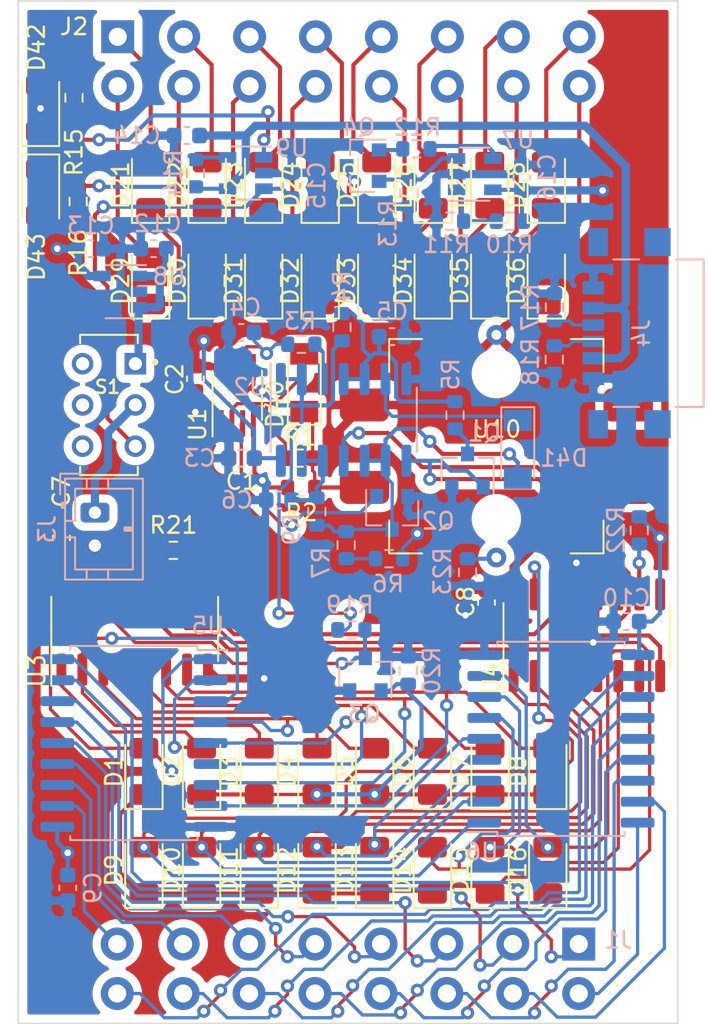
<source format=kicad_pcb>
(kicad_pcb (version 20171130) (host pcbnew "(5.1.10)-1")

  (general
    (thickness 1.6)
    (drawings 4)
    (tracks 941)
    (zones 0)
    (modules 92)
    (nets 96)
  )

  (page A4)
  (layers
    (0 F.Cu signal)
    (31 B.Cu signal)
    (32 B.Adhes user hide)
    (33 F.Adhes user hide)
    (34 B.Paste user hide)
    (35 F.Paste user hide)
    (36 B.SilkS user hide)
    (37 F.SilkS user hide)
    (38 B.Mask user hide)
    (39 F.Mask user hide)
    (40 Dwgs.User user)
    (41 Cmts.User user)
    (42 Eco1.User user)
    (43 Eco2.User user)
    (44 Edge.Cuts user)
    (45 Margin user)
    (46 B.CrtYd user hide)
    (47 F.CrtYd user hide)
    (48 B.Fab user hide)
    (49 F.Fab user hide)
  )

  (setup
    (last_trace_width 0.2)
    (user_trace_width 0.2)
    (user_trace_width 0.5)
    (trace_clearance 0.2)
    (zone_clearance 0.5)
    (zone_45_only no)
    (trace_min 0.2)
    (via_size 0.8)
    (via_drill 0.4)
    (via_min_size 0.4)
    (via_min_drill 0.3)
    (uvia_size 0.3)
    (uvia_drill 0.1)
    (uvias_allowed no)
    (uvia_min_size 0.2)
    (uvia_min_drill 0.1)
    (edge_width 0.05)
    (segment_width 0.2)
    (pcb_text_width 0.3)
    (pcb_text_size 1.5 1.5)
    (mod_edge_width 0.12)
    (mod_text_size 1 1)
    (mod_text_width 0.15)
    (pad_size 1.2 1.75)
    (pad_drill 0.75)
    (pad_to_mask_clearance 0)
    (aux_axis_origin 0 0)
    (visible_elements 7FFFFFFF)
    (pcbplotparams
      (layerselection 0x010fc_ffffffff)
      (usegerberextensions false)
      (usegerberattributes true)
      (usegerberadvancedattributes true)
      (creategerberjobfile true)
      (excludeedgelayer true)
      (linewidth 0.100000)
      (plotframeref false)
      (viasonmask false)
      (mode 1)
      (useauxorigin false)
      (hpglpennumber 1)
      (hpglpenspeed 20)
      (hpglpendiameter 15.000000)
      (psnegative false)
      (psa4output false)
      (plotreference true)
      (plotvalue true)
      (plotinvisibletext false)
      (padsonsilk false)
      (subtractmaskfromsilk false)
      (outputformat 1)
      (mirror false)
      (drillshape 1)
      (scaleselection 1)
      (outputdirectory ""))
  )

  (net 0 "")
  (net 1 "Net-(C1-Pad1)")
  (net 2 GND)
  (net 3 +3V3)
  (net 4 "Net-(C4-Pad1)")
  (net 5 "Net-(C5-Pad1)")
  (net 6 "Net-(C6-Pad1)")
  (net 7 "Net-(C12-Pad1)")
  (net 8 "Net-(C14-Pad1)")
  (net 9 "Net-(C15-Pad1)")
  (net 10 "Net-(D1-Pad1)")
  (net 11 "Net-(D1-Pad2)")
  (net 12 "Net-(D2-Pad2)")
  (net 13 "Net-(D3-Pad2)")
  (net 14 "Net-(D4-Pad2)")
  (net 15 "Net-(D5-Pad2)")
  (net 16 "Net-(D6-Pad2)")
  (net 17 "Net-(D7-Pad2)")
  (net 18 "Net-(D8-Pad2)")
  (net 19 "Net-(D9-Pad2)")
  (net 20 "Net-(D10-Pad2)")
  (net 21 "Net-(D11-Pad2)")
  (net 22 "Net-(D12-Pad2)")
  (net 23 "Net-(D13-Pad2)")
  (net 24 "Net-(D14-Pad2)")
  (net 25 "Net-(D15-Pad2)")
  (net 26 "Net-(D16-Pad2)")
  (net 27 "Net-(D21-Pad1)")
  (net 28 "Net-(D21-Pad2)")
  (net 29 "Net-(D29-Pad2)")
  (net 30 "Net-(D30-Pad2)")
  (net 31 "Net-(D31-Pad2)")
  (net 32 "Net-(D32-Pad2)")
  (net 33 "Net-(D33-Pad2)")
  (net 34 "Net-(D34-Pad2)")
  (net 35 "Net-(D35-Pad2)")
  (net 36 "Net-(D36-Pad2)")
  (net 37 "Net-(D40-Pad1)")
  (net 38 "Net-(D41-Pad2)")
  (net 39 "Net-(D41-Pad1)")
  (net 40 "Net-(D42-Pad2)")
  (net 41 "Net-(D43-Pad1)")
  (net 42 "Net-(J1-Pad8)")
  (net 43 "Net-(J1-Pad16)")
  (net 44 "Net-(J1-Pad15)")
  (net 45 "Net-(J1-Pad7)")
  (net 46 "Net-(J1-Pad5)")
  (net 47 "Net-(J1-Pad14)")
  (net 48 "Net-(J1-Pad6)")
  (net 49 "Net-(J1-Pad13)")
  (net 50 "Net-(J1-Pad2)")
  (net 51 "Net-(J1-Pad10)")
  (net 52 "Net-(J1-Pad9)")
  (net 53 "Net-(J1-Pad1)")
  (net 54 "Net-(J1-Pad3)")
  (net 55 "Net-(J1-Pad11)")
  (net 56 "Net-(J1-Pad12)")
  (net 57 "Net-(J1-Pad4)")
  (net 58 "Net-(J4-PadA5)")
  (net 59 "Net-(J4-PadB5)")
  (net 60 "Net-(Q1-Pad1)")
  (net 61 "Net-(Q1-Pad3)")
  (net 62 "Net-(Q2-Pad1)")
  (net 63 "Net-(Q4-Pad2)")
  (net 64 "Net-(Q4-Pad1)")
  (net 65 "Net-(R3-Pad2)")
  (net 66 "Net-(R6-Pad2)")
  (net 67 "Net-(R10-Pad2)")
  (net 68 "Net-(R12-Pad2)")
  (net 69 "Net-(R14-Pad2)")
  (net 70 "Net-(R21-Pad2)")
  (net 71 "Net-(R22-Pad2)")
  (net 72 "Net-(U2-Pad11)")
  (net 73 "Net-(U3-Pad9)")
  (net 74 "Net-(U4-Pad9)")
  (net 75 "Net-(D22-Pad2)")
  (net 76 "Net-(D23-Pad2)")
  (net 77 "Net-(D24-Pad2)")
  (net 78 "Net-(D25-Pad2)")
  (net 79 "Net-(D26-Pad2)")
  (net 80 "Net-(D27-Pad2)")
  (net 81 "Net-(D28-Pad2)")
  (net 82 "Net-(D43-Pad2)")
  (net 83 "Net-(J4-PadSH1)")
  (net 84 "Net-(J4-PadSH2)")
  (net 85 "Net-(J4-PadSH3)")
  (net 86 "Net-(J4-PadSH4)")
  (net 87 "Net-(S1-Pad4)")
  (net 88 "Net-(S1-Pad5)")
  (net 89 "Net-(S1-Pad6)")
  (net 90 "Net-(U10-Pad2)")
  (net 91 "Net-(U10-Pad4)")
  (net 92 "Net-(R23-Pad1)")
  (net 93 "Net-(J3-Pad1)")
  (net 94 "Net-(Q3-Pad3)")
  (net 95 "Net-(R19-Pad1)")

  (net_class Default "This is the default net class."
    (clearance 0.2)
    (trace_width 0.25)
    (via_dia 0.8)
    (via_drill 0.4)
    (uvia_dia 0.3)
    (uvia_drill 0.1)
    (add_net +3V3)
    (add_net GND)
    (add_net "Net-(C1-Pad1)")
    (add_net "Net-(C12-Pad1)")
    (add_net "Net-(C14-Pad1)")
    (add_net "Net-(C15-Pad1)")
    (add_net "Net-(C4-Pad1)")
    (add_net "Net-(C5-Pad1)")
    (add_net "Net-(C6-Pad1)")
    (add_net "Net-(D1-Pad1)")
    (add_net "Net-(D1-Pad2)")
    (add_net "Net-(D10-Pad2)")
    (add_net "Net-(D11-Pad2)")
    (add_net "Net-(D12-Pad2)")
    (add_net "Net-(D13-Pad2)")
    (add_net "Net-(D14-Pad2)")
    (add_net "Net-(D15-Pad2)")
    (add_net "Net-(D16-Pad2)")
    (add_net "Net-(D2-Pad2)")
    (add_net "Net-(D21-Pad1)")
    (add_net "Net-(D21-Pad2)")
    (add_net "Net-(D22-Pad2)")
    (add_net "Net-(D23-Pad2)")
    (add_net "Net-(D24-Pad2)")
    (add_net "Net-(D25-Pad2)")
    (add_net "Net-(D26-Pad2)")
    (add_net "Net-(D27-Pad2)")
    (add_net "Net-(D28-Pad2)")
    (add_net "Net-(D29-Pad2)")
    (add_net "Net-(D3-Pad2)")
    (add_net "Net-(D30-Pad2)")
    (add_net "Net-(D31-Pad2)")
    (add_net "Net-(D32-Pad2)")
    (add_net "Net-(D33-Pad2)")
    (add_net "Net-(D34-Pad2)")
    (add_net "Net-(D35-Pad2)")
    (add_net "Net-(D36-Pad2)")
    (add_net "Net-(D4-Pad2)")
    (add_net "Net-(D40-Pad1)")
    (add_net "Net-(D41-Pad1)")
    (add_net "Net-(D41-Pad2)")
    (add_net "Net-(D42-Pad2)")
    (add_net "Net-(D43-Pad1)")
    (add_net "Net-(D43-Pad2)")
    (add_net "Net-(D5-Pad2)")
    (add_net "Net-(D6-Pad2)")
    (add_net "Net-(D7-Pad2)")
    (add_net "Net-(D8-Pad2)")
    (add_net "Net-(D9-Pad2)")
    (add_net "Net-(J1-Pad1)")
    (add_net "Net-(J1-Pad10)")
    (add_net "Net-(J1-Pad11)")
    (add_net "Net-(J1-Pad12)")
    (add_net "Net-(J1-Pad13)")
    (add_net "Net-(J1-Pad14)")
    (add_net "Net-(J1-Pad15)")
    (add_net "Net-(J1-Pad16)")
    (add_net "Net-(J1-Pad2)")
    (add_net "Net-(J1-Pad3)")
    (add_net "Net-(J1-Pad4)")
    (add_net "Net-(J1-Pad5)")
    (add_net "Net-(J1-Pad6)")
    (add_net "Net-(J1-Pad7)")
    (add_net "Net-(J1-Pad8)")
    (add_net "Net-(J1-Pad9)")
    (add_net "Net-(J3-Pad1)")
    (add_net "Net-(J4-PadA5)")
    (add_net "Net-(J4-PadB5)")
    (add_net "Net-(J4-PadSH1)")
    (add_net "Net-(J4-PadSH2)")
    (add_net "Net-(J4-PadSH3)")
    (add_net "Net-(J4-PadSH4)")
    (add_net "Net-(Q1-Pad1)")
    (add_net "Net-(Q1-Pad3)")
    (add_net "Net-(Q2-Pad1)")
    (add_net "Net-(Q3-Pad3)")
    (add_net "Net-(Q4-Pad1)")
    (add_net "Net-(Q4-Pad2)")
    (add_net "Net-(R10-Pad2)")
    (add_net "Net-(R12-Pad2)")
    (add_net "Net-(R14-Pad2)")
    (add_net "Net-(R19-Pad1)")
    (add_net "Net-(R21-Pad2)")
    (add_net "Net-(R22-Pad2)")
    (add_net "Net-(R23-Pad1)")
    (add_net "Net-(R3-Pad2)")
    (add_net "Net-(R6-Pad2)")
    (add_net "Net-(S1-Pad4)")
    (add_net "Net-(S1-Pad5)")
    (add_net "Net-(S1-Pad6)")
    (add_net "Net-(U10-Pad2)")
    (add_net "Net-(U10-Pad4)")
    (add_net "Net-(U2-Pad11)")
    (add_net "Net-(U3-Pad9)")
    (add_net "Net-(U4-Pad9)")
  )

  (module Resistor_SMD:R_0603_1608Metric (layer B.Cu) (tedit 5F68FEEE) (tstamp 65C3231B)
    (at 118.11 80.963 90)
    (descr "Resistor SMD 0603 (1608 Metric), square (rectangular) end terminal, IPC_7351 nominal, (Body size source: IPC-SM-782 page 72, https://www.pcb-3d.com/wordpress/wp-content/uploads/ipc-sm-782a_amendment_1_and_2.pdf), generated with kicad-footprint-generator")
    (tags resistor)
    (path /65A9F77D)
    (attr smd)
    (fp_text reference R9 (at -1.079 -1.524 90) (layer B.SilkS)
      (effects (font (size 1 1) (thickness 0.15)) (justify mirror))
    )
    (fp_text value 270 (at 0 -1.43 90) (layer B.Fab)
      (effects (font (size 1 1) (thickness 0.15)) (justify mirror))
    )
    (fp_line (start -0.8 -0.4125) (end -0.8 0.4125) (layer B.Fab) (width 0.1))
    (fp_line (start -0.8 0.4125) (end 0.8 0.4125) (layer B.Fab) (width 0.1))
    (fp_line (start 0.8 0.4125) (end 0.8 -0.4125) (layer B.Fab) (width 0.1))
    (fp_line (start 0.8 -0.4125) (end -0.8 -0.4125) (layer B.Fab) (width 0.1))
    (fp_line (start -0.237258 0.5225) (end 0.237258 0.5225) (layer B.SilkS) (width 0.12))
    (fp_line (start -0.237258 -0.5225) (end 0.237258 -0.5225) (layer B.SilkS) (width 0.12))
    (fp_line (start -1.48 -0.73) (end -1.48 0.73) (layer B.CrtYd) (width 0.05))
    (fp_line (start -1.48 0.73) (end 1.48 0.73) (layer B.CrtYd) (width 0.05))
    (fp_line (start 1.48 0.73) (end 1.48 -0.73) (layer B.CrtYd) (width 0.05))
    (fp_line (start 1.48 -0.73) (end -1.48 -0.73) (layer B.CrtYd) (width 0.05))
    (fp_text user %R (at 0 0 90) (layer B.Fab)
      (effects (font (size 0.4 0.4) (thickness 0.06)) (justify mirror))
    )
    (pad 2 smd roundrect (at 0.825 0 90) (size 0.8 0.95) (layers B.Cu B.Paste B.Mask) (roundrect_rratio 0.25)
      (net 6 "Net-(C6-Pad1)"))
    (pad 1 smd roundrect (at -0.825 0 90) (size 0.8 0.95) (layers B.Cu B.Paste B.Mask) (roundrect_rratio 0.25)
      (net 38 "Net-(D41-Pad2)"))
    (model ${KISYS3DMOD}/Resistor_SMD.3dshapes/R_0603_1608Metric.wrl
      (at (xyz 0 0 0))
      (scale (xyz 1 1 1))
      (rotate (xyz 0 0 0))
    )
  )

  (module Resistor_SMD:R_0603_1608Metric (layer B.Cu) (tedit 5F68FEEE) (tstamp 65BA00D4)
    (at 122.491 83.82 180)
    (descr "Resistor SMD 0603 (1608 Metric), square (rectangular) end terminal, IPC_7351 nominal, (Body size source: IPC-SM-782 page 72, https://www.pcb-3d.com/wordpress/wp-content/uploads/ipc-sm-782a_amendment_1_and_2.pdf), generated with kicad-footprint-generator")
    (tags resistor)
    (path /66052E5F)
    (attr smd)
    (fp_text reference R6 (at 0.063 -1.524) (layer B.SilkS)
      (effects (font (size 1 1) (thickness 0.15)) (justify mirror))
    )
    (fp_text value 5.1k (at 0 -1.43) (layer B.Fab)
      (effects (font (size 1 1) (thickness 0.15)) (justify mirror))
    )
    (fp_line (start -0.8 -0.4125) (end -0.8 0.4125) (layer B.Fab) (width 0.1))
    (fp_line (start -0.8 0.4125) (end 0.8 0.4125) (layer B.Fab) (width 0.1))
    (fp_line (start 0.8 0.4125) (end 0.8 -0.4125) (layer B.Fab) (width 0.1))
    (fp_line (start 0.8 -0.4125) (end -0.8 -0.4125) (layer B.Fab) (width 0.1))
    (fp_line (start -0.237258 0.5225) (end 0.237258 0.5225) (layer B.SilkS) (width 0.12))
    (fp_line (start -0.237258 -0.5225) (end 0.237258 -0.5225) (layer B.SilkS) (width 0.12))
    (fp_line (start -1.48 -0.73) (end -1.48 0.73) (layer B.CrtYd) (width 0.05))
    (fp_line (start -1.48 0.73) (end 1.48 0.73) (layer B.CrtYd) (width 0.05))
    (fp_line (start 1.48 0.73) (end 1.48 -0.73) (layer B.CrtYd) (width 0.05))
    (fp_line (start 1.48 -0.73) (end -1.48 -0.73) (layer B.CrtYd) (width 0.05))
    (fp_text user %R (at 0 0) (layer B.Fab)
      (effects (font (size 0.4 0.4) (thickness 0.06)) (justify mirror))
    )
    (pad 2 smd roundrect (at 0.825 0 180) (size 0.8 0.95) (layers B.Cu B.Paste B.Mask) (roundrect_rratio 0.25)
      (net 66 "Net-(R6-Pad2)"))
    (pad 1 smd roundrect (at -0.825 0 180) (size 0.8 0.95) (layers B.Cu B.Paste B.Mask) (roundrect_rratio 0.25)
      (net 3 +3V3))
    (model ${KISYS3DMOD}/Resistor_SMD.3dshapes/R_0603_1608Metric.wrl
      (at (xyz 0 0 0))
      (scale (xyz 1 1 1))
      (rotate (xyz 0 0 0))
    )
  )

  (module Package_SO:SSOP-8_2.95x2.8mm_P0.65mm (layer F.Cu) (tedit 5A02F25C) (tstamp 66FCF0BF)
    (at 113.284 73.914 90)
    (descr "SSOP-8 2.9 x2.8mm Pitch 0.65mm")
    (tags "SSOP-8 2.95x2.8mm Pitch 0.65mm")
    (path /67B44A39)
    (attr smd)
    (fp_text reference U1 (at -1.778 -2.4 90) (layer F.SilkS)
      (effects (font (size 1 1) (thickness 0.15)))
    )
    (fp_text value 74LVC2G08 (at 0 2.6 90) (layer F.Fab)
      (effects (font (size 1 1) (thickness 0.15)))
    )
    (fp_line (start 1.475 -1.4) (end 1.475 1.4) (layer F.Fab) (width 0.1))
    (fp_line (start 1.475 1.4) (end -1.475 1.4) (layer F.Fab) (width 0.1))
    (fp_line (start -1.475 1.4) (end -1.475 -0.7) (layer F.Fab) (width 0.1))
    (fp_line (start -0.475 -1.4) (end 1.475 -1.4) (layer F.Fab) (width 0.1))
    (fp_line (start -0.475 -1.4) (end -1.475 -0.7) (layer F.Fab) (width 0.1))
    (fp_line (start 1.5 -1.5) (end -2.5 -1.5) (layer F.SilkS) (width 0.12))
    (fp_line (start 1.5 1.5) (end -1.5 1.5) (layer F.SilkS) (width 0.12))
    (fp_line (start 2.75 -1.65) (end 2.75 1.65) (layer F.CrtYd) (width 0.05))
    (fp_line (start 2.75 1.65) (end -2.75 1.65) (layer F.CrtYd) (width 0.05))
    (fp_line (start -2.75 1.65) (end -2.75 -1.65) (layer F.CrtYd) (width 0.05))
    (fp_line (start -2.75 -1.65) (end 2.75 -1.65) (layer F.CrtYd) (width 0.05))
    (fp_text user %R (at 0 0 90) (layer F.Fab)
      (effects (font (size 0.6 0.6) (thickness 0.15)))
    )
    (pad 8 smd rect (at 1.7 -0.975) (size 0.3 1.6) (layers F.Cu F.Paste F.Mask)
      (net 3 +3V3))
    (pad 7 smd rect (at 1.7 -0.325) (size 0.3 1.6) (layers F.Cu F.Paste F.Mask)
      (net 95 "Net-(R19-Pad1)"))
    (pad 6 smd rect (at 1.7 0.325) (size 0.3 1.6) (layers F.Cu F.Paste F.Mask)
      (net 4 "Net-(C4-Pad1)"))
    (pad 5 smd rect (at 1.7 0.975) (size 0.3 1.6) (layers F.Cu F.Paste F.Mask)
      (net 95 "Net-(R19-Pad1)"))
    (pad 4 smd rect (at -1.7 0.975) (size 0.3 1.6) (layers F.Cu F.Paste F.Mask)
      (net 2 GND))
    (pad 3 smd rect (at -1.7 0.325) (size 0.3 1.6) (layers F.Cu F.Paste F.Mask)
      (net 62 "Net-(Q2-Pad1)"))
    (pad 2 smd rect (at -1.7 -0.325) (size 0.3 1.6) (layers F.Cu F.Paste F.Mask)
      (net 1 "Net-(C1-Pad1)"))
    (pad 1 smd rect (at -1.7 -0.975) (size 0.3 1.6) (layers F.Cu F.Paste F.Mask)
      (net 1 "Net-(C1-Pad1)"))
    (model ${KISYS3DMOD}/Package_SO.3dshapes/SSOP-8_2.95x2.8mm_P0.65mm.wrl
      (at (xyz 0 0 0))
      (scale (xyz 1 1 1))
      (rotate (xyz 0 0 0))
    )
  )

  (module EG1271A-model:SW_EG1271A (layer F.Cu) (tedit 6668ED6F) (tstamp 6684635D)
    (at 105.5 74.5 270)
    (path /666B1AC9)
    (fp_text reference S1 (at -1.094 0.09 180) (layer F.SilkS)
      (effects (font (size 0.8 0.8) (thickness 0.15)))
    )
    (fp_text value EG1271A (at 0.68 3.308 90) (layer F.Fab)
      (effects (font (size 0.8 0.8) (thickness 0.15)))
    )
    (fp_circle (center -2.6 -2.8) (end -2.5 -2.8) (layer F.SilkS) (width 0.2))
    (fp_circle (center -2.6 -2.8) (end -2.5 -2.8) (layer F.Fab) (width 0.2))
    (fp_line (start 4.5 -2.5) (end -4.5 -2.5) (layer F.CrtYd) (width 0.05))
    (fp_line (start 4.5 2.5) (end 4.5 -2.5) (layer F.CrtYd) (width 0.05))
    (fp_line (start -4.5 2.5) (end 4.5 2.5) (layer F.CrtYd) (width 0.05))
    (fp_line (start -4.5 -2.5) (end -4.5 2.5) (layer F.CrtYd) (width 0.05))
    (fp_line (start -4.25 1.75) (end -3.75 1.75) (layer F.SilkS) (width 0.127))
    (fp_line (start 4.25 -1.75) (end 3.75 -1.75) (layer F.SilkS) (width 0.127))
    (fp_line (start 3.75 1.75) (end 4.25 1.75) (layer F.SilkS) (width 0.127))
    (fp_line (start -3.75 -1.75) (end -4.25 -1.75) (layer F.SilkS) (width 0.127))
    (fp_line (start 4.25 1.75) (end 4.25 -1.75) (layer F.SilkS) (width 0.127))
    (fp_line (start -4.25 -1.75) (end -4.25 1.75) (layer F.SilkS) (width 0.127))
    (fp_line (start 4.25 -1.75) (end -4.25 -1.75) (layer F.Fab) (width 0.127))
    (fp_line (start 4.25 1.75) (end 4.25 -1.75) (layer F.Fab) (width 0.127))
    (fp_line (start -4.25 1.75) (end 4.25 1.75) (layer F.Fab) (width 0.127))
    (fp_line (start -4.25 -1.75) (end -4.25 1.75) (layer F.Fab) (width 0.127))
    (pad 1 thru_hole rect (at -2.5 -1.6 270) (size 1.308 1.308) (drill 0.8) (layers *.Cu *.Mask)
      (net 7 "Net-(C12-Pad1)") (solder_mask_margin 0.102))
    (pad 2 thru_hole circle (at 0 -1.6 270) (size 1.308 1.308) (drill 0.8) (layers *.Cu *.Mask)
      (net 93 "Net-(J3-Pad1)") (solder_mask_margin 0.102))
    (pad 3 thru_hole circle (at 2.5 -1.6 270) (size 1.308 1.308) (drill 0.8) (layers *.Cu *.Mask)
      (net 9 "Net-(C15-Pad1)") (solder_mask_margin 0.102))
    (pad 4 thru_hole circle (at -2.5 1.6 270) (size 1.308 1.308) (drill 0.8) (layers *.Cu *.Mask)
      (net 87 "Net-(S1-Pad4)") (solder_mask_margin 0.102))
    (pad 5 thru_hole circle (at 0 1.6 270) (size 1.308 1.308) (drill 0.8) (layers *.Cu *.Mask)
      (net 88 "Net-(S1-Pad5)") (solder_mask_margin 0.102))
    (pad 6 thru_hole circle (at 2.5 1.6 270) (size 1.308 1.308) (drill 0.8) (layers *.Cu *.Mask)
      (net 89 "Net-(S1-Pad6)") (solder_mask_margin 0.102))
    (model C:/Users/makoto/Documents/KiCad/ACC-OBD2CableTester/EG1271A-model/EG1271A.step
      (at (xyz 0 0 0))
      (scale (xyz 1 1 1))
      (rotate (xyz -90 0 0))
    )
  )

  (module Connector_JST:JST_PH_B2B-PH-K_1x02_P2.00mm_Vertical (layer B.Cu) (tedit 66D7C802) (tstamp 66D7D80C)
    (at 104.648 81.026 270)
    (descr "JST PH series connector, B2B-PH-K (http://www.jst-mfg.com/product/pdf/eng/ePH.pdf), generated with kicad-footprint-generator")
    (tags "connector JST PH side entry")
    (path /65F48B82)
    (zone_connect 2)
    (fp_text reference J3 (at 1 2.9 90) (layer B.SilkS)
      (effects (font (size 1 1) (thickness 0.15)) (justify mirror))
    )
    (fp_text value Conn_01x02_Male (at 1 -4 90) (layer B.Fab)
      (effects (font (size 1 1) (thickness 0.15)) (justify mirror))
    )
    (fp_line (start -2.06 1.81) (end -2.06 -2.91) (layer B.SilkS) (width 0.12))
    (fp_line (start -2.06 -2.91) (end 4.06 -2.91) (layer B.SilkS) (width 0.12))
    (fp_line (start 4.06 -2.91) (end 4.06 1.81) (layer B.SilkS) (width 0.12))
    (fp_line (start 4.06 1.81) (end -2.06 1.81) (layer B.SilkS) (width 0.12))
    (fp_line (start -0.3 1.81) (end -0.3 2.01) (layer B.SilkS) (width 0.12))
    (fp_line (start -0.3 2.01) (end -0.6 2.01) (layer B.SilkS) (width 0.12))
    (fp_line (start -0.6 2.01) (end -0.6 1.81) (layer B.SilkS) (width 0.12))
    (fp_line (start -0.3 1.91) (end -0.6 1.91) (layer B.SilkS) (width 0.12))
    (fp_line (start 0.5 1.81) (end 0.5 1.2) (layer B.SilkS) (width 0.12))
    (fp_line (start 0.5 1.2) (end -1.45 1.2) (layer B.SilkS) (width 0.12))
    (fp_line (start -1.45 1.2) (end -1.45 -2.3) (layer B.SilkS) (width 0.12))
    (fp_line (start -1.45 -2.3) (end 3.45 -2.3) (layer B.SilkS) (width 0.12))
    (fp_line (start 3.45 -2.3) (end 3.45 1.2) (layer B.SilkS) (width 0.12))
    (fp_line (start 3.45 1.2) (end 1.5 1.2) (layer B.SilkS) (width 0.12))
    (fp_line (start 1.5 1.2) (end 1.5 1.81) (layer B.SilkS) (width 0.12))
    (fp_line (start -2.06 0.5) (end -1.45 0.5) (layer B.SilkS) (width 0.12))
    (fp_line (start -2.06 -0.8) (end -1.45 -0.8) (layer B.SilkS) (width 0.12))
    (fp_line (start 4.06 0.5) (end 3.45 0.5) (layer B.SilkS) (width 0.12))
    (fp_line (start 4.06 -0.8) (end 3.45 -0.8) (layer B.SilkS) (width 0.12))
    (fp_line (start 0.9 -2.3) (end 0.9 -1.8) (layer B.SilkS) (width 0.12))
    (fp_line (start 0.9 -1.8) (end 1.1 -1.8) (layer B.SilkS) (width 0.12))
    (fp_line (start 1.1 -1.8) (end 1.1 -2.3) (layer B.SilkS) (width 0.12))
    (fp_line (start 1 -2.3) (end 1 -1.8) (layer B.SilkS) (width 0.12))
    (fp_line (start -1.11 2.11) (end -2.36 2.11) (layer B.SilkS) (width 0.12))
    (fp_line (start -2.36 2.11) (end -2.36 0.86) (layer B.SilkS) (width 0.12))
    (fp_line (start -1.11 2.11) (end -2.36 2.11) (layer B.Fab) (width 0.1))
    (fp_line (start -2.36 2.11) (end -2.36 0.86) (layer B.Fab) (width 0.1))
    (fp_line (start -1.95 1.7) (end -1.95 -2.8) (layer B.Fab) (width 0.1))
    (fp_line (start -1.95 -2.8) (end 3.95 -2.8) (layer B.Fab) (width 0.1))
    (fp_line (start 3.95 -2.8) (end 3.95 1.7) (layer B.Fab) (width 0.1))
    (fp_line (start 3.95 1.7) (end -1.95 1.7) (layer B.Fab) (width 0.1))
    (fp_line (start -2.45 2.2) (end -2.45 -3.3) (layer B.CrtYd) (width 0.05))
    (fp_line (start -2.45 -3.3) (end 4.45 -3.3) (layer B.CrtYd) (width 0.05))
    (fp_line (start 4.45 -3.3) (end 4.45 2.2) (layer B.CrtYd) (width 0.05))
    (fp_line (start 4.45 2.2) (end -2.45 2.2) (layer B.CrtYd) (width 0.05))
    (fp_text user %R (at 1 -1.5 90) (layer B.Fab)
      (effects (font (size 1 1) (thickness 0.15)) (justify mirror))
    )
    (pad 2 thru_hole oval (at 2 0 270) (size 1.2 1.75) (drill 0.75) (layers *.Cu *.Mask)
      (net 2 GND) (zone_connect 2))
    (pad 1 thru_hole roundrect (at 0 0 270) (size 1.2 1.75) (drill 0.75) (layers *.Cu *.Mask) (roundrect_rratio 0.208)
      (net 93 "Net-(J3-Pad1)") (zone_connect 2))
    (model ${KISYS3DMOD}/Connector_JST.3dshapes/JST_PH_B2B-PH-K_1x02_P2.00mm_Vertical.wrl
      (at (xyz 0 0 0))
      (scale (xyz 1 1 1))
      (rotate (xyz 0 0 0))
    )
  )

  (module Resistor_SMD:R_0603_1608Metric (layer B.Cu) (tedit 5F68FEEE) (tstamp 66CF1CB6)
    (at 123.65 90.6 90)
    (descr "Resistor SMD 0603 (1608 Metric), square (rectangular) end terminal, IPC_7351 nominal, (Body size source: IPC-SM-782 page 72, https://www.pcb-3d.com/wordpress/wp-content/uploads/ipc-sm-782a_amendment_1_and_2.pdf), generated with kicad-footprint-generator")
    (tags resistor)
    (path /66829BD7)
    (attr smd)
    (fp_text reference R20 (at 0 1.43 90) (layer B.SilkS)
      (effects (font (size 1 1) (thickness 0.15)) (justify mirror))
    )
    (fp_text value 71.5 (at 0 -1.43 90) (layer B.Fab)
      (effects (font (size 1 1) (thickness 0.15)) (justify mirror))
    )
    (fp_line (start -0.8 -0.4125) (end -0.8 0.4125) (layer B.Fab) (width 0.1))
    (fp_line (start -0.8 0.4125) (end 0.8 0.4125) (layer B.Fab) (width 0.1))
    (fp_line (start 0.8 0.4125) (end 0.8 -0.4125) (layer B.Fab) (width 0.1))
    (fp_line (start 0.8 -0.4125) (end -0.8 -0.4125) (layer B.Fab) (width 0.1))
    (fp_line (start -0.237258 0.5225) (end 0.237258 0.5225) (layer B.SilkS) (width 0.12))
    (fp_line (start -0.237258 -0.5225) (end 0.237258 -0.5225) (layer B.SilkS) (width 0.12))
    (fp_line (start -1.48 -0.73) (end -1.48 0.73) (layer B.CrtYd) (width 0.05))
    (fp_line (start -1.48 0.73) (end 1.48 0.73) (layer B.CrtYd) (width 0.05))
    (fp_line (start 1.48 0.73) (end 1.48 -0.73) (layer B.CrtYd) (width 0.05))
    (fp_line (start 1.48 -0.73) (end -1.48 -0.73) (layer B.CrtYd) (width 0.05))
    (fp_text user %R (at 0 0 90) (layer B.Fab)
      (effects (font (size 0.4 0.4) (thickness 0.06)) (justify mirror))
    )
    (pad 2 smd roundrect (at 0.825 0 90) (size 0.8 0.95) (layers B.Cu B.Paste B.Mask) (roundrect_rratio 0.25)
      (net 2 GND))
    (pad 1 smd roundrect (at -0.825 0 90) (size 0.8 0.95) (layers B.Cu B.Paste B.Mask) (roundrect_rratio 0.25)
      (net 10 "Net-(D1-Pad1)"))
    (model ${KISYS3DMOD}/Resistor_SMD.3dshapes/R_0603_1608Metric.wrl
      (at (xyz 0 0 0))
      (scale (xyz 1 1 1))
      (rotate (xyz 0 0 0))
    )
  )

  (module OBDCableTesterPCB:SparkfunOmten12mmTactileLED (layer F.Cu) (tedit 66CE13AD) (tstamp 667449B3)
    (at 129 77)
    (path /66794CD5)
    (fp_text reference U10 (at 0.025 -1.025) (layer F.SilkS)
      (effects (font (size 1 1) (thickness 0.15)))
    )
    (fp_text value SparkfunOmtenTactileLED (at 0 10.9) (layer F.Fab)
      (effects (font (size 1 1) (thickness 0.15)))
    )
    (fp_line (start -9.8 7.6) (end -9.8 -7.6) (layer F.CrtYd) (width 0.12))
    (fp_line (start 9.8 7.6) (end -9.8 7.6) (layer F.CrtYd) (width 0.12))
    (fp_line (start 9.8 -7.6) (end 9.8 7.6) (layer F.CrtYd) (width 0.12))
    (fp_line (start -9.8 -7.6) (end 9.8 -7.6) (layer F.CrtYd) (width 0.12))
    (fp_line (start -6.5 -4.5) (end -6.5 -6.5) (layer F.SilkS) (width 0.12))
    (fp_line (start -6.5 -6.5) (end -4.5 -6.5) (layer F.SilkS) (width 0.12))
    (fp_line (start 6.5 -6.5) (end 6.5 -4.5) (layer F.SilkS) (width 0.12))
    (fp_line (start 4.5 -6.5) (end 6.5 -6.5) (layer F.SilkS) (width 0.12))
    (fp_line (start 6.5 4.5) (end 6.5 6.5) (layer F.SilkS) (width 0.12))
    (fp_line (start -6.5 6.5) (end -6.5 4.5) (layer F.SilkS) (width 0.12))
    (fp_line (start 6.5 6.5) (end 4.5 6.5) (layer F.SilkS) (width 0.12))
    (fp_line (start -4.5 6.5) (end -6.5 6.5) (layer F.SilkS) (width 0.12))
    (pad 6 thru_hole circle (at 0 6.75) (size 1.2 1.2) (drill 0.6) (layers *.Cu *.Mask)
      (net 92 "Net-(R23-Pad1)"))
    (pad 5 thru_hole circle (at 0 -6.75 180) (size 1.2 1.2) (drill 0.6) (layers *.Cu *.Mask)
      (net 3 +3V3))
    (pad 2 smd roundrect (at 8 -2.5) (size 3 2) (layers F.Cu F.Paste F.Mask) (roundrect_rratio 0.25)
      (net 90 "Net-(U10-Pad2)"))
    (pad 3 smd roundrect (at -8 2.5) (size 3 2) (layers F.Cu F.Paste F.Mask) (roundrect_rratio 0.25)
      (net 37 "Net-(D40-Pad1)"))
    (pad 4 smd roundrect (at 8 2.5 180) (size 3 2) (layers F.Cu F.Paste F.Mask) (roundrect_rratio 0.25)
      (net 91 "Net-(U10-Pad4)"))
    (pad 1 smd roundrect (at -8 -2.5) (size 3 2) (layers F.Cu F.Paste F.Mask) (roundrect_rratio 0.25)
      (net 3 +3V3))
    (pad "" np_thru_hole circle (at 0 -4.4) (size 2 2) (drill 2) (layers *.Cu *.Mask))
    (pad "" np_thru_hole circle (at 0 4.4) (size 2 2) (drill 2) (layers *.Cu *.Mask))
  )

  (module OBDCableTesterPCB:PinHeader_2x08_P4mm_Pad1.8mmDrill1.0mm__ (layer B.Cu) (tedit 66CE14C1) (tstamp 663187CE)
    (at 120 108.68 180)
    (path /66CCD03A)
    (fp_text reference J1 (at -16.398 1.746 180) (layer B.SilkS)
      (effects (font (size 1 1) (thickness 0.15)) (justify mirror))
    )
    (fp_text value Conn_02x08_Counter_Clockwise (at 0 -3.7 180) (layer B.Fab)
      (effects (font (size 1 1) (thickness 0.15)) (justify mirror))
    )
    (pad 8 thru_hole circle (at 14 1.5 180) (size 2 2) (drill 1.1) (layers *.Cu *.Mask)
      (net 42 "Net-(J1-Pad8)"))
    (pad 16 thru_hole circle (at 14 -1.5 180) (size 2 2) (drill 1.1) (layers *.Cu *.Mask)
      (net 43 "Net-(J1-Pad16)"))
    (pad 15 thru_hole circle (at 10 -1.5 180) (size 2 2) (drill 1.1) (layers *.Cu *.Mask)
      (net 44 "Net-(J1-Pad15)"))
    (pad 7 thru_hole circle (at 10 1.5 180) (size 2 2) (drill 1.1) (layers *.Cu *.Mask)
      (net 45 "Net-(J1-Pad7)"))
    (pad 5 thru_hole circle (at 2 1.5 180) (size 2 2) (drill 1.1) (layers *.Cu *.Mask)
      (net 46 "Net-(J1-Pad5)"))
    (pad 14 thru_hole circle (at 6 -1.5 180) (size 2 2) (drill 1.1) (layers *.Cu *.Mask)
      (net 47 "Net-(J1-Pad14)"))
    (pad 6 thru_hole circle (at 6 1.5 180) (size 2 2) (drill 1.1) (layers *.Cu *.Mask)
      (net 48 "Net-(J1-Pad6)"))
    (pad 13 thru_hole circle (at 2 -1.5 180) (size 2 2) (drill 1.1) (layers *.Cu *.Mask)
      (net 49 "Net-(J1-Pad13)"))
    (pad 2 thru_hole circle (at -10 1.5 180) (size 2 2) (drill 1.1) (layers *.Cu *.Mask)
      (net 50 "Net-(J1-Pad2)"))
    (pad 10 thru_hole circle (at -10 -1.5 180) (size 2 2) (drill 1.1) (layers *.Cu *.Mask)
      (net 51 "Net-(J1-Pad10)"))
    (pad 9 thru_hole circle (at -14 -1.5 180) (size 2 2) (drill 1.1) (layers *.Cu *.Mask)
      (net 52 "Net-(J1-Pad9)"))
    (pad 1 thru_hole rect (at -14 1.5 180) (size 2 2) (drill 1.1) (layers *.Cu *.Mask)
      (net 53 "Net-(J1-Pad1)"))
    (pad 3 thru_hole circle (at -6 1.5 180) (size 2 2) (drill 1.1) (layers *.Cu *.Mask)
      (net 54 "Net-(J1-Pad3)"))
    (pad 11 thru_hole circle (at -6 -1.5 180) (size 2 2) (drill 1.1) (layers *.Cu *.Mask)
      (net 55 "Net-(J1-Pad11)"))
    (pad 12 thru_hole circle (at -2 -1.5 180) (size 2 2) (drill 1.1) (layers *.Cu *.Mask)
      (net 56 "Net-(J1-Pad12)"))
    (pad 4 thru_hole circle (at -2 1.5 180) (size 2 2) (drill 1.1) (layers *.Cu *.Mask)
      (net 57 "Net-(J1-Pad4)"))
  )

  (module OBDCableTesterPCB:PinHeader_2x08_P4mm_Pad1.8mmDrill1.0mm__ (layer F.Cu) (tedit 66CE14C1) (tstamp 65C310B1)
    (at 120.03 53.68)
    (path /65D76B3C)
    (fp_text reference J2 (at -16.652 -2.118) (layer F.SilkS)
      (effects (font (size 1 1) (thickness 0.15)))
    )
    (fp_text value Conn_02x08_Counter_Clockwise (at 0 3.7) (layer F.Fab)
      (effects (font (size 1 1) (thickness 0.15)))
    )
    (pad 8 thru_hole circle (at 14 -1.5) (size 2 2) (drill 1.1) (layers *.Cu *.Mask)
      (net 81 "Net-(D28-Pad2)"))
    (pad 16 thru_hole circle (at 14 1.5) (size 2 2) (drill 1.1) (layers *.Cu *.Mask)
      (net 36 "Net-(D36-Pad2)"))
    (pad 15 thru_hole circle (at 10 1.5) (size 2 2) (drill 1.1) (layers *.Cu *.Mask)
      (net 35 "Net-(D35-Pad2)"))
    (pad 7 thru_hole circle (at 10 -1.5) (size 2 2) (drill 1.1) (layers *.Cu *.Mask)
      (net 80 "Net-(D27-Pad2)"))
    (pad 5 thru_hole circle (at 2 -1.5) (size 2 2) (drill 1.1) (layers *.Cu *.Mask)
      (net 78 "Net-(D25-Pad2)"))
    (pad 14 thru_hole circle (at 6 1.5) (size 2 2) (drill 1.1) (layers *.Cu *.Mask)
      (net 34 "Net-(D34-Pad2)"))
    (pad 6 thru_hole circle (at 6 -1.5) (size 2 2) (drill 1.1) (layers *.Cu *.Mask)
      (net 79 "Net-(D26-Pad2)"))
    (pad 13 thru_hole circle (at 2 1.5) (size 2 2) (drill 1.1) (layers *.Cu *.Mask)
      (net 33 "Net-(D33-Pad2)"))
    (pad 2 thru_hole circle (at -10 -1.5) (size 2 2) (drill 1.1) (layers *.Cu *.Mask)
      (net 75 "Net-(D22-Pad2)"))
    (pad 10 thru_hole circle (at -10 1.5) (size 2 2) (drill 1.1) (layers *.Cu *.Mask)
      (net 30 "Net-(D30-Pad2)"))
    (pad 9 thru_hole circle (at -14 1.5) (size 2 2) (drill 1.1) (layers *.Cu *.Mask)
      (net 29 "Net-(D29-Pad2)"))
    (pad 1 thru_hole rect (at -14 -1.5) (size 2 2) (drill 1.1) (layers *.Cu *.Mask)
      (net 28 "Net-(D21-Pad2)"))
    (pad 3 thru_hole circle (at -6 -1.5) (size 2 2) (drill 1.1) (layers *.Cu *.Mask)
      (net 76 "Net-(D23-Pad2)"))
    (pad 11 thru_hole circle (at -6 1.5) (size 2 2) (drill 1.1) (layers *.Cu *.Mask)
      (net 31 "Net-(D31-Pad2)"))
    (pad 12 thru_hole circle (at -2 1.5) (size 2 2) (drill 1.1) (layers *.Cu *.Mask)
      (net 32 "Net-(D32-Pad2)"))
    (pad 4 thru_hole circle (at -2 -1.5) (size 2 2) (drill 1.1) (layers *.Cu *.Mask)
      (net 77 "Net-(D24-Pad2)"))
  )

  (module Resistor_SMD:R_0603_1608Metric (layer B.Cu) (tedit 5F68FEEE) (tstamp 65BA01E4)
    (at 137.668 82.105 270)
    (descr "Resistor SMD 0603 (1608 Metric), square (rectangular) end terminal, IPC_7351 nominal, (Body size source: IPC-SM-782 page 72, https://www.pcb-3d.com/wordpress/wp-content/uploads/ipc-sm-782a_amendment_1_and_2.pdf), generated with kicad-footprint-generator")
    (tags resistor)
    (path /65AE7D7C)
    (attr smd)
    (fp_text reference R22 (at -0.025 1.4 90) (layer B.SilkS)
      (effects (font (size 1 1) (thickness 0.15)) (justify mirror))
    )
    (fp_text value 33k (at 0 -1.43 90) (layer B.Fab)
      (effects (font (size 1 1) (thickness 0.15)) (justify mirror))
    )
    (fp_line (start 1.48 -0.73) (end -1.48 -0.73) (layer B.CrtYd) (width 0.05))
    (fp_line (start 1.48 0.73) (end 1.48 -0.73) (layer B.CrtYd) (width 0.05))
    (fp_line (start -1.48 0.73) (end 1.48 0.73) (layer B.CrtYd) (width 0.05))
    (fp_line (start -1.48 -0.73) (end -1.48 0.73) (layer B.CrtYd) (width 0.05))
    (fp_line (start -0.237258 -0.5225) (end 0.237258 -0.5225) (layer B.SilkS) (width 0.12))
    (fp_line (start -0.237258 0.5225) (end 0.237258 0.5225) (layer B.SilkS) (width 0.12))
    (fp_line (start 0.8 -0.4125) (end -0.8 -0.4125) (layer B.Fab) (width 0.1))
    (fp_line (start 0.8 0.4125) (end 0.8 -0.4125) (layer B.Fab) (width 0.1))
    (fp_line (start -0.8 0.4125) (end 0.8 0.4125) (layer B.Fab) (width 0.1))
    (fp_line (start -0.8 -0.4125) (end -0.8 0.4125) (layer B.Fab) (width 0.1))
    (fp_text user %R (at 0 0 90) (layer B.Fab)
      (effects (font (size 0.4 0.4) (thickness 0.06)) (justify mirror))
    )
    (pad 1 smd roundrect (at -0.825 0 270) (size 0.8 0.95) (layers B.Cu B.Paste B.Mask) (roundrect_rratio 0.25)
      (net 3 +3V3))
    (pad 2 smd roundrect (at 0.825 0 270) (size 0.8 0.95) (layers B.Cu B.Paste B.Mask) (roundrect_rratio 0.25)
      (net 71 "Net-(R22-Pad2)"))
    (model ${KISYS3DMOD}/Resistor_SMD.3dshapes/R_0603_1608Metric.wrl
      (at (xyz 0 0 0))
      (scale (xyz 1 1 1))
      (rotate (xyz 0 0 0))
    )
  )

  (module Package_TO_SOT_SMD:SOT-23 (layer B.Cu) (tedit 5A02FF57) (tstamp 65BB2DF0)
    (at 120.888 59.994 180)
    (descr "SOT-23, Standard")
    (tags SOT-23)
    (path /65DE41A5)
    (attr smd)
    (fp_text reference Q4 (at 0.238 2.336 180) (layer B.SilkS)
      (effects (font (size 1 1) (thickness 0.15)) (justify mirror))
    )
    (fp_text value Q_NMOS_GSD (at 0 -2.5 180) (layer B.Fab)
      (effects (font (size 1 1) (thickness 0.15)) (justify mirror))
    )
    (fp_line (start -0.7 0.95) (end -0.7 -1.5) (layer B.Fab) (width 0.1))
    (fp_line (start -0.15 1.52) (end 0.7 1.52) (layer B.Fab) (width 0.1))
    (fp_line (start -0.7 0.95) (end -0.15 1.52) (layer B.Fab) (width 0.1))
    (fp_line (start 0.7 1.52) (end 0.7 -1.52) (layer B.Fab) (width 0.1))
    (fp_line (start -0.7 -1.52) (end 0.7 -1.52) (layer B.Fab) (width 0.1))
    (fp_line (start 0.76 -1.58) (end 0.76 -0.65) (layer B.SilkS) (width 0.12))
    (fp_line (start 0.76 1.58) (end 0.76 0.65) (layer B.SilkS) (width 0.12))
    (fp_line (start -1.7 1.75) (end 1.7 1.75) (layer B.CrtYd) (width 0.05))
    (fp_line (start 1.7 1.75) (end 1.7 -1.75) (layer B.CrtYd) (width 0.05))
    (fp_line (start 1.7 -1.75) (end -1.7 -1.75) (layer B.CrtYd) (width 0.05))
    (fp_line (start -1.7 -1.75) (end -1.7 1.75) (layer B.CrtYd) (width 0.05))
    (fp_line (start 0.76 1.58) (end -1.4 1.58) (layer B.SilkS) (width 0.12))
    (fp_line (start 0.76 -1.58) (end -0.7 -1.58) (layer B.SilkS) (width 0.12))
    (fp_text user %R (at 0 0 90) (layer B.Fab)
      (effects (font (size 0.5 0.5) (thickness 0.075)) (justify mirror))
    )
    (pad 3 smd rect (at 1 0 180) (size 0.9 0.8) (layers B.Cu B.Paste B.Mask)
      (net 27 "Net-(D21-Pad1)"))
    (pad 2 smd rect (at -1 -0.95 180) (size 0.9 0.8) (layers B.Cu B.Paste B.Mask)
      (net 63 "Net-(Q4-Pad2)"))
    (pad 1 smd rect (at -1 0.95 180) (size 0.9 0.8) (layers B.Cu B.Paste B.Mask)
      (net 64 "Net-(Q4-Pad1)"))
    (model ${KISYS3DMOD}/Package_TO_SOT_SMD.3dshapes/SOT-23.wrl
      (at (xyz 0 0 0))
      (scale (xyz 1 1 1))
      (rotate (xyz 0 0 0))
    )
  )

  (module Capacitor_SMD:C_0603_1608Metric (layer B.Cu) (tedit 5F68FEEE) (tstamp 65B9FCDA)
    (at 110.223 58.166 180)
    (descr "Capacitor SMD 0603 (1608 Metric), square (rectangular) end terminal, IPC_7351 nominal, (Body size source: IPC-SM-782 page 76, https://www.pcb-3d.com/wordpress/wp-content/uploads/ipc-sm-782a_amendment_1_and_2.pdf), generated with kicad-footprint-generator")
    (tags capacitor)
    (path /65FEE809)
    (attr smd)
    (fp_text reference C14 (at 3.035 0) (layer B.SilkS)
      (effects (font (size 1 1) (thickness 0.15)) (justify mirror))
    )
    (fp_text value 4.7uF (at 0 -1.43) (layer B.Fab)
      (effects (font (size 1 1) (thickness 0.15)) (justify mirror))
    )
    (fp_line (start -0.8 -0.4) (end -0.8 0.4) (layer B.Fab) (width 0.1))
    (fp_line (start -0.8 0.4) (end 0.8 0.4) (layer B.Fab) (width 0.1))
    (fp_line (start 0.8 0.4) (end 0.8 -0.4) (layer B.Fab) (width 0.1))
    (fp_line (start 0.8 -0.4) (end -0.8 -0.4) (layer B.Fab) (width 0.1))
    (fp_line (start -0.14058 0.51) (end 0.14058 0.51) (layer B.SilkS) (width 0.12))
    (fp_line (start -0.14058 -0.51) (end 0.14058 -0.51) (layer B.SilkS) (width 0.12))
    (fp_line (start -1.48 -0.73) (end -1.48 0.73) (layer B.CrtYd) (width 0.05))
    (fp_line (start -1.48 0.73) (end 1.48 0.73) (layer B.CrtYd) (width 0.05))
    (fp_line (start 1.48 0.73) (end 1.48 -0.73) (layer B.CrtYd) (width 0.05))
    (fp_line (start 1.48 -0.73) (end -1.48 -0.73) (layer B.CrtYd) (width 0.05))
    (fp_text user %R (at 0 0) (layer B.Fab)
      (effects (font (size 0.4 0.4) (thickness 0.06)) (justify mirror))
    )
    (pad 2 smd roundrect (at 0.775 0 180) (size 0.9 0.95) (layers B.Cu B.Paste B.Mask) (roundrect_rratio 0.25)
      (net 2 GND))
    (pad 1 smd roundrect (at -0.775 0 180) (size 0.9 0.95) (layers B.Cu B.Paste B.Mask) (roundrect_rratio 0.25)
      (net 8 "Net-(C14-Pad1)"))
    (model ${KISYS3DMOD}/Capacitor_SMD.3dshapes/C_0603_1608Metric.wrl
      (at (xyz 0 0 0))
      (scale (xyz 1 1 1))
      (rotate (xyz 0 0 0))
    )
  )

  (module Package_TO_SOT_SMD:SOT-23 (layer B.Cu) (tedit 5A02FF57) (tstamp 65C33986)
    (at 122.682 81.042 270)
    (descr "SOT-23, Standard")
    (tags SOT-23)
    (path /65ED8307)
    (attr smd)
    (fp_text reference Q2 (at 0.492 -2.794 180) (layer B.SilkS)
      (effects (font (size 1 1) (thickness 0.15)) (justify mirror))
    )
    (fp_text value Q_NMOS_GSD (at 2.6 -2.65) (layer B.Fab)
      (effects (font (size 1 1) (thickness 0.15)) (justify mirror))
    )
    (fp_line (start -0.7 0.95) (end -0.7 -1.5) (layer B.Fab) (width 0.1))
    (fp_line (start -0.15 1.52) (end 0.7 1.52) (layer B.Fab) (width 0.1))
    (fp_line (start -0.7 0.95) (end -0.15 1.52) (layer B.Fab) (width 0.1))
    (fp_line (start 0.7 1.52) (end 0.7 -1.52) (layer B.Fab) (width 0.1))
    (fp_line (start -0.7 -1.52) (end 0.7 -1.52) (layer B.Fab) (width 0.1))
    (fp_line (start 0.76 -1.58) (end 0.76 -0.65) (layer B.SilkS) (width 0.12))
    (fp_line (start 0.76 1.58) (end 0.76 0.65) (layer B.SilkS) (width 0.12))
    (fp_line (start -1.7 1.75) (end 1.7 1.75) (layer B.CrtYd) (width 0.05))
    (fp_line (start 1.7 1.75) (end 1.7 -1.75) (layer B.CrtYd) (width 0.05))
    (fp_line (start 1.7 -1.75) (end -1.7 -1.75) (layer B.CrtYd) (width 0.05))
    (fp_line (start -1.7 -1.75) (end -1.7 1.75) (layer B.CrtYd) (width 0.05))
    (fp_line (start 0.76 1.58) (end -1.4 1.58) (layer B.SilkS) (width 0.12))
    (fp_line (start 0.76 -1.58) (end -0.7 -1.58) (layer B.SilkS) (width 0.12))
    (fp_text user %R (at 0 0 180) (layer B.Fab)
      (effects (font (size 0.5 0.5) (thickness 0.075)) (justify mirror))
    )
    (pad 3 smd rect (at 1 0 270) (size 0.9 0.8) (layers B.Cu B.Paste B.Mask)
      (net 38 "Net-(D41-Pad2)"))
    (pad 2 smd rect (at -1 -0.95 270) (size 0.9 0.8) (layers B.Cu B.Paste B.Mask)
      (net 2 GND))
    (pad 1 smd rect (at -1 0.95 270) (size 0.9 0.8) (layers B.Cu B.Paste B.Mask)
      (net 62 "Net-(Q2-Pad1)"))
    (model ${KISYS3DMOD}/Package_TO_SOT_SMD.3dshapes/SOT-23.wrl
      (at (xyz 0 0 0))
      (scale (xyz 1 1 1))
      (rotate (xyz 0 0 0))
    )
  )

  (module Resistor_SMD:R_0603_1608Metric (layer B.Cu) (tedit 5F68FEEE) (tstamp 66CEAF33)
    (at 127.254 84.645 270)
    (descr "Resistor SMD 0603 (1608 Metric), square (rectangular) end terminal, IPC_7351 nominal, (Body size source: IPC-SM-782 page 72, https://www.pcb-3d.com/wordpress/wp-content/uploads/ipc-sm-782a_amendment_1_and_2.pdf), generated with kicad-footprint-generator")
    (tags resistor)
    (path /667DC091)
    (attr smd)
    (fp_text reference R23 (at -0.063 1.524 270) (layer B.SilkS)
      (effects (font (size 1 1) (thickness 0.15)) (justify mirror))
    )
    (fp_text value 390 (at 0 -1.43 270) (layer B.Fab)
      (effects (font (size 1 1) (thickness 0.15)) (justify mirror))
    )
    (fp_line (start 1.48 -0.73) (end -1.48 -0.73) (layer B.CrtYd) (width 0.05))
    (fp_line (start 1.48 0.73) (end 1.48 -0.73) (layer B.CrtYd) (width 0.05))
    (fp_line (start -1.48 0.73) (end 1.48 0.73) (layer B.CrtYd) (width 0.05))
    (fp_line (start -1.48 -0.73) (end -1.48 0.73) (layer B.CrtYd) (width 0.05))
    (fp_line (start -0.237258 -0.5225) (end 0.237258 -0.5225) (layer B.SilkS) (width 0.12))
    (fp_line (start -0.237258 0.5225) (end 0.237258 0.5225) (layer B.SilkS) (width 0.12))
    (fp_line (start 0.8 -0.4125) (end -0.8 -0.4125) (layer B.Fab) (width 0.1))
    (fp_line (start 0.8 0.4125) (end 0.8 -0.4125) (layer B.Fab) (width 0.1))
    (fp_line (start -0.8 0.4125) (end 0.8 0.4125) (layer B.Fab) (width 0.1))
    (fp_line (start -0.8 -0.4125) (end -0.8 0.4125) (layer B.Fab) (width 0.1))
    (fp_text user %R (at 0 0 270) (layer B.Fab)
      (effects (font (size 0.4 0.4) (thickness 0.06)) (justify mirror))
    )
    (pad 2 smd roundrect (at 0.825 0 270) (size 0.8 0.95) (layers B.Cu B.Paste B.Mask) (roundrect_rratio 0.25)
      (net 2 GND))
    (pad 1 smd roundrect (at -0.825 0 270) (size 0.8 0.95) (layers B.Cu B.Paste B.Mask) (roundrect_rratio 0.25)
      (net 92 "Net-(R23-Pad1)"))
    (model ${KISYS3DMOD}/Resistor_SMD.3dshapes/R_0603_1608Metric.wrl
      (at (xyz 0 0 0))
      (scale (xyz 1 1 1))
      (rotate (xyz 0 0 0))
    )
  )

  (module Resistor_SMD:R_0603_1608Metric (layer B.Cu) (tedit 5F68FEEE) (tstamp 65BA01A0)
    (at 132.514 71.741 270)
    (descr "Resistor SMD 0603 (1608 Metric), square (rectangular) end terminal, IPC_7351 nominal, (Body size source: IPC-SM-782 page 72, https://www.pcb-3d.com/wordpress/wp-content/uploads/ipc-sm-782a_amendment_1_and_2.pdf), generated with kicad-footprint-generator")
    (tags resistor)
    (path /6612C7C6)
    (attr smd)
    (fp_text reference R18 (at 0.141 1.45 90) (layer B.SilkS)
      (effects (font (size 1 1) (thickness 0.15)) (justify mirror))
    )
    (fp_text value 5.1k (at 0 -1.43 270) (layer B.Fab)
      (effects (font (size 1 1) (thickness 0.15)) (justify mirror))
    )
    (fp_line (start -0.8 -0.4125) (end -0.8 0.4125) (layer B.Fab) (width 0.1))
    (fp_line (start -0.8 0.4125) (end 0.8 0.4125) (layer B.Fab) (width 0.1))
    (fp_line (start 0.8 0.4125) (end 0.8 -0.4125) (layer B.Fab) (width 0.1))
    (fp_line (start 0.8 -0.4125) (end -0.8 -0.4125) (layer B.Fab) (width 0.1))
    (fp_line (start -0.237258 0.5225) (end 0.237258 0.5225) (layer B.SilkS) (width 0.12))
    (fp_line (start -0.237258 -0.5225) (end 0.237258 -0.5225) (layer B.SilkS) (width 0.12))
    (fp_line (start -1.48 -0.73) (end -1.48 0.73) (layer B.CrtYd) (width 0.05))
    (fp_line (start -1.48 0.73) (end 1.48 0.73) (layer B.CrtYd) (width 0.05))
    (fp_line (start 1.48 0.73) (end 1.48 -0.73) (layer B.CrtYd) (width 0.05))
    (fp_line (start 1.48 -0.73) (end -1.48 -0.73) (layer B.CrtYd) (width 0.05))
    (fp_text user %R (at 0 0 270) (layer B.Fab)
      (effects (font (size 0.4 0.4) (thickness 0.06)) (justify mirror))
    )
    (pad 2 smd roundrect (at 0.825 0 270) (size 0.8 0.95) (layers B.Cu B.Paste B.Mask) (roundrect_rratio 0.25)
      (net 2 GND))
    (pad 1 smd roundrect (at -0.825 0 270) (size 0.8 0.95) (layers B.Cu B.Paste B.Mask) (roundrect_rratio 0.25)
      (net 59 "Net-(J4-PadB5)"))
    (model ${KISYS3DMOD}/Resistor_SMD.3dshapes/R_0603_1608Metric.wrl
      (at (xyz 0 0 0))
      (scale (xyz 1 1 1))
      (rotate (xyz 0 0 0))
    )
  )

  (module Package_SO:SOIC-16_3.9x9.9mm_P1.27mm (layer F.Cu) (tedit 66CE9A81) (tstamp 65BA0278)
    (at 134.493 88.457 90)
    (descr "SOIC, 16 Pin (JEDEC MS-012AC, https://www.analog.com/media/en/package-pcb-resources/package/pkg_pdf/soic_narrow-r/r_16.pdf), generated with kicad-footprint-generator ipc_gullwing_generator.py")
    (tags "SOIC SO")
    (path /65A8ACC9)
    (attr smd)
    (fp_text reference U4 (at -2.618 -5.793 90) (layer F.SilkS)
      (effects (font (size 1 1) (thickness 0.15)))
    )
    (fp_text value 74AHC595 (at 0 5.9 90) (layer F.Fab)
      (effects (font (size 1 1) (thickness 0.15)))
    )
    (fp_line (start 3.7 -5.2) (end -3.7 -5.2) (layer F.CrtYd) (width 0.05))
    (fp_line (start 3.7 5.2) (end 3.7 -5.2) (layer F.CrtYd) (width 0.05))
    (fp_line (start -3.7 5.2) (end 3.7 5.2) (layer F.CrtYd) (width 0.05))
    (fp_line (start -3.7 -5.2) (end -3.7 5.2) (layer F.CrtYd) (width 0.05))
    (fp_line (start -1.95 -3.975) (end -0.975 -4.95) (layer F.Fab) (width 0.1))
    (fp_line (start -1.95 4.95) (end -1.95 -3.975) (layer F.Fab) (width 0.1))
    (fp_line (start 1.95 4.95) (end -1.95 4.95) (layer F.Fab) (width 0.1))
    (fp_line (start 1.95 -4.95) (end 1.95 4.95) (layer F.Fab) (width 0.1))
    (fp_line (start -0.975 -4.95) (end 1.95 -4.95) (layer F.Fab) (width 0.1))
    (fp_line (start 0 -5.06) (end -3.45 -5.06) (layer F.SilkS) (width 0.12))
    (fp_line (start 0 -5.06) (end 1.95 -5.06) (layer F.SilkS) (width 0.12))
    (fp_line (start 0 5.06) (end -1.95 5.06) (layer F.SilkS) (width 0.12))
    (fp_line (start 0 5.06) (end 1.95 5.06) (layer F.SilkS) (width 0.12))
    (fp_text user %R (at 0 0 90) (layer F.Fab)
      (effects (font (size 0.98 0.98) (thickness 0.15)))
    )
    (pad 1 smd roundrect (at -2.475 -4.445 90) (size 1.95 0.6) (layers F.Cu F.Paste F.Mask) (roundrect_rratio 0.25)
      (net 20 "Net-(D10-Pad2)"))
    (pad 2 smd roundrect (at -2.475 -3.175 90) (size 1.95 0.6) (layers F.Cu F.Paste F.Mask) (roundrect_rratio 0.25)
      (net 21 "Net-(D11-Pad2)"))
    (pad 3 smd roundrect (at -2.475 -1.905 90) (size 1.95 0.6) (layers F.Cu F.Paste F.Mask) (roundrect_rratio 0.25)
      (net 22 "Net-(D12-Pad2)"))
    (pad 4 smd roundrect (at -2.475 -0.635 90) (size 1.95 0.6) (layers F.Cu F.Paste F.Mask) (roundrect_rratio 0.25)
      (net 23 "Net-(D13-Pad2)"))
    (pad 5 smd roundrect (at -2.475 0.635 90) (size 1.95 0.6) (layers F.Cu F.Paste F.Mask) (roundrect_rratio 0.25)
      (net 24 "Net-(D14-Pad2)"))
    (pad 6 smd roundrect (at -2.475 1.905 90) (size 1.95 0.6) (layers F.Cu F.Paste F.Mask) (roundrect_rratio 0.25)
      (net 25 "Net-(D15-Pad2)"))
    (pad 7 smd roundrect (at -2.475 3.175 90) (size 1.95 0.6) (layers F.Cu F.Paste F.Mask) (roundrect_rratio 0.25)
      (net 26 "Net-(D16-Pad2)"))
    (pad 8 smd roundrect (at -2.475 4.445 90) (size 1.95 0.6) (layers F.Cu F.Paste F.Mask) (roundrect_rratio 0.25)
      (net 2 GND))
    (pad 9 smd roundrect (at 2.475 4.445 90) (size 1.95 0.6) (layers F.Cu F.Paste F.Mask) (roundrect_rratio 0.25)
      (net 74 "Net-(U4-Pad9)"))
    (pad 10 smd roundrect (at 2.475 3.175 90) (size 1.95 0.6) (layers F.Cu F.Paste F.Mask) (roundrect_rratio 0.25)
      (net 71 "Net-(R22-Pad2)"))
    (pad 11 smd roundrect (at 2.475 1.905 90) (size 1.95 0.6) (layers F.Cu F.Paste F.Mask) (roundrect_rratio 0.25)
      (net 60 "Net-(Q1-Pad1)"))
    (pad 12 smd roundrect (at 2.475 0.635 90) (size 1.95 0.6) (layers F.Cu F.Paste F.Mask) (roundrect_rratio 0.25)
      (net 72 "Net-(U2-Pad11)"))
    (pad 13 smd roundrect (at 2.475 -0.635 90) (size 1.95 0.6) (layers F.Cu F.Paste F.Mask) (roundrect_rratio 0.25)
      (net 2 GND))
    (pad 14 smd roundrect (at 2.475 -1.905 90) (size 1.95 0.6) (layers F.Cu F.Paste F.Mask) (roundrect_rratio 0.25)
      (net 73 "Net-(U3-Pad9)"))
    (pad 15 smd roundrect (at 2.475 -3.175 90) (size 1.95 0.6) (layers F.Cu F.Paste F.Mask) (roundrect_rratio 0.25)
      (net 19 "Net-(D9-Pad2)"))
    (pad 16 smd roundrect (at 2.475 -4.445 90) (size 1.95 0.6) (layers F.Cu F.Paste F.Mask) (roundrect_rratio 0.25)
      (net 3 +3V3))
    (model ${KISYS3DMOD}/Package_SO.3dshapes/SOIC-16_3.9x9.9mm_P1.27mm.wrl
      (at (xyz 0 0 0))
      (scale (xyz 1 1 1))
      (rotate (xyz 0 0 0))
    )
  )

  (module Package_SO:SOIC-18W_7.5x11.6mm_P1.27mm (layer B.Cu) (tedit 5D9F72B1) (tstamp 66318D29)
    (at 107.012 94.996 180)
    (descr "SOIC, 18 Pin (JEDEC MS-013AB, https://www.analog.com/media/en/package-pcb-resources/package/33254132129439rw_18.pdf), generated with kicad-footprint-generator ipc_gullwing_generator.py")
    (tags "SOIC SO")
    (path /665312C8)
    (attr smd)
    (fp_text reference U5 (at -4.494 7.112) (layer B.SilkS)
      (effects (font (size 1 1) (thickness 0.15)) (justify mirror))
    )
    (fp_text value TBD62781A-FWG (at 0 -6.72) (layer B.Fab)
      (effects (font (size 1 1) (thickness 0.15)) (justify mirror))
    )
    (fp_line (start 5.93 6.02) (end -5.93 6.02) (layer B.CrtYd) (width 0.05))
    (fp_line (start 5.93 -6.02) (end 5.93 6.02) (layer B.CrtYd) (width 0.05))
    (fp_line (start -5.93 -6.02) (end 5.93 -6.02) (layer B.CrtYd) (width 0.05))
    (fp_line (start -5.93 6.02) (end -5.93 -6.02) (layer B.CrtYd) (width 0.05))
    (fp_line (start -3.75 4.775) (end -2.75 5.775) (layer B.Fab) (width 0.1))
    (fp_line (start -3.75 -5.775) (end -3.75 4.775) (layer B.Fab) (width 0.1))
    (fp_line (start 3.75 -5.775) (end -3.75 -5.775) (layer B.Fab) (width 0.1))
    (fp_line (start 3.75 5.775) (end 3.75 -5.775) (layer B.Fab) (width 0.1))
    (fp_line (start -2.75 5.775) (end 3.75 5.775) (layer B.Fab) (width 0.1))
    (fp_line (start -3.86 5.64) (end -5.675 5.64) (layer B.SilkS) (width 0.12))
    (fp_line (start -3.86 5.885) (end -3.86 5.64) (layer B.SilkS) (width 0.12))
    (fp_line (start 0 5.885) (end -3.86 5.885) (layer B.SilkS) (width 0.12))
    (fp_line (start 3.86 5.885) (end 3.86 5.64) (layer B.SilkS) (width 0.12))
    (fp_line (start 0 5.885) (end 3.86 5.885) (layer B.SilkS) (width 0.12))
    (fp_line (start -3.86 -5.885) (end -3.86 -5.64) (layer B.SilkS) (width 0.12))
    (fp_line (start 0 -5.885) (end -3.86 -5.885) (layer B.SilkS) (width 0.12))
    (fp_line (start 3.86 -5.885) (end 3.86 -5.64) (layer B.SilkS) (width 0.12))
    (fp_line (start 0 -5.885) (end 3.86 -5.885) (layer B.SilkS) (width 0.12))
    (fp_text user %R (at 0 0) (layer B.Fab)
      (effects (font (size 1 1) (thickness 0.15)) (justify mirror))
    )
    (pad 18 smd roundrect (at 4.65 5.08 180) (size 2.05 0.6) (layers B.Cu B.Paste B.Mask) (roundrect_rratio 0.25)
      (net 53 "Net-(J1-Pad1)"))
    (pad 17 smd roundrect (at 4.65 3.81 180) (size 2.05 0.6) (layers B.Cu B.Paste B.Mask) (roundrect_rratio 0.25)
      (net 50 "Net-(J1-Pad2)"))
    (pad 16 smd roundrect (at 4.65 2.54 180) (size 2.05 0.6) (layers B.Cu B.Paste B.Mask) (roundrect_rratio 0.25)
      (net 54 "Net-(J1-Pad3)"))
    (pad 15 smd roundrect (at 4.65 1.27 180) (size 2.05 0.6) (layers B.Cu B.Paste B.Mask) (roundrect_rratio 0.25)
      (net 57 "Net-(J1-Pad4)"))
    (pad 14 smd roundrect (at 4.65 0 180) (size 2.05 0.6) (layers B.Cu B.Paste B.Mask) (roundrect_rratio 0.25)
      (net 46 "Net-(J1-Pad5)"))
    (pad 13 smd roundrect (at 4.65 -1.27 180) (size 2.05 0.6) (layers B.Cu B.Paste B.Mask) (roundrect_rratio 0.25)
      (net 48 "Net-(J1-Pad6)"))
    (pad 12 smd roundrect (at 4.65 -2.54 180) (size 2.05 0.6) (layers B.Cu B.Paste B.Mask) (roundrect_rratio 0.25)
      (net 45 "Net-(J1-Pad7)"))
    (pad 11 smd roundrect (at 4.65 -3.81 180) (size 2.05 0.6) (layers B.Cu B.Paste B.Mask) (roundrect_rratio 0.25)
      (net 42 "Net-(J1-Pad8)"))
    (pad 10 smd roundrect (at 4.65 -5.08 180) (size 2.05 0.6) (layers B.Cu B.Paste B.Mask) (roundrect_rratio 0.25)
      (net 3 +3V3))
    (pad 9 smd roundrect (at -4.65 -5.08 180) (size 2.05 0.6) (layers B.Cu B.Paste B.Mask) (roundrect_rratio 0.25)
      (net 2 GND))
    (pad 8 smd roundrect (at -4.65 -3.81 180) (size 2.05 0.6) (layers B.Cu B.Paste B.Mask) (roundrect_rratio 0.25)
      (net 18 "Net-(D8-Pad2)"))
    (pad 7 smd roundrect (at -4.65 -2.54 180) (size 2.05 0.6) (layers B.Cu B.Paste B.Mask) (roundrect_rratio 0.25)
      (net 17 "Net-(D7-Pad2)"))
    (pad 6 smd roundrect (at -4.65 -1.27 180) (size 2.05 0.6) (layers B.Cu B.Paste B.Mask) (roundrect_rratio 0.25)
      (net 16 "Net-(D6-Pad2)"))
    (pad 5 smd roundrect (at -4.65 0 180) (size 2.05 0.6) (layers B.Cu B.Paste B.Mask) (roundrect_rratio 0.25)
      (net 15 "Net-(D5-Pad2)"))
    (pad 4 smd roundrect (at -4.65 1.27 180) (size 2.05 0.6) (layers B.Cu B.Paste B.Mask) (roundrect_rratio 0.25)
      (net 14 "Net-(D4-Pad2)"))
    (pad 3 smd roundrect (at -4.65 2.54 180) (size 2.05 0.6) (layers B.Cu B.Paste B.Mask) (roundrect_rratio 0.25)
      (net 13 "Net-(D3-Pad2)"))
    (pad 2 smd roundrect (at -4.65 3.81 180) (size 2.05 0.6) (layers B.Cu B.Paste B.Mask) (roundrect_rratio 0.25)
      (net 12 "Net-(D2-Pad2)"))
    (pad 1 smd roundrect (at -4.65 5.08 180) (size 2.05 0.6) (layers B.Cu B.Paste B.Mask) (roundrect_rratio 0.25)
      (net 11 "Net-(D1-Pad2)"))
    (model ${KISYS3DMOD}/Package_SO.3dshapes/SOIC-18W_7.5x11.6mm_P1.27mm.wrl
      (at (xyz 0 0 0))
      (scale (xyz 1 1 1))
      (rotate (xyz 0 0 0))
    )
  )

  (module Package_SO:SOIC-18W_7.5x11.6mm_P1.27mm (layer B.Cu) (tedit 5D9F72B1) (tstamp 66318D52)
    (at 132.92 94.742)
    (descr "SOIC, 18 Pin (JEDEC MS-013AB, https://www.analog.com/media/en/package-pcb-resources/package/33254132129439rw_18.pdf), generated with kicad-footprint-generator ipc_gullwing_generator.py")
    (tags "SOIC SO")
    (path /66BA5417)
    (attr smd)
    (fp_text reference U6 (at -4.795 6.833) (layer B.SilkS)
      (effects (font (size 1 1) (thickness 0.15)) (justify mirror))
    )
    (fp_text value TBD62781A-FWG (at 0 -6.72 -180) (layer B.Fab)
      (effects (font (size 1 1) (thickness 0.15)) (justify mirror))
    )
    (fp_line (start 5.93 6.02) (end -5.93 6.02) (layer B.CrtYd) (width 0.05))
    (fp_line (start 5.93 -6.02) (end 5.93 6.02) (layer B.CrtYd) (width 0.05))
    (fp_line (start -5.93 -6.02) (end 5.93 -6.02) (layer B.CrtYd) (width 0.05))
    (fp_line (start -5.93 6.02) (end -5.93 -6.02) (layer B.CrtYd) (width 0.05))
    (fp_line (start -3.75 4.775) (end -2.75 5.775) (layer B.Fab) (width 0.1))
    (fp_line (start -3.75 -5.775) (end -3.75 4.775) (layer B.Fab) (width 0.1))
    (fp_line (start 3.75 -5.775) (end -3.75 -5.775) (layer B.Fab) (width 0.1))
    (fp_line (start 3.75 5.775) (end 3.75 -5.775) (layer B.Fab) (width 0.1))
    (fp_line (start -2.75 5.775) (end 3.75 5.775) (layer B.Fab) (width 0.1))
    (fp_line (start -3.86 5.64) (end -5.675 5.64) (layer B.SilkS) (width 0.12))
    (fp_line (start -3.86 5.885) (end -3.86 5.64) (layer B.SilkS) (width 0.12))
    (fp_line (start 0 5.885) (end -3.86 5.885) (layer B.SilkS) (width 0.12))
    (fp_line (start 3.86 5.885) (end 3.86 5.64) (layer B.SilkS) (width 0.12))
    (fp_line (start 0 5.885) (end 3.86 5.885) (layer B.SilkS) (width 0.12))
    (fp_line (start -3.86 -5.885) (end -3.86 -5.64) (layer B.SilkS) (width 0.12))
    (fp_line (start 0 -5.885) (end -3.86 -5.885) (layer B.SilkS) (width 0.12))
    (fp_line (start 3.86 -5.885) (end 3.86 -5.64) (layer B.SilkS) (width 0.12))
    (fp_line (start 0 -5.885) (end 3.86 -5.885) (layer B.SilkS) (width 0.12))
    (fp_text user %R (at 0 0 -180) (layer B.Fab)
      (effects (font (size 1 1) (thickness 0.15)) (justify mirror))
    )
    (pad 18 smd roundrect (at 4.65 5.08) (size 2.05 0.6) (layers B.Cu B.Paste B.Mask) (roundrect_rratio 0.25)
      (net 52 "Net-(J1-Pad9)"))
    (pad 17 smd roundrect (at 4.65 3.81) (size 2.05 0.6) (layers B.Cu B.Paste B.Mask) (roundrect_rratio 0.25)
      (net 51 "Net-(J1-Pad10)"))
    (pad 16 smd roundrect (at 4.65 2.54) (size 2.05 0.6) (layers B.Cu B.Paste B.Mask) (roundrect_rratio 0.25)
      (net 55 "Net-(J1-Pad11)"))
    (pad 15 smd roundrect (at 4.65 1.27) (size 2.05 0.6) (layers B.Cu B.Paste B.Mask) (roundrect_rratio 0.25)
      (net 56 "Net-(J1-Pad12)"))
    (pad 14 smd roundrect (at 4.65 0) (size 2.05 0.6) (layers B.Cu B.Paste B.Mask) (roundrect_rratio 0.25)
      (net 49 "Net-(J1-Pad13)"))
    (pad 13 smd roundrect (at 4.65 -1.27) (size 2.05 0.6) (layers B.Cu B.Paste B.Mask) (roundrect_rratio 0.25)
      (net 47 "Net-(J1-Pad14)"))
    (pad 12 smd roundrect (at 4.65 -2.54) (size 2.05 0.6) (layers B.Cu B.Paste B.Mask) (roundrect_rratio 0.25)
      (net 44 "Net-(J1-Pad15)"))
    (pad 11 smd roundrect (at 4.65 -3.81) (size 2.05 0.6) (layers B.Cu B.Paste B.Mask) (roundrect_rratio 0.25)
      (net 43 "Net-(J1-Pad16)"))
    (pad 10 smd roundrect (at 4.65 -5.08) (size 2.05 0.6) (layers B.Cu B.Paste B.Mask) (roundrect_rratio 0.25)
      (net 3 +3V3))
    (pad 9 smd roundrect (at -4.65 -5.08) (size 2.05 0.6) (layers B.Cu B.Paste B.Mask) (roundrect_rratio 0.25)
      (net 2 GND))
    (pad 8 smd roundrect (at -4.65 -3.81) (size 2.05 0.6) (layers B.Cu B.Paste B.Mask) (roundrect_rratio 0.25)
      (net 26 "Net-(D16-Pad2)"))
    (pad 7 smd roundrect (at -4.65 -2.54) (size 2.05 0.6) (layers B.Cu B.Paste B.Mask) (roundrect_rratio 0.25)
      (net 25 "Net-(D15-Pad2)"))
    (pad 6 smd roundrect (at -4.65 -1.27) (size 2.05 0.6) (layers B.Cu B.Paste B.Mask) (roundrect_rratio 0.25)
      (net 24 "Net-(D14-Pad2)"))
    (pad 5 smd roundrect (at -4.65 0) (size 2.05 0.6) (layers B.Cu B.Paste B.Mask) (roundrect_rratio 0.25)
      (net 23 "Net-(D13-Pad2)"))
    (pad 4 smd roundrect (at -4.65 1.27) (size 2.05 0.6) (layers B.Cu B.Paste B.Mask) (roundrect_rratio 0.25)
      (net 22 "Net-(D12-Pad2)"))
    (pad 3 smd roundrect (at -4.65 2.54) (size 2.05 0.6) (layers B.Cu B.Paste B.Mask) (roundrect_rratio 0.25)
      (net 21 "Net-(D11-Pad2)"))
    (pad 2 smd roundrect (at -4.65 3.81) (size 2.05 0.6) (layers B.Cu B.Paste B.Mask) (roundrect_rratio 0.25)
      (net 20 "Net-(D10-Pad2)"))
    (pad 1 smd roundrect (at -4.65 5.08) (size 2.05 0.6) (layers B.Cu B.Paste B.Mask) (roundrect_rratio 0.25)
      (net 19 "Net-(D9-Pad2)"))
    (model ${KISYS3DMOD}/Package_SO.3dshapes/SOIC-18W_7.5x11.6mm_P1.27mm.wrl
      (at (xyz 0 0 0))
      (scale (xyz 1 1 1))
      (rotate (xyz 0 0 0))
    )
  )

  (module Package_TO_SOT_SMD:SOT-23-5 (layer B.Cu) (tedit 5A02FF57) (tstamp 668462BC)
    (at 106.194652 67.631664 180)
    (descr "5-pin SOT23 package")
    (tags SOT-23-5)
    (path /663CEF3F)
    (zone_connect 2)
    (attr smd)
    (fp_text reference U8 (at -2.955348 0.931664) (layer B.SilkS)
      (effects (font (size 1 1) (thickness 0.15)) (justify mirror))
    )
    (fp_text value TLV74033P_DBV (at 0 -2.9 180) (layer B.Fab)
      (effects (font (size 1 1) (thickness 0.15)) (justify mirror))
    )
    (fp_line (start 0.9 1.55) (end 0.9 -1.55) (layer B.Fab) (width 0.1))
    (fp_line (start 0.9 -1.55) (end -0.9 -1.55) (layer B.Fab) (width 0.1))
    (fp_line (start -0.9 0.9) (end -0.9 -1.55) (layer B.Fab) (width 0.1))
    (fp_line (start 0.9 1.55) (end -0.25 1.55) (layer B.Fab) (width 0.1))
    (fp_line (start -0.9 0.9) (end -0.25 1.55) (layer B.Fab) (width 0.1))
    (fp_line (start -1.9 -1.8) (end -1.9 1.8) (layer B.CrtYd) (width 0.05))
    (fp_line (start 1.9 -1.8) (end -1.9 -1.8) (layer B.CrtYd) (width 0.05))
    (fp_line (start 1.9 1.8) (end 1.9 -1.8) (layer B.CrtYd) (width 0.05))
    (fp_line (start -1.9 1.8) (end 1.9 1.8) (layer B.CrtYd) (width 0.05))
    (fp_line (start 0.9 1.61) (end -1.55 1.61) (layer B.SilkS) (width 0.12))
    (fp_line (start -0.9 -1.61) (end 0.9 -1.61) (layer B.SilkS) (width 0.12))
    (fp_text user %R (at 0 0 90) (layer B.Fab)
      (effects (font (size 0.5 0.5) (thickness 0.075)) (justify mirror))
    )
    (pad 5 smd rect (at 1.1 0.95 180) (size 1.06 0.65) (layers B.Cu B.Paste B.Mask)
      (net 3 +3V3) (zone_connect 2))
    (pad 4 smd rect (at 1.1 -0.95 180) (size 1.06 0.65) (layers B.Cu B.Paste B.Mask)
      (net 2 GND) (zone_connect 2))
    (pad 3 smd rect (at -1.1 -0.95 180) (size 1.06 0.65) (layers B.Cu B.Paste B.Mask)
      (net 7 "Net-(C12-Pad1)") (zone_connect 2))
    (pad 2 smd rect (at -1.1 0 180) (size 1.06 0.65) (layers B.Cu B.Paste B.Mask)
      (net 2 GND) (zone_connect 2))
    (pad 1 smd rect (at -1.1 0.95 180) (size 1.06 0.65) (layers B.Cu B.Paste B.Mask)
      (net 7 "Net-(C12-Pad1)") (zone_connect 2))
    (model ${KISYS3DMOD}/Package_TO_SOT_SMD.3dshapes/SOT-23-5.wrl
      (at (xyz 0 0 0))
      (scale (xyz 1 1 1))
      (rotate (xyz 0 0 0))
    )
  )

  (module Capacitor_SMD:C_0603_1608Metric (layer B.Cu) (tedit 5F68FEEE) (tstamp 663181D2)
    (at 136.893 87.63 180)
    (descr "Capacitor SMD 0603 (1608 Metric), square (rectangular) end terminal, IPC_7351 nominal, (Body size source: IPC-SM-782 page 76, https://www.pcb-3d.com/wordpress/wp-content/uploads/ipc-sm-782a_amendment_1_and_2.pdf), generated with kicad-footprint-generator")
    (tags capacitor)
    (path /66BA5411)
    (attr smd)
    (fp_text reference C10 (at 0 1.43) (layer B.SilkS)
      (effects (font (size 1 1) (thickness 0.15)) (justify mirror))
    )
    (fp_text value 0.1uF (at 0.775 -1.524) (layer B.Fab)
      (effects (font (size 1 1) (thickness 0.15)) (justify mirror))
    )
    (fp_line (start 1.48 -0.73) (end -1.48 -0.73) (layer B.CrtYd) (width 0.05))
    (fp_line (start 1.48 0.73) (end 1.48 -0.73) (layer B.CrtYd) (width 0.05))
    (fp_line (start -1.48 0.73) (end 1.48 0.73) (layer B.CrtYd) (width 0.05))
    (fp_line (start -1.48 -0.73) (end -1.48 0.73) (layer B.CrtYd) (width 0.05))
    (fp_line (start -0.14058 -0.51) (end 0.14058 -0.51) (layer B.SilkS) (width 0.12))
    (fp_line (start -0.14058 0.51) (end 0.14058 0.51) (layer B.SilkS) (width 0.12))
    (fp_line (start 0.8 -0.4) (end -0.8 -0.4) (layer B.Fab) (width 0.1))
    (fp_line (start 0.8 0.4) (end 0.8 -0.4) (layer B.Fab) (width 0.1))
    (fp_line (start -0.8 0.4) (end 0.8 0.4) (layer B.Fab) (width 0.1))
    (fp_line (start -0.8 -0.4) (end -0.8 0.4) (layer B.Fab) (width 0.1))
    (fp_text user %R (at 0 0) (layer B.Fab)
      (effects (font (size 0.4 0.4) (thickness 0.06)) (justify mirror))
    )
    (pad 2 smd roundrect (at 0.775 0 180) (size 0.9 0.95) (layers B.Cu B.Paste B.Mask) (roundrect_rratio 0.25)
      (net 2 GND))
    (pad 1 smd roundrect (at -0.775 0 180) (size 0.9 0.95) (layers B.Cu B.Paste B.Mask) (roundrect_rratio 0.25)
      (net 3 +3V3))
    (model ${KISYS3DMOD}/Capacitor_SMD.3dshapes/C_0603_1608Metric.wrl
      (at (xyz 0 0 0))
      (scale (xyz 1 1 1))
      (rotate (xyz 0 0 0))
    )
  )

  (module Capacitor_SMD:C_0603_1608Metric (layer B.Cu) (tedit 5F68FEEE) (tstamp 65CC1165)
    (at 103 103.775 270)
    (descr "Capacitor SMD 0603 (1608 Metric), square (rectangular) end terminal, IPC_7351 nominal, (Body size source: IPC-SM-782 page 76, https://www.pcb-3d.com/wordpress/wp-content/uploads/ipc-sm-782a_amendment_1_and_2.pdf), generated with kicad-footprint-generator")
    (tags capacitor)
    (path /65D46F09)
    (attr smd)
    (fp_text reference C9 (at 0 -1.525 90) (layer B.SilkS)
      (effects (font (size 1 1) (thickness 0.15)) (justify mirror))
    )
    (fp_text value 0.1uF (at -3.125 0.1 90) (layer B.Fab)
      (effects (font (size 1 1) (thickness 0.15)) (justify mirror))
    )
    (fp_line (start 1.48 -0.73) (end -1.48 -0.73) (layer B.CrtYd) (width 0.05))
    (fp_line (start 1.48 0.73) (end 1.48 -0.73) (layer B.CrtYd) (width 0.05))
    (fp_line (start -1.48 0.73) (end 1.48 0.73) (layer B.CrtYd) (width 0.05))
    (fp_line (start -1.48 -0.73) (end -1.48 0.73) (layer B.CrtYd) (width 0.05))
    (fp_line (start -0.14058 -0.51) (end 0.14058 -0.51) (layer B.SilkS) (width 0.12))
    (fp_line (start -0.14058 0.51) (end 0.14058 0.51) (layer B.SilkS) (width 0.12))
    (fp_line (start 0.8 -0.4) (end -0.8 -0.4) (layer B.Fab) (width 0.1))
    (fp_line (start 0.8 0.4) (end 0.8 -0.4) (layer B.Fab) (width 0.1))
    (fp_line (start -0.8 0.4) (end 0.8 0.4) (layer B.Fab) (width 0.1))
    (fp_line (start -0.8 -0.4) (end -0.8 0.4) (layer B.Fab) (width 0.1))
    (fp_text user %R (at 0 0 90) (layer B.Fab)
      (effects (font (size 0.4 0.4) (thickness 0.06)) (justify mirror))
    )
    (pad 1 smd roundrect (at -0.775 0 270) (size 0.9 0.95) (layers B.Cu B.Paste B.Mask) (roundrect_rratio 0.25)
      (net 3 +3V3))
    (pad 2 smd roundrect (at 0.775 0 270) (size 0.9 0.95) (layers B.Cu B.Paste B.Mask) (roundrect_rratio 0.25)
      (net 2 GND))
    (model ${KISYS3DMOD}/Capacitor_SMD.3dshapes/C_0603_1608Metric.wrl
      (at (xyz 0 0 0))
      (scale (xyz 1 1 1))
      (rotate (xyz 0 0 0))
    )
  )

  (module Capacitor_SMD:C_0603_1608Metric (layer F.Cu) (tedit 5F68FEEE) (tstamp 66FD004C)
    (at 113.551 77.724)
    (descr "Capacitor SMD 0603 (1608 Metric), square (rectangular) end terminal, IPC_7351 nominal, (Body size source: IPC-SM-782 page 76, https://www.pcb-3d.com/wordpress/wp-content/uploads/ipc-sm-782a_amendment_1_and_2.pdf), generated with kicad-footprint-generator")
    (tags capacitor)
    (path /65950E18)
    (attr smd)
    (fp_text reference C1 (at 0 1.4) (layer F.SilkS)
      (effects (font (size 1 1) (thickness 0.15)))
    )
    (fp_text value 1uF (at 0 1.43) (layer F.Fab)
      (effects (font (size 1 1) (thickness 0.15)))
    )
    (fp_line (start 1.48 0.73) (end -1.48 0.73) (layer F.CrtYd) (width 0.05))
    (fp_line (start 1.48 -0.73) (end 1.48 0.73) (layer F.CrtYd) (width 0.05))
    (fp_line (start -1.48 -0.73) (end 1.48 -0.73) (layer F.CrtYd) (width 0.05))
    (fp_line (start -1.48 0.73) (end -1.48 -0.73) (layer F.CrtYd) (width 0.05))
    (fp_line (start -0.14058 0.51) (end 0.14058 0.51) (layer F.SilkS) (width 0.12))
    (fp_line (start -0.14058 -0.51) (end 0.14058 -0.51) (layer F.SilkS) (width 0.12))
    (fp_line (start 0.8 0.4) (end -0.8 0.4) (layer F.Fab) (width 0.1))
    (fp_line (start 0.8 -0.4) (end 0.8 0.4) (layer F.Fab) (width 0.1))
    (fp_line (start -0.8 -0.4) (end 0.8 -0.4) (layer F.Fab) (width 0.1))
    (fp_line (start -0.8 0.4) (end -0.8 -0.4) (layer F.Fab) (width 0.1))
    (fp_text user %R (at 0 0) (layer F.Fab)
      (effects (font (size 0.4 0.4) (thickness 0.06)))
    )
    (pad 1 smd roundrect (at -0.775 0) (size 0.9 0.95) (layers F.Cu F.Paste F.Mask) (roundrect_rratio 0.25)
      (net 1 "Net-(C1-Pad1)"))
    (pad 2 smd roundrect (at 0.775 0) (size 0.9 0.95) (layers F.Cu F.Paste F.Mask) (roundrect_rratio 0.25)
      (net 2 GND))
    (model ${KISYS3DMOD}/Capacitor_SMD.3dshapes/C_0603_1608Metric.wrl
      (at (xyz 0 0 0))
      (scale (xyz 1 1 1))
      (rotate (xyz 0 0 0))
    )
  )

  (module Capacitor_SMD:C_0603_1608Metric (layer F.Cu) (tedit 5F68FEEE) (tstamp 66FF2CD5)
    (at 110.744 72.911 270)
    (descr "Capacitor SMD 0603 (1608 Metric), square (rectangular) end terminal, IPC_7351 nominal, (Body size source: IPC-SM-782 page 76, https://www.pcb-3d.com/wordpress/wp-content/uploads/ipc-sm-782a_amendment_1_and_2.pdf), generated with kicad-footprint-generator")
    (tags capacitor)
    (path /659AAD78)
    (attr smd)
    (fp_text reference C2 (at 0.025 1.25 90) (layer F.SilkS)
      (effects (font (size 1 1) (thickness 0.15)))
    )
    (fp_text value 0.1uF (at 0 1.43 90) (layer F.Fab)
      (effects (font (size 1 1) (thickness 0.15)))
    )
    (fp_line (start -0.8 0.4) (end -0.8 -0.4) (layer F.Fab) (width 0.1))
    (fp_line (start -0.8 -0.4) (end 0.8 -0.4) (layer F.Fab) (width 0.1))
    (fp_line (start 0.8 -0.4) (end 0.8 0.4) (layer F.Fab) (width 0.1))
    (fp_line (start 0.8 0.4) (end -0.8 0.4) (layer F.Fab) (width 0.1))
    (fp_line (start -0.14058 -0.51) (end 0.14058 -0.51) (layer F.SilkS) (width 0.12))
    (fp_line (start -0.14058 0.51) (end 0.14058 0.51) (layer F.SilkS) (width 0.12))
    (fp_line (start -1.48 0.73) (end -1.48 -0.73) (layer F.CrtYd) (width 0.05))
    (fp_line (start -1.48 -0.73) (end 1.48 -0.73) (layer F.CrtYd) (width 0.05))
    (fp_line (start 1.48 -0.73) (end 1.48 0.73) (layer F.CrtYd) (width 0.05))
    (fp_line (start 1.48 0.73) (end -1.48 0.73) (layer F.CrtYd) (width 0.05))
    (fp_text user %R (at 0 0 90) (layer F.Fab)
      (effects (font (size 0.4 0.4) (thickness 0.06)))
    )
    (pad 2 smd roundrect (at 0.775 0 270) (size 0.9 0.95) (layers F.Cu F.Paste F.Mask) (roundrect_rratio 0.25)
      (net 2 GND))
    (pad 1 smd roundrect (at -0.775 0 270) (size 0.9 0.95) (layers F.Cu F.Paste F.Mask) (roundrect_rratio 0.25)
      (net 3 +3V3))
    (model ${KISYS3DMOD}/Capacitor_SMD.3dshapes/C_0603_1608Metric.wrl
      (at (xyz 0 0 0))
      (scale (xyz 1 1 1))
      (rotate (xyz 0 0 0))
    )
  )

  (module Capacitor_SMD:C_0603_1608Metric (layer B.Cu) (tedit 5F68FEEE) (tstamp 65B9FC1F)
    (at 113.525 77.724 180)
    (descr "Capacitor SMD 0603 (1608 Metric), square (rectangular) end terminal, IPC_7351 nominal, (Body size source: IPC-SM-782 page 76, https://www.pcb-3d.com/wordpress/wp-content/uploads/ipc-sm-782a_amendment_1_and_2.pdf), generated with kicad-footprint-generator")
    (tags capacitor)
    (path /659BE78B)
    (attr smd)
    (fp_text reference C3 (at 2.527 0 180) (layer B.SilkS)
      (effects (font (size 1 1) (thickness 0.15)) (justify mirror))
    )
    (fp_text value 0.1uF (at 0 -1.43) (layer B.Fab)
      (effects (font (size 1 1) (thickness 0.15)) (justify mirror))
    )
    (fp_line (start -0.8 -0.4) (end -0.8 0.4) (layer B.Fab) (width 0.1))
    (fp_line (start -0.8 0.4) (end 0.8 0.4) (layer B.Fab) (width 0.1))
    (fp_line (start 0.8 0.4) (end 0.8 -0.4) (layer B.Fab) (width 0.1))
    (fp_line (start 0.8 -0.4) (end -0.8 -0.4) (layer B.Fab) (width 0.1))
    (fp_line (start -0.14058 0.51) (end 0.14058 0.51) (layer B.SilkS) (width 0.12))
    (fp_line (start -0.14058 -0.51) (end 0.14058 -0.51) (layer B.SilkS) (width 0.12))
    (fp_line (start -1.48 -0.73) (end -1.48 0.73) (layer B.CrtYd) (width 0.05))
    (fp_line (start -1.48 0.73) (end 1.48 0.73) (layer B.CrtYd) (width 0.05))
    (fp_line (start 1.48 0.73) (end 1.48 -0.73) (layer B.CrtYd) (width 0.05))
    (fp_line (start 1.48 -0.73) (end -1.48 -0.73) (layer B.CrtYd) (width 0.05))
    (fp_text user %R (at 0 0) (layer B.Fab)
      (effects (font (size 0.4 0.4) (thickness 0.06)) (justify mirror))
    )
    (pad 2 smd roundrect (at 0.775 0 180) (size 0.9 0.95) (layers B.Cu B.Paste B.Mask) (roundrect_rratio 0.25)
      (net 2 GND))
    (pad 1 smd roundrect (at -0.775 0 180) (size 0.9 0.95) (layers B.Cu B.Paste B.Mask) (roundrect_rratio 0.25)
      (net 3 +3V3))
    (model ${KISYS3DMOD}/Capacitor_SMD.3dshapes/C_0603_1608Metric.wrl
      (at (xyz 0 0 0))
      (scale (xyz 1 1 1))
      (rotate (xyz 0 0 0))
    )
  )

  (module Capacitor_SMD:C_0603_1608Metric (layer B.Cu) (tedit 5F68FEEE) (tstamp 65BB2EA3)
    (at 113.525 70.104 180)
    (descr "Capacitor SMD 0603 (1608 Metric), square (rectangular) end terminal, IPC_7351 nominal, (Body size source: IPC-SM-782 page 76, https://www.pcb-3d.com/wordpress/wp-content/uploads/ipc-sm-782a_amendment_1_and_2.pdf), generated with kicad-footprint-generator")
    (tags capacitor)
    (path /659DD797)
    (attr smd)
    (fp_text reference C4 (at -0.241 1.524) (layer B.SilkS)
      (effects (font (size 1 1) (thickness 0.15)) (justify mirror))
    )
    (fp_text value 1uF (at 0 -1.43) (layer B.Fab)
      (effects (font (size 1 1) (thickness 0.15)) (justify mirror))
    )
    (fp_line (start 1.48 -0.73) (end -1.48 -0.73) (layer B.CrtYd) (width 0.05))
    (fp_line (start 1.48 0.73) (end 1.48 -0.73) (layer B.CrtYd) (width 0.05))
    (fp_line (start -1.48 0.73) (end 1.48 0.73) (layer B.CrtYd) (width 0.05))
    (fp_line (start -1.48 -0.73) (end -1.48 0.73) (layer B.CrtYd) (width 0.05))
    (fp_line (start -0.14058 -0.51) (end 0.14058 -0.51) (layer B.SilkS) (width 0.12))
    (fp_line (start -0.14058 0.51) (end 0.14058 0.51) (layer B.SilkS) (width 0.12))
    (fp_line (start 0.8 -0.4) (end -0.8 -0.4) (layer B.Fab) (width 0.1))
    (fp_line (start 0.8 0.4) (end 0.8 -0.4) (layer B.Fab) (width 0.1))
    (fp_line (start -0.8 0.4) (end 0.8 0.4) (layer B.Fab) (width 0.1))
    (fp_line (start -0.8 -0.4) (end -0.8 0.4) (layer B.Fab) (width 0.1))
    (fp_text user %R (at 0 0) (layer B.Fab)
      (effects (font (size 0.4 0.4) (thickness 0.06)) (justify mirror))
    )
    (pad 1 smd roundrect (at -0.775 0 180) (size 0.9 0.95) (layers B.Cu B.Paste B.Mask) (roundrect_rratio 0.25)
      (net 4 "Net-(C4-Pad1)"))
    (pad 2 smd roundrect (at 0.775 0 180) (size 0.9 0.95) (layers B.Cu B.Paste B.Mask) (roundrect_rratio 0.25)
      (net 2 GND))
    (model ${KISYS3DMOD}/Capacitor_SMD.3dshapes/C_0603_1608Metric.wrl
      (at (xyz 0 0 0))
      (scale (xyz 1 1 1))
      (rotate (xyz 0 0 0))
    )
  )

  (module Capacitor_SMD:C_0603_1608Metric (layer B.Cu) (tedit 5F68FEEE) (tstamp 65B9FC41)
    (at 122.669 70.358)
    (descr "Capacitor SMD 0603 (1608 Metric), square (rectangular) end terminal, IPC_7351 nominal, (Body size source: IPC-SM-782 page 76, https://www.pcb-3d.com/wordpress/wp-content/uploads/ipc-sm-782a_amendment_1_and_2.pdf), generated with kicad-footprint-generator")
    (tags capacitor)
    (path /659F4E07)
    (attr smd)
    (fp_text reference C5 (at 0.013 -1.524 180) (layer B.SilkS)
      (effects (font (size 1 1) (thickness 0.15)) (justify mirror))
    )
    (fp_text value 1uF (at 0 -1.43 180) (layer B.Fab)
      (effects (font (size 1 1) (thickness 0.15)) (justify mirror))
    )
    (fp_line (start 1.48 -0.73) (end -1.48 -0.73) (layer B.CrtYd) (width 0.05))
    (fp_line (start 1.48 0.73) (end 1.48 -0.73) (layer B.CrtYd) (width 0.05))
    (fp_line (start -1.48 0.73) (end 1.48 0.73) (layer B.CrtYd) (width 0.05))
    (fp_line (start -1.48 -0.73) (end -1.48 0.73) (layer B.CrtYd) (width 0.05))
    (fp_line (start -0.14058 -0.51) (end 0.14058 -0.51) (layer B.SilkS) (width 0.12))
    (fp_line (start -0.14058 0.51) (end 0.14058 0.51) (layer B.SilkS) (width 0.12))
    (fp_line (start 0.8 -0.4) (end -0.8 -0.4) (layer B.Fab) (width 0.1))
    (fp_line (start 0.8 0.4) (end 0.8 -0.4) (layer B.Fab) (width 0.1))
    (fp_line (start -0.8 0.4) (end 0.8 0.4) (layer B.Fab) (width 0.1))
    (fp_line (start -0.8 -0.4) (end -0.8 0.4) (layer B.Fab) (width 0.1))
    (fp_text user %R (at 0 0 180) (layer B.Fab)
      (effects (font (size 0.4 0.4) (thickness 0.06)) (justify mirror))
    )
    (pad 1 smd roundrect (at -0.775 0) (size 0.9 0.95) (layers B.Cu B.Paste B.Mask) (roundrect_rratio 0.25)
      (net 5 "Net-(C5-Pad1)"))
    (pad 2 smd roundrect (at 0.775 0) (size 0.9 0.95) (layers B.Cu B.Paste B.Mask) (roundrect_rratio 0.25)
      (net 2 GND))
    (model ${KISYS3DMOD}/Capacitor_SMD.3dshapes/C_0603_1608Metric.wrl
      (at (xyz 0 0 0))
      (scale (xyz 1 1 1))
      (rotate (xyz 0 0 0))
    )
  )

  (module Capacitor_SMD:C_0603_1608Metric (layer B.Cu) (tedit 5F68FEEE) (tstamp 65C325F6)
    (at 115.811 80.264 180)
    (descr "Capacitor SMD 0603 (1608 Metric), square (rectangular) end terminal, IPC_7351 nominal, (Body size source: IPC-SM-782 page 76, https://www.pcb-3d.com/wordpress/wp-content/uploads/ipc-sm-782a_amendment_1_and_2.pdf), generated with kicad-footprint-generator")
    (tags capacitor)
    (path /65AA7B82)
    (attr smd)
    (fp_text reference C6 (at 2.553 0 180) (layer B.SilkS)
      (effects (font (size 1 1) (thickness 0.15)) (justify mirror))
    )
    (fp_text value 0.1uF (at 0 -1.43 180) (layer B.Fab)
      (effects (font (size 1 1) (thickness 0.15)) (justify mirror))
    )
    (fp_line (start 1.48 -0.73) (end -1.48 -0.73) (layer B.CrtYd) (width 0.05))
    (fp_line (start 1.48 0.73) (end 1.48 -0.73) (layer B.CrtYd) (width 0.05))
    (fp_line (start -1.48 0.73) (end 1.48 0.73) (layer B.CrtYd) (width 0.05))
    (fp_line (start -1.48 -0.73) (end -1.48 0.73) (layer B.CrtYd) (width 0.05))
    (fp_line (start -0.14058 -0.51) (end 0.14058 -0.51) (layer B.SilkS) (width 0.12))
    (fp_line (start -0.14058 0.51) (end 0.14058 0.51) (layer B.SilkS) (width 0.12))
    (fp_line (start 0.8 -0.4) (end -0.8 -0.4) (layer B.Fab) (width 0.1))
    (fp_line (start 0.8 0.4) (end 0.8 -0.4) (layer B.Fab) (width 0.1))
    (fp_line (start -0.8 0.4) (end 0.8 0.4) (layer B.Fab) (width 0.1))
    (fp_line (start -0.8 -0.4) (end -0.8 0.4) (layer B.Fab) (width 0.1))
    (fp_text user %R (at 0 0 180) (layer B.Fab)
      (effects (font (size 0.4 0.4) (thickness 0.06)) (justify mirror))
    )
    (pad 1 smd roundrect (at -0.775 0 180) (size 0.9 0.95) (layers B.Cu B.Paste B.Mask) (roundrect_rratio 0.25)
      (net 6 "Net-(C6-Pad1)"))
    (pad 2 smd roundrect (at 0.775 0 180) (size 0.9 0.95) (layers B.Cu B.Paste B.Mask) (roundrect_rratio 0.25)
      (net 2 GND))
    (model ${KISYS3DMOD}/Capacitor_SMD.3dshapes/C_0603_1608Metric.wrl
      (at (xyz 0 0 0))
      (scale (xyz 1 1 1))
      (rotate (xyz 0 0 0))
    )
  )

  (module Capacitor_SMD:C_0603_1608Metric (layer F.Cu) (tedit 5F68FEEE) (tstamp 65B9FC63)
    (at 102.616 82.563 270)
    (descr "Capacitor SMD 0603 (1608 Metric), square (rectangular) end terminal, IPC_7351 nominal, (Body size source: IPC-SM-782 page 76, https://www.pcb-3d.com/wordpress/wp-content/uploads/ipc-sm-782a_amendment_1_and_2.pdf), generated with kicad-footprint-generator")
    (tags capacitor)
    (path /65ACCA14)
    (attr smd)
    (fp_text reference C7 (at -2.807 0 90) (layer F.SilkS)
      (effects (font (size 1 1) (thickness 0.15)))
    )
    (fp_text value 0.1uF (at 0.165 -1.33 90) (layer F.Fab)
      (effects (font (size 1 1) (thickness 0.15)))
    )
    (fp_line (start -0.8 0.4) (end -0.8 -0.4) (layer F.Fab) (width 0.1))
    (fp_line (start -0.8 -0.4) (end 0.8 -0.4) (layer F.Fab) (width 0.1))
    (fp_line (start 0.8 -0.4) (end 0.8 0.4) (layer F.Fab) (width 0.1))
    (fp_line (start 0.8 0.4) (end -0.8 0.4) (layer F.Fab) (width 0.1))
    (fp_line (start -0.14058 -0.51) (end 0.14058 -0.51) (layer F.SilkS) (width 0.12))
    (fp_line (start -0.14058 0.51) (end 0.14058 0.51) (layer F.SilkS) (width 0.12))
    (fp_line (start -1.48 0.73) (end -1.48 -0.73) (layer F.CrtYd) (width 0.05))
    (fp_line (start -1.48 -0.73) (end 1.48 -0.73) (layer F.CrtYd) (width 0.05))
    (fp_line (start 1.48 -0.73) (end 1.48 0.73) (layer F.CrtYd) (width 0.05))
    (fp_line (start 1.48 0.73) (end -1.48 0.73) (layer F.CrtYd) (width 0.05))
    (fp_text user %R (at 0 0 90) (layer F.Fab)
      (effects (font (size 0.4 0.4) (thickness 0.06)))
    )
    (pad 2 smd roundrect (at 0.775 0 270) (size 0.9 0.95) (layers F.Cu F.Paste F.Mask) (roundrect_rratio 0.25)
      (net 3 +3V3))
    (pad 1 smd roundrect (at -0.775 0 270) (size 0.9 0.95) (layers F.Cu F.Paste F.Mask) (roundrect_rratio 0.25)
      (net 2 GND))
    (model ${KISYS3DMOD}/Capacitor_SMD.3dshapes/C_0603_1608Metric.wrl
      (at (xyz 0 0 0))
      (scale (xyz 1 1 1))
      (rotate (xyz 0 0 0))
    )
  )

  (module Capacitor_SMD:C_0603_1608Metric (layer F.Cu) (tedit 5F68FEEE) (tstamp 65B9FC74)
    (at 128.40208 86.47968 90)
    (descr "Capacitor SMD 0603 (1608 Metric), square (rectangular) end terminal, IPC_7351 nominal, (Body size source: IPC-SM-782 page 76, https://www.pcb-3d.com/wordpress/wp-content/uploads/ipc-sm-782a_amendment_1_and_2.pdf), generated with kicad-footprint-generator")
    (tags capacitor)
    (path /65B19BC5)
    (attr smd)
    (fp_text reference C8 (at 0.02968 -1.25208 270) (layer F.SilkS)
      (effects (font (size 1 1) (thickness 0.15)))
    )
    (fp_text value 0.1uF (at 0 1.43 270) (layer F.Fab)
      (effects (font (size 1 1) (thickness 0.15)))
    )
    (fp_line (start 1.48 0.73) (end -1.48 0.73) (layer F.CrtYd) (width 0.05))
    (fp_line (start 1.48 -0.73) (end 1.48 0.73) (layer F.CrtYd) (width 0.05))
    (fp_line (start -1.48 -0.73) (end 1.48 -0.73) (layer F.CrtYd) (width 0.05))
    (fp_line (start -1.48 0.73) (end -1.48 -0.73) (layer F.CrtYd) (width 0.05))
    (fp_line (start -0.14058 0.51) (end 0.14058 0.51) (layer F.SilkS) (width 0.12))
    (fp_line (start -0.14058 -0.51) (end 0.14058 -0.51) (layer F.SilkS) (width 0.12))
    (fp_line (start 0.8 0.4) (end -0.8 0.4) (layer F.Fab) (width 0.1))
    (fp_line (start 0.8 -0.4) (end 0.8 0.4) (layer F.Fab) (width 0.1))
    (fp_line (start -0.8 -0.4) (end 0.8 -0.4) (layer F.Fab) (width 0.1))
    (fp_line (start -0.8 0.4) (end -0.8 -0.4) (layer F.Fab) (width 0.1))
    (fp_text user %R (at 0 0 270) (layer F.Fab)
      (effects (font (size 0.4 0.4) (thickness 0.06)))
    )
    (pad 1 smd roundrect (at -0.775 0 90) (size 0.9 0.95) (layers F.Cu F.Paste F.Mask) (roundrect_rratio 0.25)
      (net 2 GND))
    (pad 2 smd roundrect (at 0.775 0 90) (size 0.9 0.95) (layers F.Cu F.Paste F.Mask) (roundrect_rratio 0.25)
      (net 3 +3V3))
    (model ${KISYS3DMOD}/Capacitor_SMD.3dshapes/C_0603_1608Metric.wrl
      (at (xyz 0 0 0))
      (scale (xyz 1 1 1))
      (rotate (xyz 0 0 0))
    )
  )

  (module Capacitor_SMD:C_0603_1608Metric (layer B.Cu) (tedit 5F68FEEE) (tstamp 66846324)
    (at 108.204 65.024 180)
    (descr "Capacitor SMD 0603 (1608 Metric), square (rectangular) end terminal, IPC_7351 nominal, (Body size source: IPC-SM-782 page 76, https://www.pcb-3d.com/wordpress/wp-content/uploads/ipc-sm-782a_amendment_1_and_2.pdf), generated with kicad-footprint-generator")
    (tags capacitor)
    (path /65F6F9E1)
    (attr smd)
    (fp_text reference C12 (at -0.254 1.524) (layer B.SilkS)
      (effects (font (size 1 1) (thickness 0.15)) (justify mirror))
    )
    (fp_text value 1uF (at 0 -1.43 180) (layer B.Fab)
      (effects (font (size 1 1) (thickness 0.15)) (justify mirror))
    )
    (fp_line (start -0.8 -0.4) (end -0.8 0.4) (layer B.Fab) (width 0.1))
    (fp_line (start -0.8 0.4) (end 0.8 0.4) (layer B.Fab) (width 0.1))
    (fp_line (start 0.8 0.4) (end 0.8 -0.4) (layer B.Fab) (width 0.1))
    (fp_line (start 0.8 -0.4) (end -0.8 -0.4) (layer B.Fab) (width 0.1))
    (fp_line (start -0.14058 0.51) (end 0.14058 0.51) (layer B.SilkS) (width 0.12))
    (fp_line (start -0.14058 -0.51) (end 0.14058 -0.51) (layer B.SilkS) (width 0.12))
    (fp_line (start -1.48 -0.73) (end -1.48 0.73) (layer B.CrtYd) (width 0.05))
    (fp_line (start -1.48 0.73) (end 1.48 0.73) (layer B.CrtYd) (width 0.05))
    (fp_line (start 1.48 0.73) (end 1.48 -0.73) (layer B.CrtYd) (width 0.05))
    (fp_line (start 1.48 -0.73) (end -1.48 -0.73) (layer B.CrtYd) (width 0.05))
    (fp_text user %R (at 0 0 180) (layer B.Fab)
      (effects (font (size 0.4 0.4) (thickness 0.06)) (justify mirror))
    )
    (pad 2 smd roundrect (at 0.775 0 180) (size 0.9 0.95) (layers B.Cu B.Paste B.Mask) (roundrect_rratio 0.25)
      (net 2 GND))
    (pad 1 smd roundrect (at -0.775 0 180) (size 0.9 0.95) (layers B.Cu B.Paste B.Mask) (roundrect_rratio 0.25)
      (net 7 "Net-(C12-Pad1)"))
    (model ${KISYS3DMOD}/Capacitor_SMD.3dshapes/C_0603_1608Metric.wrl
      (at (xyz 0 0 0))
      (scale (xyz 1 1 1))
      (rotate (xyz 0 0 0))
    )
  )

  (module Capacitor_SMD:C_0603_1608Metric (layer B.Cu) (tedit 5F68FEEE) (tstamp 668462F4)
    (at 104.394 65.024)
    (descr "Capacitor SMD 0603 (1608 Metric), square (rectangular) end terminal, IPC_7351 nominal, (Body size source: IPC-SM-782 page 76, https://www.pcb-3d.com/wordpress/wp-content/uploads/ipc-sm-782a_amendment_1_and_2.pdf), generated with kicad-footprint-generator")
    (tags capacitor)
    (path /65F71E10)
    (attr smd)
    (fp_text reference C13 (at 0.006 -1.399 180) (layer B.SilkS)
      (effects (font (size 1 1) (thickness 0.15)) (justify mirror))
    )
    (fp_text value 1uF (at 0 -1.43) (layer B.Fab)
      (effects (font (size 1 1) (thickness 0.15)) (justify mirror))
    )
    (fp_line (start 1.48 -0.73) (end -1.48 -0.73) (layer B.CrtYd) (width 0.05))
    (fp_line (start 1.48 0.73) (end 1.48 -0.73) (layer B.CrtYd) (width 0.05))
    (fp_line (start -1.48 0.73) (end 1.48 0.73) (layer B.CrtYd) (width 0.05))
    (fp_line (start -1.48 -0.73) (end -1.48 0.73) (layer B.CrtYd) (width 0.05))
    (fp_line (start -0.14058 -0.51) (end 0.14058 -0.51) (layer B.SilkS) (width 0.12))
    (fp_line (start -0.14058 0.51) (end 0.14058 0.51) (layer B.SilkS) (width 0.12))
    (fp_line (start 0.8 -0.4) (end -0.8 -0.4) (layer B.Fab) (width 0.1))
    (fp_line (start 0.8 0.4) (end 0.8 -0.4) (layer B.Fab) (width 0.1))
    (fp_line (start -0.8 0.4) (end 0.8 0.4) (layer B.Fab) (width 0.1))
    (fp_line (start -0.8 -0.4) (end -0.8 0.4) (layer B.Fab) (width 0.1))
    (fp_text user %R (at 0 0) (layer B.Fab)
      (effects (font (size 0.4 0.4) (thickness 0.06)) (justify mirror))
    )
    (pad 1 smd roundrect (at -0.775 0) (size 0.9 0.95) (layers B.Cu B.Paste B.Mask) (roundrect_rratio 0.25)
      (net 3 +3V3))
    (pad 2 smd roundrect (at 0.775 0) (size 0.9 0.95) (layers B.Cu B.Paste B.Mask) (roundrect_rratio 0.25)
      (net 2 GND))
    (model ${KISYS3DMOD}/Capacitor_SMD.3dshapes/C_0603_1608Metric.wrl
      (at (xyz 0 0 0))
      (scale (xyz 1 1 1))
      (rotate (xyz 0 0 0))
    )
  )

  (module Capacitor_SMD:C_0603_1608Metric (layer B.Cu) (tedit 5F68FEEE) (tstamp 65B9FCEB)
    (at 116.586 61.201 90)
    (descr "Capacitor SMD 0603 (1608 Metric), square (rectangular) end terminal, IPC_7351 nominal, (Body size source: IPC-SM-782 page 76, https://www.pcb-3d.com/wordpress/wp-content/uploads/ipc-sm-782a_amendment_1_and_2.pdf), generated with kicad-footprint-generator")
    (tags capacitor)
    (path /65B82720)
    (attr smd)
    (fp_text reference C15 (at 0.013 1.524 270) (layer B.SilkS)
      (effects (font (size 1 1) (thickness 0.15)) (justify mirror))
    )
    (fp_text value 4.7uF (at 0.241 -1.778 270) (layer B.Fab)
      (effects (font (size 1 1) (thickness 0.15)) (justify mirror))
    )
    (fp_line (start -0.8 -0.4) (end -0.8 0.4) (layer B.Fab) (width 0.1))
    (fp_line (start -0.8 0.4) (end 0.8 0.4) (layer B.Fab) (width 0.1))
    (fp_line (start 0.8 0.4) (end 0.8 -0.4) (layer B.Fab) (width 0.1))
    (fp_line (start 0.8 -0.4) (end -0.8 -0.4) (layer B.Fab) (width 0.1))
    (fp_line (start -0.14058 0.51) (end 0.14058 0.51) (layer B.SilkS) (width 0.12))
    (fp_line (start -0.14058 -0.51) (end 0.14058 -0.51) (layer B.SilkS) (width 0.12))
    (fp_line (start -1.48 -0.73) (end -1.48 0.73) (layer B.CrtYd) (width 0.05))
    (fp_line (start -1.48 0.73) (end 1.48 0.73) (layer B.CrtYd) (width 0.05))
    (fp_line (start 1.48 0.73) (end 1.48 -0.73) (layer B.CrtYd) (width 0.05))
    (fp_line (start 1.48 -0.73) (end -1.48 -0.73) (layer B.CrtYd) (width 0.05))
    (fp_text user %R (at 0 0 270) (layer B.Fab)
      (effects (font (size 0.4 0.4) (thickness 0.06)) (justify mirror))
    )
    (pad 2 smd roundrect (at 0.775 0 90) (size 0.9 0.95) (layers B.Cu B.Paste B.Mask) (roundrect_rratio 0.25)
      (net 2 GND))
    (pad 1 smd roundrect (at -0.775 0 90) (size 0.9 0.95) (layers B.Cu B.Paste B.Mask) (roundrect_rratio 0.25)
      (net 9 "Net-(C15-Pad1)"))
    (model ${KISYS3DMOD}/Capacitor_SMD.3dshapes/C_0603_1608Metric.wrl
      (at (xyz 0 0 0))
      (scale (xyz 1 1 1))
      (rotate (xyz 0 0 0))
    )
  )

  (module Capacitor_SMD:C_0603_1608Metric (layer B.Cu) (tedit 5F68FEEE) (tstamp 65BB2E70)
    (at 130.556 60.719 90)
    (descr "Capacitor SMD 0603 (1608 Metric), square (rectangular) end terminal, IPC_7351 nominal, (Body size source: IPC-SM-782 page 76, https://www.pcb-3d.com/wordpress/wp-content/uploads/ipc-sm-782a_amendment_1_and_2.pdf), generated with kicad-footprint-generator")
    (tags capacitor)
    (path /65BB708C)
    (attr smd)
    (fp_text reference C16 (at 0.013 1.524 90) (layer B.SilkS)
      (effects (font (size 1 1) (thickness 0.15)) (justify mirror))
    )
    (fp_text value 0.1uF (at 0 -1.43 90) (layer B.Fab)
      (effects (font (size 1 1) (thickness 0.15)) (justify mirror))
    )
    (fp_line (start 1.48 -0.73) (end -1.48 -0.73) (layer B.CrtYd) (width 0.05))
    (fp_line (start 1.48 0.73) (end 1.48 -0.73) (layer B.CrtYd) (width 0.05))
    (fp_line (start -1.48 0.73) (end 1.48 0.73) (layer B.CrtYd) (width 0.05))
    (fp_line (start -1.48 -0.73) (end -1.48 0.73) (layer B.CrtYd) (width 0.05))
    (fp_line (start -0.14058 -0.51) (end 0.14058 -0.51) (layer B.SilkS) (width 0.12))
    (fp_line (start -0.14058 0.51) (end 0.14058 0.51) (layer B.SilkS) (width 0.12))
    (fp_line (start 0.8 -0.4) (end -0.8 -0.4) (layer B.Fab) (width 0.1))
    (fp_line (start 0.8 0.4) (end 0.8 -0.4) (layer B.Fab) (width 0.1))
    (fp_line (start -0.8 0.4) (end 0.8 0.4) (layer B.Fab) (width 0.1))
    (fp_line (start -0.8 -0.4) (end -0.8 0.4) (layer B.Fab) (width 0.1))
    (fp_text user %R (at 0 0 90) (layer B.Fab)
      (effects (font (size 0.4 0.4) (thickness 0.06)) (justify mirror))
    )
    (pad 1 smd roundrect (at -0.775 0 90) (size 0.9 0.95) (layers B.Cu B.Paste B.Mask) (roundrect_rratio 0.25)
      (net 3 +3V3))
    (pad 2 smd roundrect (at 0.775 0 90) (size 0.9 0.95) (layers B.Cu B.Paste B.Mask) (roundrect_rratio 0.25)
      (net 2 GND))
    (model ${KISYS3DMOD}/Capacitor_SMD.3dshapes/C_0603_1608Metric.wrl
      (at (xyz 0 0 0))
      (scale (xyz 1 1 1))
      (rotate (xyz 0 0 0))
    )
  )

  (module LED_SMD:LED_1206_3216Metric (layer F.Cu) (tedit 5F68FEF1) (tstamp 65B9FD0F)
    (at 107.62 96.712 90)
    (descr "LED SMD 1206 (3216 Metric), square (rectangular) end terminal, IPC_7351 nominal, (Body size source: http://www.tortai-tech.com/upload/download/2011102023233369053.pdf), generated with kicad-footprint-generator")
    (tags LED)
    (path /6645F3EB)
    (attr smd)
    (fp_text reference D1 (at 0 -1.82 90) (layer F.SilkS)
      (effects (font (size 1 1) (thickness 0.15)))
    )
    (fp_text value LED (at 0 1.82 90) (layer F.Fab)
      (effects (font (size 1 1) (thickness 0.15)))
    )
    (fp_line (start 2.28 1.12) (end -2.28 1.12) (layer F.CrtYd) (width 0.05))
    (fp_line (start 2.28 -1.12) (end 2.28 1.12) (layer F.CrtYd) (width 0.05))
    (fp_line (start -2.28 -1.12) (end 2.28 -1.12) (layer F.CrtYd) (width 0.05))
    (fp_line (start -2.28 1.12) (end -2.28 -1.12) (layer F.CrtYd) (width 0.05))
    (fp_line (start -2.285 1.135) (end 1.6 1.135) (layer F.SilkS) (width 0.12))
    (fp_line (start -2.285 -1.135) (end -2.285 1.135) (layer F.SilkS) (width 0.12))
    (fp_line (start 1.6 -1.135) (end -2.285 -1.135) (layer F.SilkS) (width 0.12))
    (fp_line (start 1.6 0.8) (end 1.6 -0.8) (layer F.Fab) (width 0.1))
    (fp_line (start -1.6 0.8) (end 1.6 0.8) (layer F.Fab) (width 0.1))
    (fp_line (start -1.6 -0.4) (end -1.6 0.8) (layer F.Fab) (width 0.1))
    (fp_line (start -1.2 -0.8) (end -1.6 -0.4) (layer F.Fab) (width 0.1))
    (fp_line (start 1.6 -0.8) (end -1.2 -0.8) (layer F.Fab) (width 0.1))
    (fp_text user %R (at 0 0 90) (layer F.Fab)
      (effects (font (size 0.8 0.8) (thickness 0.12)))
    )
    (pad 1 smd roundrect (at -1.4 0 90) (size 1.25 1.75) (layers F.Cu F.Paste F.Mask) (roundrect_rratio 0.2)
      (net 10 "Net-(D1-Pad1)"))
    (pad 2 smd roundrect (at 1.4 0 90) (size 1.25 1.75) (layers F.Cu F.Paste F.Mask) (roundrect_rratio 0.2)
      (net 11 "Net-(D1-Pad2)"))
    (model ${KISYS3DMOD}/LED_SMD.3dshapes/LED_1206_3216Metric.wrl
      (at (xyz 0 0 0))
      (scale (xyz 1 1 1))
      (rotate (xyz 0 0 0))
    )
  )

  (module LED_SMD:LED_1206_3216Metric (layer F.Cu) (tedit 5F68FEF1) (tstamp 664D285A)
    (at 111.12 96.712 90)
    (descr "LED SMD 1206 (3216 Metric), square (rectangular) end terminal, IPC_7351 nominal, (Body size source: http://www.tortai-tech.com/upload/download/2011102023233369053.pdf), generated with kicad-footprint-generator")
    (tags LED)
    (path /66462899)
    (attr smd)
    (fp_text reference D2 (at 0 -1.82 90) (layer F.SilkS)
      (effects (font (size 1 1) (thickness 0.15)))
    )
    (fp_text value LED (at 0 1.82 90) (layer F.Fab)
      (effects (font (size 1 1) (thickness 0.15)))
    )
    (fp_line (start 1.6 -0.8) (end -1.2 -0.8) (layer F.Fab) (width 0.1))
    (fp_line (start -1.2 -0.8) (end -1.6 -0.4) (layer F.Fab) (width 0.1))
    (fp_line (start -1.6 -0.4) (end -1.6 0.8) (layer F.Fab) (width 0.1))
    (fp_line (start -1.6 0.8) (end 1.6 0.8) (layer F.Fab) (width 0.1))
    (fp_line (start 1.6 0.8) (end 1.6 -0.8) (layer F.Fab) (width 0.1))
    (fp_line (start 1.6 -1.135) (end -2.285 -1.135) (layer F.SilkS) (width 0.12))
    (fp_line (start -2.285 -1.135) (end -2.285 1.135) (layer F.SilkS) (width 0.12))
    (fp_line (start -2.285 1.135) (end 1.6 1.135) (layer F.SilkS) (width 0.12))
    (fp_line (start -2.28 1.12) (end -2.28 -1.12) (layer F.CrtYd) (width 0.05))
    (fp_line (start -2.28 -1.12) (end 2.28 -1.12) (layer F.CrtYd) (width 0.05))
    (fp_line (start 2.28 -1.12) (end 2.28 1.12) (layer F.CrtYd) (width 0.05))
    (fp_line (start 2.28 1.12) (end -2.28 1.12) (layer F.CrtYd) (width 0.05))
    (fp_text user %R (at 0 0 90) (layer F.Fab)
      (effects (font (size 0.8 0.8) (thickness 0.12)))
    )
    (pad 2 smd roundrect (at 1.4 0 90) (size 1.25 1.75) (layers F.Cu F.Paste F.Mask) (roundrect_rratio 0.2)
      (net 12 "Net-(D2-Pad2)"))
    (pad 1 smd roundrect (at -1.4 0 90) (size 1.25 1.75) (layers F.Cu F.Paste F.Mask) (roundrect_rratio 0.2)
      (net 10 "Net-(D1-Pad1)"))
    (model ${KISYS3DMOD}/LED_SMD.3dshapes/LED_1206_3216Metric.wrl
      (at (xyz 0 0 0))
      (scale (xyz 1 1 1))
      (rotate (xyz 0 0 0))
    )
  )

  (module LED_SMD:LED_1206_3216Metric (layer F.Cu) (tedit 5F68FEF1) (tstamp 65B9FD35)
    (at 114.62 96.712 90)
    (descr "LED SMD 1206 (3216 Metric), square (rectangular) end terminal, IPC_7351 nominal, (Body size source: http://www.tortai-tech.com/upload/download/2011102023233369053.pdf), generated with kicad-footprint-generator")
    (tags LED)
    (path /66462D00)
    (attr smd)
    (fp_text reference D3 (at 0 -1.82 90) (layer F.SilkS)
      (effects (font (size 1 1) (thickness 0.15)))
    )
    (fp_text value LED (at 0 1.82 90) (layer F.Fab)
      (effects (font (size 1 1) (thickness 0.15)))
    )
    (fp_line (start 2.28 1.12) (end -2.28 1.12) (layer F.CrtYd) (width 0.05))
    (fp_line (start 2.28 -1.12) (end 2.28 1.12) (layer F.CrtYd) (width 0.05))
    (fp_line (start -2.28 -1.12) (end 2.28 -1.12) (layer F.CrtYd) (width 0.05))
    (fp_line (start -2.28 1.12) (end -2.28 -1.12) (layer F.CrtYd) (width 0.05))
    (fp_line (start -2.285 1.135) (end 1.6 1.135) (layer F.SilkS) (width 0.12))
    (fp_line (start -2.285 -1.135) (end -2.285 1.135) (layer F.SilkS) (width 0.12))
    (fp_line (start 1.6 -1.135) (end -2.285 -1.135) (layer F.SilkS) (width 0.12))
    (fp_line (start 1.6 0.8) (end 1.6 -0.8) (layer F.Fab) (width 0.1))
    (fp_line (start -1.6 0.8) (end 1.6 0.8) (layer F.Fab) (width 0.1))
    (fp_line (start -1.6 -0.4) (end -1.6 0.8) (layer F.Fab) (width 0.1))
    (fp_line (start -1.2 -0.8) (end -1.6 -0.4) (layer F.Fab) (width 0.1))
    (fp_line (start 1.6 -0.8) (end -1.2 -0.8) (layer F.Fab) (width 0.1))
    (fp_text user %R (at 0 0 90) (layer F.Fab)
      (effects (font (size 0.8 0.8) (thickness 0.12)))
    )
    (pad 1 smd roundrect (at -1.4 0 90) (size 1.25 1.75) (layers F.Cu F.Paste F.Mask) (roundrect_rratio 0.2)
      (net 10 "Net-(D1-Pad1)"))
    (pad 2 smd roundrect (at 1.4 0 90) (size 1.25 1.75) (layers F.Cu F.Paste F.Mask) (roundrect_rratio 0.2)
      (net 13 "Net-(D3-Pad2)"))
    (model ${KISYS3DMOD}/LED_SMD.3dshapes/LED_1206_3216Metric.wrl
      (at (xyz 0 0 0))
      (scale (xyz 1 1 1))
      (rotate (xyz 0 0 0))
    )
  )

  (module LED_SMD:LED_1206_3216Metric (layer F.Cu) (tedit 5F68FEF1) (tstamp 65B9FD48)
    (at 118.12 96.712 90)
    (descr "LED SMD 1206 (3216 Metric), square (rectangular) end terminal, IPC_7351 nominal, (Body size source: http://www.tortai-tech.com/upload/download/2011102023233369053.pdf), generated with kicad-footprint-generator")
    (tags LED)
    (path /6646334A)
    (attr smd)
    (fp_text reference D4 (at 0 -1.82 90) (layer F.SilkS)
      (effects (font (size 1 1) (thickness 0.15)))
    )
    (fp_text value LED (at 0 1.82 90) (layer F.Fab)
      (effects (font (size 1 1) (thickness 0.15)))
    )
    (fp_line (start 1.6 -0.8) (end -1.2 -0.8) (layer F.Fab) (width 0.1))
    (fp_line (start -1.2 -0.8) (end -1.6 -0.4) (layer F.Fab) (width 0.1))
    (fp_line (start -1.6 -0.4) (end -1.6 0.8) (layer F.Fab) (width 0.1))
    (fp_line (start -1.6 0.8) (end 1.6 0.8) (layer F.Fab) (width 0.1))
    (fp_line (start 1.6 0.8) (end 1.6 -0.8) (layer F.Fab) (width 0.1))
    (fp_line (start 1.6 -1.135) (end -2.285 -1.135) (layer F.SilkS) (width 0.12))
    (fp_line (start -2.285 -1.135) (end -2.285 1.135) (layer F.SilkS) (width 0.12))
    (fp_line (start -2.285 1.135) (end 1.6 1.135) (layer F.SilkS) (width 0.12))
    (fp_line (start -2.28 1.12) (end -2.28 -1.12) (layer F.CrtYd) (width 0.05))
    (fp_line (start -2.28 -1.12) (end 2.28 -1.12) (layer F.CrtYd) (width 0.05))
    (fp_line (start 2.28 -1.12) (end 2.28 1.12) (layer F.CrtYd) (width 0.05))
    (fp_line (start 2.28 1.12) (end -2.28 1.12) (layer F.CrtYd) (width 0.05))
    (fp_text user %R (at 0 0 90) (layer F.Fab)
      (effects (font (size 0.8 0.8) (thickness 0.12)))
    )
    (pad 2 smd roundrect (at 1.4 0 90) (size 1.25 1.75) (layers F.Cu F.Paste F.Mask) (roundrect_rratio 0.2)
      (net 14 "Net-(D4-Pad2)"))
    (pad 1 smd roundrect (at -1.4 0 90) (size 1.25 1.75) (layers F.Cu F.Paste F.Mask) (roundrect_rratio 0.2)
      (net 10 "Net-(D1-Pad1)"))
    (model ${KISYS3DMOD}/LED_SMD.3dshapes/LED_1206_3216Metric.wrl
      (at (xyz 0 0 0))
      (scale (xyz 1 1 1))
      (rotate (xyz 0 0 0))
    )
  )

  (module LED_SMD:LED_1206_3216Metric (layer F.Cu) (tedit 5F68FEF1) (tstamp 66289FA7)
    (at 121.62 96.712 90)
    (descr "LED SMD 1206 (3216 Metric), square (rectangular) end terminal, IPC_7351 nominal, (Body size source: http://www.tortai-tech.com/upload/download/2011102023233369053.pdf), generated with kicad-footprint-generator")
    (tags LED)
    (path /66463B79)
    (attr smd)
    (fp_text reference D5 (at 0 -1.82 90) (layer F.SilkS)
      (effects (font (size 1 1) (thickness 0.15)))
    )
    (fp_text value LED (at 0 1.82 90) (layer F.Fab)
      (effects (font (size 1 1) (thickness 0.15)))
    )
    (fp_line (start 2.28 1.12) (end -2.28 1.12) (layer F.CrtYd) (width 0.05))
    (fp_line (start 2.28 -1.12) (end 2.28 1.12) (layer F.CrtYd) (width 0.05))
    (fp_line (start -2.28 -1.12) (end 2.28 -1.12) (layer F.CrtYd) (width 0.05))
    (fp_line (start -2.28 1.12) (end -2.28 -1.12) (layer F.CrtYd) (width 0.05))
    (fp_line (start -2.285 1.135) (end 1.6 1.135) (layer F.SilkS) (width 0.12))
    (fp_line (start -2.285 -1.135) (end -2.285 1.135) (layer F.SilkS) (width 0.12))
    (fp_line (start 1.6 -1.135) (end -2.285 -1.135) (layer F.SilkS) (width 0.12))
    (fp_line (start 1.6 0.8) (end 1.6 -0.8) (layer F.Fab) (width 0.1))
    (fp_line (start -1.6 0.8) (end 1.6 0.8) (layer F.Fab) (width 0.1))
    (fp_line (start -1.6 -0.4) (end -1.6 0.8) (layer F.Fab) (width 0.1))
    (fp_line (start -1.2 -0.8) (end -1.6 -0.4) (layer F.Fab) (width 0.1))
    (fp_line (start 1.6 -0.8) (end -1.2 -0.8) (layer F.Fab) (width 0.1))
    (fp_text user %R (at 0 0 90) (layer F.Fab)
      (effects (font (size 0.8 0.8) (thickness 0.12)))
    )
    (pad 1 smd roundrect (at -1.4 0 90) (size 1.25 1.75) (layers F.Cu F.Paste F.Mask) (roundrect_rratio 0.2)
      (net 10 "Net-(D1-Pad1)"))
    (pad 2 smd roundrect (at 1.4 0 90) (size 1.25 1.75) (layers F.Cu F.Paste F.Mask) (roundrect_rratio 0.2)
      (net 15 "Net-(D5-Pad2)"))
    (model ${KISYS3DMOD}/LED_SMD.3dshapes/LED_1206_3216Metric.wrl
      (at (xyz 0 0 0))
      (scale (xyz 1 1 1))
      (rotate (xyz 0 0 0))
    )
  )

  (module LED_SMD:LED_1206_3216Metric (layer F.Cu) (tedit 5F68FEF1) (tstamp 65B9FD6E)
    (at 125.12 96.712 90)
    (descr "LED SMD 1206 (3216 Metric), square (rectangular) end terminal, IPC_7351 nominal, (Body size source: http://www.tortai-tech.com/upload/download/2011102023233369053.pdf), generated with kicad-footprint-generator")
    (tags LED)
    (path /664643EF)
    (attr smd)
    (fp_text reference D6 (at 0 -1.82 90) (layer F.SilkS)
      (effects (font (size 1 1) (thickness 0.15)))
    )
    (fp_text value LED (at 0 1.82 90) (layer F.Fab)
      (effects (font (size 1 1) (thickness 0.15)))
    )
    (fp_line (start 1.6 -0.8) (end -1.2 -0.8) (layer F.Fab) (width 0.1))
    (fp_line (start -1.2 -0.8) (end -1.6 -0.4) (layer F.Fab) (width 0.1))
    (fp_line (start -1.6 -0.4) (end -1.6 0.8) (layer F.Fab) (width 0.1))
    (fp_line (start -1.6 0.8) (end 1.6 0.8) (layer F.Fab) (width 0.1))
    (fp_line (start 1.6 0.8) (end 1.6 -0.8) (layer F.Fab) (width 0.1))
    (fp_line (start 1.6 -1.135) (end -2.285 -1.135) (layer F.SilkS) (width 0.12))
    (fp_line (start -2.285 -1.135) (end -2.285 1.135) (layer F.SilkS) (width 0.12))
    (fp_line (start -2.285 1.135) (end 1.6 1.135) (layer F.SilkS) (width 0.12))
    (fp_line (start -2.28 1.12) (end -2.28 -1.12) (layer F.CrtYd) (width 0.05))
    (fp_line (start -2.28 -1.12) (end 2.28 -1.12) (layer F.CrtYd) (width 0.05))
    (fp_line (start 2.28 -1.12) (end 2.28 1.12) (layer F.CrtYd) (width 0.05))
    (fp_line (start 2.28 1.12) (end -2.28 1.12) (layer F.CrtYd) (width 0.05))
    (fp_text user %R (at 0 0 90) (layer F.Fab)
      (effects (font (size 0.8 0.8) (thickness 0.12)))
    )
    (pad 2 smd roundrect (at 1.4 0 90) (size 1.25 1.75) (layers F.Cu F.Paste F.Mask) (roundrect_rratio 0.2)
      (net 16 "Net-(D6-Pad2)"))
    (pad 1 smd roundrect (at -1.4 0 90) (size 1.25 1.75) (layers F.Cu F.Paste F.Mask) (roundrect_rratio 0.2)
      (net 10 "Net-(D1-Pad1)"))
    (model ${KISYS3DMOD}/LED_SMD.3dshapes/LED_1206_3216Metric.wrl
      (at (xyz 0 0 0))
      (scale (xyz 1 1 1))
      (rotate (xyz 0 0 0))
    )
  )

  (module LED_SMD:LED_1206_3216Metric (layer F.Cu) (tedit 5F68FEF1) (tstamp 65B9FD81)
    (at 128.62 96.712 90)
    (descr "LED SMD 1206 (3216 Metric), square (rectangular) end terminal, IPC_7351 nominal, (Body size source: http://www.tortai-tech.com/upload/download/2011102023233369053.pdf), generated with kicad-footprint-generator")
    (tags LED)
    (path /66464D5E)
    (attr smd)
    (fp_text reference D7 (at 0 -1.82 90) (layer F.SilkS)
      (effects (font (size 1 1) (thickness 0.15)))
    )
    (fp_text value LED (at 0 1.82 90) (layer F.Fab)
      (effects (font (size 1 1) (thickness 0.15)))
    )
    (fp_line (start 2.28 1.12) (end -2.28 1.12) (layer F.CrtYd) (width 0.05))
    (fp_line (start 2.28 -1.12) (end 2.28 1.12) (layer F.CrtYd) (width 0.05))
    (fp_line (start -2.28 -1.12) (end 2.28 -1.12) (layer F.CrtYd) (width 0.05))
    (fp_line (start -2.28 1.12) (end -2.28 -1.12) (layer F.CrtYd) (width 0.05))
    (fp_line (start -2.285 1.135) (end 1.6 1.135) (layer F.SilkS) (width 0.12))
    (fp_line (start -2.285 -1.135) (end -2.285 1.135) (layer F.SilkS) (width 0.12))
    (fp_line (start 1.6 -1.135) (end -2.285 -1.135) (layer F.SilkS) (width 0.12))
    (fp_line (start 1.6 0.8) (end 1.6 -0.8) (layer F.Fab) (width 0.1))
    (fp_line (start -1.6 0.8) (end 1.6 0.8) (layer F.Fab) (width 0.1))
    (fp_line (start -1.6 -0.4) (end -1.6 0.8) (layer F.Fab) (width 0.1))
    (fp_line (start -1.2 -0.8) (end -1.6 -0.4) (layer F.Fab) (width 0.1))
    (fp_line (start 1.6 -0.8) (end -1.2 -0.8) (layer F.Fab) (width 0.1))
    (fp_text user %R (at 0 0 90) (layer F.Fab)
      (effects (font (size 0.8 0.8) (thickness 0.12)))
    )
    (pad 1 smd roundrect (at -1.4 0 90) (size 1.25 1.75) (layers F.Cu F.Paste F.Mask) (roundrect_rratio 0.2)
      (net 10 "Net-(D1-Pad1)"))
    (pad 2 smd roundrect (at 1.4 0 90) (size 1.25 1.75) (layers F.Cu F.Paste F.Mask) (roundrect_rratio 0.2)
      (net 17 "Net-(D7-Pad2)"))
    (model ${KISYS3DMOD}/LED_SMD.3dshapes/LED_1206_3216Metric.wrl
      (at (xyz 0 0 0))
      (scale (xyz 1 1 1))
      (rotate (xyz 0 0 0))
    )
  )

  (module LED_SMD:LED_1206_3216Metric (layer F.Cu) (tedit 5F68FEF1) (tstamp 65B9FD94)
    (at 132.12 96.712 90)
    (descr "LED SMD 1206 (3216 Metric), square (rectangular) end terminal, IPC_7351 nominal, (Body size source: http://www.tortai-tech.com/upload/download/2011102023233369053.pdf), generated with kicad-footprint-generator")
    (tags LED)
    (path /664656A5)
    (attr smd)
    (fp_text reference D8 (at 0 -1.82 90) (layer F.SilkS)
      (effects (font (size 1 1) (thickness 0.15)))
    )
    (fp_text value LED (at 0 1.82 90) (layer F.Fab)
      (effects (font (size 1 1) (thickness 0.15)))
    )
    (fp_line (start 2.28 1.12) (end -2.28 1.12) (layer F.CrtYd) (width 0.05))
    (fp_line (start 2.28 -1.12) (end 2.28 1.12) (layer F.CrtYd) (width 0.05))
    (fp_line (start -2.28 -1.12) (end 2.28 -1.12) (layer F.CrtYd) (width 0.05))
    (fp_line (start -2.28 1.12) (end -2.28 -1.12) (layer F.CrtYd) (width 0.05))
    (fp_line (start -2.285 1.135) (end 1.6 1.135) (layer F.SilkS) (width 0.12))
    (fp_line (start -2.285 -1.135) (end -2.285 1.135) (layer F.SilkS) (width 0.12))
    (fp_line (start 1.6 -1.135) (end -2.285 -1.135) (layer F.SilkS) (width 0.12))
    (fp_line (start 1.6 0.8) (end 1.6 -0.8) (layer F.Fab) (width 0.1))
    (fp_line (start -1.6 0.8) (end 1.6 0.8) (layer F.Fab) (width 0.1))
    (fp_line (start -1.6 -0.4) (end -1.6 0.8) (layer F.Fab) (width 0.1))
    (fp_line (start -1.2 -0.8) (end -1.6 -0.4) (layer F.Fab) (width 0.1))
    (fp_line (start 1.6 -0.8) (end -1.2 -0.8) (layer F.Fab) (width 0.1))
    (fp_text user %R (at 0 0 90) (layer F.Fab)
      (effects (font (size 0.8 0.8) (thickness 0.12)))
    )
    (pad 1 smd roundrect (at -1.4 0 90) (size 1.25 1.75) (layers F.Cu F.Paste F.Mask) (roundrect_rratio 0.2)
      (net 10 "Net-(D1-Pad1)"))
    (pad 2 smd roundrect (at 1.4 0 90) (size 1.25 1.75) (layers F.Cu F.Paste F.Mask) (roundrect_rratio 0.2)
      (net 18 "Net-(D8-Pad2)"))
    (model ${KISYS3DMOD}/LED_SMD.3dshapes/LED_1206_3216Metric.wrl
      (at (xyz 0 0 0))
      (scale (xyz 1 1 1))
      (rotate (xyz 0 0 0))
    )
  )

  (module LED_SMD:LED_1206_3216Metric (layer F.Cu) (tedit 5F68FEF1) (tstamp 65B9FDA7)
    (at 107.62 102.712 90)
    (descr "LED SMD 1206 (3216 Metric), square (rectangular) end terminal, IPC_7351 nominal, (Body size source: http://www.tortai-tech.com/upload/download/2011102023233369053.pdf), generated with kicad-footprint-generator")
    (tags LED)
    (path /6699C17E)
    (attr smd)
    (fp_text reference D9 (at 0 -1.82 90) (layer F.SilkS)
      (effects (font (size 1 1) (thickness 0.15)))
    )
    (fp_text value LED (at 0 1.82 90) (layer F.Fab)
      (effects (font (size 1 1) (thickness 0.15)))
    )
    (fp_line (start 2.28 1.12) (end -2.28 1.12) (layer F.CrtYd) (width 0.05))
    (fp_line (start 2.28 -1.12) (end 2.28 1.12) (layer F.CrtYd) (width 0.05))
    (fp_line (start -2.28 -1.12) (end 2.28 -1.12) (layer F.CrtYd) (width 0.05))
    (fp_line (start -2.28 1.12) (end -2.28 -1.12) (layer F.CrtYd) (width 0.05))
    (fp_line (start -2.285 1.135) (end 1.6 1.135) (layer F.SilkS) (width 0.12))
    (fp_line (start -2.285 -1.135) (end -2.285 1.135) (layer F.SilkS) (width 0.12))
    (fp_line (start 1.6 -1.135) (end -2.285 -1.135) (layer F.SilkS) (width 0.12))
    (fp_line (start 1.6 0.8) (end 1.6 -0.8) (layer F.Fab) (width 0.1))
    (fp_line (start -1.6 0.8) (end 1.6 0.8) (layer F.Fab) (width 0.1))
    (fp_line (start -1.6 -0.4) (end -1.6 0.8) (layer F.Fab) (width 0.1))
    (fp_line (start -1.2 -0.8) (end -1.6 -0.4) (layer F.Fab) (width 0.1))
    (fp_line (start 1.6 -0.8) (end -1.2 -0.8) (layer F.Fab) (width 0.1))
    (fp_text user %R (at 0 0 90) (layer F.Fab)
      (effects (font (size 0.8 0.8) (thickness 0.12)))
    )
    (pad 1 smd roundrect (at -1.4 0 90) (size 1.25 1.75) (layers F.Cu F.Paste F.Mask) (roundrect_rratio 0.2)
      (net 10 "Net-(D1-Pad1)"))
    (pad 2 smd roundrect (at 1.4 0 90) (size 1.25 1.75) (layers F.Cu F.Paste F.Mask) (roundrect_rratio 0.2)
      (net 19 "Net-(D9-Pad2)"))
    (model ${KISYS3DMOD}/LED_SMD.3dshapes/LED_1206_3216Metric.wrl
      (at (xyz 0 0 0))
      (scale (xyz 1 1 1))
      (rotate (xyz 0 0 0))
    )
  )

  (module LED_SMD:LED_1206_3216Metric (layer F.Cu) (tedit 5F68FEF1) (tstamp 664D2FD1)
    (at 111.12 102.712 90)
    (descr "LED SMD 1206 (3216 Metric), square (rectangular) end terminal, IPC_7351 nominal, (Body size source: http://www.tortai-tech.com/upload/download/2011102023233369053.pdf), generated with kicad-footprint-generator")
    (tags LED)
    (path /6699C19C)
    (attr smd)
    (fp_text reference D10 (at 0 -1.82 90) (layer F.SilkS)
      (effects (font (size 1 1) (thickness 0.15)))
    )
    (fp_text value LED (at 0 1.82 90) (layer F.Fab)
      (effects (font (size 1 1) (thickness 0.15)))
    )
    (fp_line (start 1.6 -0.8) (end -1.2 -0.8) (layer F.Fab) (width 0.1))
    (fp_line (start -1.2 -0.8) (end -1.6 -0.4) (layer F.Fab) (width 0.1))
    (fp_line (start -1.6 -0.4) (end -1.6 0.8) (layer F.Fab) (width 0.1))
    (fp_line (start -1.6 0.8) (end 1.6 0.8) (layer F.Fab) (width 0.1))
    (fp_line (start 1.6 0.8) (end 1.6 -0.8) (layer F.Fab) (width 0.1))
    (fp_line (start 1.6 -1.135) (end -2.285 -1.135) (layer F.SilkS) (width 0.12))
    (fp_line (start -2.285 -1.135) (end -2.285 1.135) (layer F.SilkS) (width 0.12))
    (fp_line (start -2.285 1.135) (end 1.6 1.135) (layer F.SilkS) (width 0.12))
    (fp_line (start -2.28 1.12) (end -2.28 -1.12) (layer F.CrtYd) (width 0.05))
    (fp_line (start -2.28 -1.12) (end 2.28 -1.12) (layer F.CrtYd) (width 0.05))
    (fp_line (start 2.28 -1.12) (end 2.28 1.12) (layer F.CrtYd) (width 0.05))
    (fp_line (start 2.28 1.12) (end -2.28 1.12) (layer F.CrtYd) (width 0.05))
    (fp_text user %R (at 0 0 90) (layer F.Fab)
      (effects (font (size 0.8 0.8) (thickness 0.12)))
    )
    (pad 2 smd roundrect (at 1.4 0 90) (size 1.25 1.75) (layers F.Cu F.Paste F.Mask) (roundrect_rratio 0.2)
      (net 20 "Net-(D10-Pad2)"))
    (pad 1 smd roundrect (at -1.4 0 90) (size 1.25 1.75) (layers F.Cu F.Paste F.Mask) (roundrect_rratio 0.2)
      (net 10 "Net-(D1-Pad1)"))
    (model ${KISYS3DMOD}/LED_SMD.3dshapes/LED_1206_3216Metric.wrl
      (at (xyz 0 0 0))
      (scale (xyz 1 1 1))
      (rotate (xyz 0 0 0))
    )
  )

  (module LED_SMD:LED_1206_3216Metric (layer F.Cu) (tedit 5F68FEF1) (tstamp 65B9FDCD)
    (at 114.62 102.712 90)
    (descr "LED SMD 1206 (3216 Metric), square (rectangular) end terminal, IPC_7351 nominal, (Body size source: http://www.tortai-tech.com/upload/download/2011102023233369053.pdf), generated with kicad-footprint-generator")
    (tags LED)
    (path /6699C1A6)
    (attr smd)
    (fp_text reference D11 (at 0 -1.82 90) (layer F.SilkS)
      (effects (font (size 1 1) (thickness 0.15)))
    )
    (fp_text value LED (at 0 1.82 90) (layer F.Fab)
      (effects (font (size 1 1) (thickness 0.15)))
    )
    (fp_line (start 2.28 1.12) (end -2.28 1.12) (layer F.CrtYd) (width 0.05))
    (fp_line (start 2.28 -1.12) (end 2.28 1.12) (layer F.CrtYd) (width 0.05))
    (fp_line (start -2.28 -1.12) (end 2.28 -1.12) (layer F.CrtYd) (width 0.05))
    (fp_line (start -2.28 1.12) (end -2.28 -1.12) (layer F.CrtYd) (width 0.05))
    (fp_line (start -2.285 1.135) (end 1.6 1.135) (layer F.SilkS) (width 0.12))
    (fp_line (start -2.285 -1.135) (end -2.285 1.135) (layer F.SilkS) (width 0.12))
    (fp_line (start 1.6 -1.135) (end -2.285 -1.135) (layer F.SilkS) (width 0.12))
    (fp_line (start 1.6 0.8) (end 1.6 -0.8) (layer F.Fab) (width 0.1))
    (fp_line (start -1.6 0.8) (end 1.6 0.8) (layer F.Fab) (width 0.1))
    (fp_line (start -1.6 -0.4) (end -1.6 0.8) (layer F.Fab) (width 0.1))
    (fp_line (start -1.2 -0.8) (end -1.6 -0.4) (layer F.Fab) (width 0.1))
    (fp_line (start 1.6 -0.8) (end -1.2 -0.8) (layer F.Fab) (width 0.1))
    (fp_text user %R (at 0 0 90) (layer F.Fab)
      (effects (font (size 0.8 0.8) (thickness 0.12)))
    )
    (pad 1 smd roundrect (at -1.4 0 90) (size 1.25 1.75) (layers F.Cu F.Paste F.Mask) (roundrect_rratio 0.2)
      (net 10 "Net-(D1-Pad1)"))
    (pad 2 smd roundrect (at 1.4 0 90) (size 1.25 1.75) (layers F.Cu F.Paste F.Mask) (roundrect_rratio 0.2)
      (net 21 "Net-(D11-Pad2)"))
    (model ${KISYS3DMOD}/LED_SMD.3dshapes/LED_1206_3216Metric.wrl
      (at (xyz 0 0 0))
      (scale (xyz 1 1 1))
      (rotate (xyz 0 0 0))
    )
  )

  (module LED_SMD:LED_1206_3216Metric (layer F.Cu) (tedit 5F68FEF1) (tstamp 65B9FDE0)
    (at 118.12 102.712 90)
    (descr "LED SMD 1206 (3216 Metric), square (rectangular) end terminal, IPC_7351 nominal, (Body size source: http://www.tortai-tech.com/upload/download/2011102023233369053.pdf), generated with kicad-footprint-generator")
    (tags LED)
    (path /6699C1B0)
    (attr smd)
    (fp_text reference D12 (at 0 -1.82 90) (layer F.SilkS)
      (effects (font (size 1 1) (thickness 0.15)))
    )
    (fp_text value LED (at 0 1.82 90) (layer F.Fab)
      (effects (font (size 1 1) (thickness 0.15)))
    )
    (fp_line (start 1.6 -0.8) (end -1.2 -0.8) (layer F.Fab) (width 0.1))
    (fp_line (start -1.2 -0.8) (end -1.6 -0.4) (layer F.Fab) (width 0.1))
    (fp_line (start -1.6 -0.4) (end -1.6 0.8) (layer F.Fab) (width 0.1))
    (fp_line (start -1.6 0.8) (end 1.6 0.8) (layer F.Fab) (width 0.1))
    (fp_line (start 1.6 0.8) (end 1.6 -0.8) (layer F.Fab) (width 0.1))
    (fp_line (start 1.6 -1.135) (end -2.285 -1.135) (layer F.SilkS) (width 0.12))
    (fp_line (start -2.285 -1.135) (end -2.285 1.135) (layer F.SilkS) (width 0.12))
    (fp_line (start -2.285 1.135) (end 1.6 1.135) (layer F.SilkS) (width 0.12))
    (fp_line (start -2.28 1.12) (end -2.28 -1.12) (layer F.CrtYd) (width 0.05))
    (fp_line (start -2.28 -1.12) (end 2.28 -1.12) (layer F.CrtYd) (width 0.05))
    (fp_line (start 2.28 -1.12) (end 2.28 1.12) (layer F.CrtYd) (width 0.05))
    (fp_line (start 2.28 1.12) (end -2.28 1.12) (layer F.CrtYd) (width 0.05))
    (fp_text user %R (at 0 0 90) (layer F.Fab)
      (effects (font (size 0.8 0.8) (thickness 0.12)))
    )
    (pad 2 smd roundrect (at 1.4 0 90) (size 1.25 1.75) (layers F.Cu F.Paste F.Mask) (roundrect_rratio 0.2)
      (net 22 "Net-(D12-Pad2)"))
    (pad 1 smd roundrect (at -1.4 0 90) (size 1.25 1.75) (layers F.Cu F.Paste F.Mask) (roundrect_rratio 0.2)
      (net 10 "Net-(D1-Pad1)"))
    (model ${KISYS3DMOD}/LED_SMD.3dshapes/LED_1206_3216Metric.wrl
      (at (xyz 0 0 0))
      (scale (xyz 1 1 1))
      (rotate (xyz 0 0 0))
    )
  )

  (module LED_SMD:LED_1206_3216Metric (layer F.Cu) (tedit 5F68FEF1) (tstamp 664D30AF)
    (at 121.62 102.712 90)
    (descr "LED SMD 1206 (3216 Metric), square (rectangular) end terminal, IPC_7351 nominal, (Body size source: http://www.tortai-tech.com/upload/download/2011102023233369053.pdf), generated with kicad-footprint-generator")
    (tags LED)
    (path /6699C1BA)
    (attr smd)
    (fp_text reference D13 (at 0 -1.82 90) (layer F.SilkS)
      (effects (font (size 1 1) (thickness 0.15)))
    )
    (fp_text value LED (at 0 1.82 90) (layer F.Fab)
      (effects (font (size 1 1) (thickness 0.15)))
    )
    (fp_line (start 2.28 1.12) (end -2.28 1.12) (layer F.CrtYd) (width 0.05))
    (fp_line (start 2.28 -1.12) (end 2.28 1.12) (layer F.CrtYd) (width 0.05))
    (fp_line (start -2.28 -1.12) (end 2.28 -1.12) (layer F.CrtYd) (width 0.05))
    (fp_line (start -2.28 1.12) (end -2.28 -1.12) (layer F.CrtYd) (width 0.05))
    (fp_line (start -2.285 1.135) (end 1.6 1.135) (layer F.SilkS) (width 0.12))
    (fp_line (start -2.285 -1.135) (end -2.285 1.135) (layer F.SilkS) (width 0.12))
    (fp_line (start 1.6 -1.135) (end -2.285 -1.135) (layer F.SilkS) (width 0.12))
    (fp_line (start 1.6 0.8) (end 1.6 -0.8) (layer F.Fab) (width 0.1))
    (fp_line (start -1.6 0.8) (end 1.6 0.8) (layer F.Fab) (width 0.1))
    (fp_line (start -1.6 -0.4) (end -1.6 0.8) (layer F.Fab) (width 0.1))
    (fp_line (start -1.2 -0.8) (end -1.6 -0.4) (layer F.Fab) (width 0.1))
    (fp_line (start 1.6 -0.8) (end -1.2 -0.8) (layer F.Fab) (width 0.1))
    (fp_text user %R (at 0 0 90) (layer F.Fab)
      (effects (font (size 0.8 0.8) (thickness 0.12)))
    )
    (pad 1 smd roundrect (at -1.4 0 90) (size 1.25 1.75) (layers F.Cu F.Paste F.Mask) (roundrect_rratio 0.2)
      (net 10 "Net-(D1-Pad1)"))
    (pad 2 smd roundrect (at 1.4 0 90) (size 1.25 1.75) (layers F.Cu F.Paste F.Mask) (roundrect_rratio 0.2)
      (net 23 "Net-(D13-Pad2)"))
    (model ${KISYS3DMOD}/LED_SMD.3dshapes/LED_1206_3216Metric.wrl
      (at (xyz 0 0 0))
      (scale (xyz 1 1 1))
      (rotate (xyz 0 0 0))
    )
  )

  (module LED_SMD:LED_1206_3216Metric (layer F.Cu) (tedit 5F68FEF1) (tstamp 65B9FE06)
    (at 125.12 102.712 90)
    (descr "LED SMD 1206 (3216 Metric), square (rectangular) end terminal, IPC_7351 nominal, (Body size source: http://www.tortai-tech.com/upload/download/2011102023233369053.pdf), generated with kicad-footprint-generator")
    (tags LED)
    (path /6699C1C4)
    (attr smd)
    (fp_text reference D14 (at 0 -1.82 90) (layer F.SilkS)
      (effects (font (size 1 1) (thickness 0.15)))
    )
    (fp_text value LED (at 0 1.82 90) (layer F.Fab)
      (effects (font (size 1 1) (thickness 0.15)))
    )
    (fp_line (start 1.6 -0.8) (end -1.2 -0.8) (layer F.Fab) (width 0.1))
    (fp_line (start -1.2 -0.8) (end -1.6 -0.4) (layer F.Fab) (width 0.1))
    (fp_line (start -1.6 -0.4) (end -1.6 0.8) (layer F.Fab) (width 0.1))
    (fp_line (start -1.6 0.8) (end 1.6 0.8) (layer F.Fab) (width 0.1))
    (fp_line (start 1.6 0.8) (end 1.6 -0.8) (layer F.Fab) (width 0.1))
    (fp_line (start 1.6 -1.135) (end -2.285 -1.135) (layer F.SilkS) (width 0.12))
    (fp_line (start -2.285 -1.135) (end -2.285 1.135) (layer F.SilkS) (width 0.12))
    (fp_line (start -2.285 1.135) (end 1.6 1.135) (layer F.SilkS) (width 0.12))
    (fp_line (start -2.28 1.12) (end -2.28 -1.12) (layer F.CrtYd) (width 0.05))
    (fp_line (start -2.28 -1.12) (end 2.28 -1.12) (layer F.CrtYd) (width 0.05))
    (fp_line (start 2.28 -1.12) (end 2.28 1.12) (layer F.CrtYd) (width 0.05))
    (fp_line (start 2.28 1.12) (end -2.28 1.12) (layer F.CrtYd) (width 0.05))
    (fp_text user %R (at 0 0 90) (layer F.Fab)
      (effects (font (size 0.8 0.8) (thickness 0.12)))
    )
    (pad 2 smd roundrect (at 1.4 0 90) (size 1.25 1.75) (layers F.Cu F.Paste F.Mask) (roundrect_rratio 0.2)
      (net 24 "Net-(D14-Pad2)"))
    (pad 1 smd roundrect (at -1.4 0 90) (size 1.25 1.75) (layers F.Cu F.Paste F.Mask) (roundrect_rratio 0.2)
      (net 10 "Net-(D1-Pad1)"))
    (model ${KISYS3DMOD}/LED_SMD.3dshapes/LED_1206_3216Metric.wrl
      (at (xyz 0 0 0))
      (scale (xyz 1 1 1))
      (rotate (xyz 0 0 0))
    )
  )

  (module LED_SMD:LED_1206_3216Metric (layer F.Cu) (tedit 5F68FEF1) (tstamp 65B9FE19)
    (at 128.62 102.712 90)
    (descr "LED SMD 1206 (3216 Metric), square (rectangular) end terminal, IPC_7351 nominal, (Body size source: http://www.tortai-tech.com/upload/download/2011102023233369053.pdf), generated with kicad-footprint-generator")
    (tags LED)
    (path /6699C1CE)
    (attr smd)
    (fp_text reference D15 (at 0 -1.82 90) (layer F.SilkS)
      (effects (font (size 1 1) (thickness 0.15)))
    )
    (fp_text value LED (at 0 1.82 90) (layer F.Fab)
      (effects (font (size 1 1) (thickness 0.15)))
    )
    (fp_line (start 2.28 1.12) (end -2.28 1.12) (layer F.CrtYd) (width 0.05))
    (fp_line (start 2.28 -1.12) (end 2.28 1.12) (layer F.CrtYd) (width 0.05))
    (fp_line (start -2.28 -1.12) (end 2.28 -1.12) (layer F.CrtYd) (width 0.05))
    (fp_line (start -2.28 1.12) (end -2.28 -1.12) (layer F.CrtYd) (width 0.05))
    (fp_line (start -2.285 1.135) (end 1.6 1.135) (layer F.SilkS) (width 0.12))
    (fp_line (start -2.285 -1.135) (end -2.285 1.135) (layer F.SilkS) (width 0.12))
    (fp_line (start 1.6 -1.135) (end -2.285 -1.135) (layer F.SilkS) (width 0.12))
    (fp_line (start 1.6 0.8) (end 1.6 -0.8) (layer F.Fab) (width 0.1))
    (fp_line (start -1.6 0.8) (end 1.6 0.8) (layer F.Fab) (width 0.1))
    (fp_line (start -1.6 -0.4) (end -1.6 0.8) (layer F.Fab) (width 0.1))
    (fp_line (start -1.2 -0.8) (end -1.6 -0.4) (layer F.Fab) (width 0.1))
    (fp_line (start 1.6 -0.8) (end -1.2 -0.8) (layer F.Fab) (width 0.1))
    (fp_text user %R (at 0 0 90) (layer F.Fab)
      (effects (font (size 0.8 0.8) (thickness 0.12)))
    )
    (pad 1 smd roundrect (at -1.4 0 90) (size 1.25 1.75) (layers F.Cu F.Paste F.Mask) (roundrect_rratio 0.2)
      (net 10 "Net-(D1-Pad1)"))
    (pad 2 smd roundrect (at 1.4 0 90) (size 1.25 1.75) (layers F.Cu F.Paste F.Mask) (roundrect_rratio 0.2)
      (net 25 "Net-(D15-Pad2)"))
    (model ${KISYS3DMOD}/LED_SMD.3dshapes/LED_1206_3216Metric.wrl
      (at (xyz 0 0 0))
      (scale (xyz 1 1 1))
      (rotate (xyz 0 0 0))
    )
  )

  (module LED_SMD:LED_1206_3216Metric (layer F.Cu) (tedit 5F68FEF1) (tstamp 65B9FE2C)
    (at 132.12 102.712 90)
    (descr "LED SMD 1206 (3216 Metric), square (rectangular) end terminal, IPC_7351 nominal, (Body size source: http://www.tortai-tech.com/upload/download/2011102023233369053.pdf), generated with kicad-footprint-generator")
    (tags LED)
    (path /6699C1D8)
    (attr smd)
    (fp_text reference D16 (at 0 -1.82 90) (layer F.SilkS)
      (effects (font (size 1 1) (thickness 0.15)))
    )
    (fp_text value LED (at 0 1.82 90) (layer F.Fab)
      (effects (font (size 1 1) (thickness 0.15)))
    )
    (fp_line (start 1.6 -0.8) (end -1.2 -0.8) (layer F.Fab) (width 0.1))
    (fp_line (start -1.2 -0.8) (end -1.6 -0.4) (layer F.Fab) (width 0.1))
    (fp_line (start -1.6 -0.4) (end -1.6 0.8) (layer F.Fab) (width 0.1))
    (fp_line (start -1.6 0.8) (end 1.6 0.8) (layer F.Fab) (width 0.1))
    (fp_line (start 1.6 0.8) (end 1.6 -0.8) (layer F.Fab) (width 0.1))
    (fp_line (start 1.6 -1.135) (end -2.285 -1.135) (layer F.SilkS) (width 0.12))
    (fp_line (start -2.285 -1.135) (end -2.285 1.135) (layer F.SilkS) (width 0.12))
    (fp_line (start -2.285 1.135) (end 1.6 1.135) (layer F.SilkS) (width 0.12))
    (fp_line (start -2.28 1.12) (end -2.28 -1.12) (layer F.CrtYd) (width 0.05))
    (fp_line (start -2.28 -1.12) (end 2.28 -1.12) (layer F.CrtYd) (width 0.05))
    (fp_line (start 2.28 -1.12) (end 2.28 1.12) (layer F.CrtYd) (width 0.05))
    (fp_line (start 2.28 1.12) (end -2.28 1.12) (layer F.CrtYd) (width 0.05))
    (fp_text user %R (at 0 0 90) (layer F.Fab)
      (effects (font (size 0.8 0.8) (thickness 0.12)))
    )
    (pad 2 smd roundrect (at 1.4 0 90) (size 1.25 1.75) (layers F.Cu F.Paste F.Mask) (roundrect_rratio 0.2)
      (net 26 "Net-(D16-Pad2)"))
    (pad 1 smd roundrect (at -1.4 0 90) (size 1.25 1.75) (layers F.Cu F.Paste F.Mask) (roundrect_rratio 0.2)
      (net 10 "Net-(D1-Pad1)"))
    (model ${KISYS3DMOD}/LED_SMD.3dshapes/LED_1206_3216Metric.wrl
      (at (xyz 0 0 0))
      (scale (xyz 1 1 1))
      (rotate (xyz 0 0 0))
    )
  )

  (module LED_SMD:LED_1206_3216Metric (layer F.Cu) (tedit 5F68FEF1) (tstamp 65B9FE3F)
    (at 108.03 61.18 90)
    (descr "LED SMD 1206 (3216 Metric), square (rectangular) end terminal, IPC_7351 nominal, (Body size source: http://www.tortai-tech.com/upload/download/2011102023233369053.pdf), generated with kicad-footprint-generator")
    (tags LED)
    (path /660EA08D)
    (attr smd)
    (fp_text reference D21 (at 0 -1.82 90) (layer F.SilkS)
      (effects (font (size 1 1) (thickness 0.15)))
    )
    (fp_text value LED (at 0 1.82 90) (layer F.Fab)
      (effects (font (size 1 1) (thickness 0.15)))
    )
    (fp_line (start 2.28 1.12) (end -2.28 1.12) (layer F.CrtYd) (width 0.05))
    (fp_line (start 2.28 -1.12) (end 2.28 1.12) (layer F.CrtYd) (width 0.05))
    (fp_line (start -2.28 -1.12) (end 2.28 -1.12) (layer F.CrtYd) (width 0.05))
    (fp_line (start -2.28 1.12) (end -2.28 -1.12) (layer F.CrtYd) (width 0.05))
    (fp_line (start -2.285 1.135) (end 1.6 1.135) (layer F.SilkS) (width 0.12))
    (fp_line (start -2.285 -1.135) (end -2.285 1.135) (layer F.SilkS) (width 0.12))
    (fp_line (start 1.6 -1.135) (end -2.285 -1.135) (layer F.SilkS) (width 0.12))
    (fp_line (start 1.6 0.8) (end 1.6 -0.8) (layer F.Fab) (width 0.1))
    (fp_line (start -1.6 0.8) (end 1.6 0.8) (layer F.Fab) (width 0.1))
    (fp_line (start -1.6 -0.4) (end -1.6 0.8) (layer F.Fab) (width 0.1))
    (fp_line (start -1.2 -0.8) (end -1.6 -0.4) (layer F.Fab) (width 0.1))
    (fp_line (start 1.6 -0.8) (end -1.2 -0.8) (layer F.Fab) (width 0.1))
    (fp_text user %R (at 0 0 90) (layer F.Fab)
      (effects (font (size 0.8 0.8) (thickness 0.12)))
    )
    (pad 1 smd roundrect (at -1.4 0 90) (size 1.25 1.75) (layers F.Cu F.Paste F.Mask) (roundrect_rratio 0.2)
      (net 27 "Net-(D21-Pad1)"))
    (pad 2 smd roundrect (at 1.4 0 90) (size 1.25 1.75) (layers F.Cu F.Paste F.Mask) (roundrect_rratio 0.2)
      (net 28 "Net-(D21-Pad2)"))
    (model ${KISYS3DMOD}/LED_SMD.3dshapes/LED_1206_3216Metric.wrl
      (at (xyz 0 0 0))
      (scale (xyz 1 1 1))
      (rotate (xyz 0 0 0))
    )
  )

  (module LED_SMD:LED_1206_3216Metric (layer F.Cu) (tedit 5F68FEF1) (tstamp 65B9FE52)
    (at 111.458571 61.18 90)
    (descr "LED SMD 1206 (3216 Metric), square (rectangular) end terminal, IPC_7351 nominal, (Body size source: http://www.tortai-tech.com/upload/download/2011102023233369053.pdf), generated with kicad-footprint-generator")
    (tags LED)
    (path /663FCD34)
    (attr smd)
    (fp_text reference D22 (at 0 -1.82 90) (layer F.SilkS)
      (effects (font (size 1 1) (thickness 0.15)))
    )
    (fp_text value LED (at 0 1.82 90) (layer F.Fab)
      (effects (font (size 1 1) (thickness 0.15)))
    )
    (fp_line (start 2.28 1.12) (end -2.28 1.12) (layer F.CrtYd) (width 0.05))
    (fp_line (start 2.28 -1.12) (end 2.28 1.12) (layer F.CrtYd) (width 0.05))
    (fp_line (start -2.28 -1.12) (end 2.28 -1.12) (layer F.CrtYd) (width 0.05))
    (fp_line (start -2.28 1.12) (end -2.28 -1.12) (layer F.CrtYd) (width 0.05))
    (fp_line (start -2.285 1.135) (end 1.6 1.135) (layer F.SilkS) (width 0.12))
    (fp_line (start -2.285 -1.135) (end -2.285 1.135) (layer F.SilkS) (width 0.12))
    (fp_line (start 1.6 -1.135) (end -2.285 -1.135) (layer F.SilkS) (width 0.12))
    (fp_line (start 1.6 0.8) (end 1.6 -0.8) (layer F.Fab) (width 0.1))
    (fp_line (start -1.6 0.8) (end 1.6 0.8) (layer F.Fab) (width 0.1))
    (fp_line (start -1.6 -0.4) (end -1.6 0.8) (layer F.Fab) (width 0.1))
    (fp_line (start -1.2 -0.8) (end -1.6 -0.4) (layer F.Fab) (width 0.1))
    (fp_line (start 1.6 -0.8) (end -1.2 -0.8) (layer F.Fab) (width 0.1))
    (fp_text user %R (at 0 0 90) (layer F.Fab)
      (effects (font (size 0.8 0.8) (thickness 0.12)))
    )
    (pad 1 smd roundrect (at -1.4 0 90) (size 1.25 1.75) (layers F.Cu F.Paste F.Mask) (roundrect_rratio 0.2)
      (net 27 "Net-(D21-Pad1)"))
    (pad 2 smd roundrect (at 1.4 0 90) (size 1.25 1.75) (layers F.Cu F.Paste F.Mask) (roundrect_rratio 0.2)
      (net 75 "Net-(D22-Pad2)"))
    (model ${KISYS3DMOD}/LED_SMD.3dshapes/LED_1206_3216Metric.wrl
      (at (xyz 0 0 0))
      (scale (xyz 1 1 1))
      (rotate (xyz 0 0 0))
    )
  )

  (module LED_SMD:LED_1206_3216Metric (layer F.Cu) (tedit 5F68FEF1) (tstamp 65B9FE65)
    (at 114.887142 61.18 90)
    (descr "LED SMD 1206 (3216 Metric), square (rectangular) end terminal, IPC_7351 nominal, (Body size source: http://www.tortai-tech.com/upload/download/2011102023233369053.pdf), generated with kicad-footprint-generator")
    (tags LED)
    (path /663FBCE4)
    (attr smd)
    (fp_text reference D23 (at 0 -1.82 90) (layer F.SilkS)
      (effects (font (size 1 1) (thickness 0.15)))
    )
    (fp_text value LED (at 0 1.82 90) (layer F.Fab)
      (effects (font (size 1 1) (thickness 0.15)))
    )
    (fp_line (start 1.6 -0.8) (end -1.2 -0.8) (layer F.Fab) (width 0.1))
    (fp_line (start -1.2 -0.8) (end -1.6 -0.4) (layer F.Fab) (width 0.1))
    (fp_line (start -1.6 -0.4) (end -1.6 0.8) (layer F.Fab) (width 0.1))
    (fp_line (start -1.6 0.8) (end 1.6 0.8) (layer F.Fab) (width 0.1))
    (fp_line (start 1.6 0.8) (end 1.6 -0.8) (layer F.Fab) (width 0.1))
    (fp_line (start 1.6 -1.135) (end -2.285 -1.135) (layer F.SilkS) (width 0.12))
    (fp_line (start -2.285 -1.135) (end -2.285 1.135) (layer F.SilkS) (width 0.12))
    (fp_line (start -2.285 1.135) (end 1.6 1.135) (layer F.SilkS) (width 0.12))
    (fp_line (start -2.28 1.12) (end -2.28 -1.12) (layer F.CrtYd) (width 0.05))
    (fp_line (start -2.28 -1.12) (end 2.28 -1.12) (layer F.CrtYd) (width 0.05))
    (fp_line (start 2.28 -1.12) (end 2.28 1.12) (layer F.CrtYd) (width 0.05))
    (fp_line (start 2.28 1.12) (end -2.28 1.12) (layer F.CrtYd) (width 0.05))
    (fp_text user %R (at 0 0 90) (layer F.Fab)
      (effects (font (size 0.8 0.8) (thickness 0.12)))
    )
    (pad 2 smd roundrect (at 1.4 0 90) (size 1.25 1.75) (layers F.Cu F.Paste F.Mask) (roundrect_rratio 0.2)
      (net 76 "Net-(D23-Pad2)"))
    (pad 1 smd roundrect (at -1.4 0 90) (size 1.25 1.75) (layers F.Cu F.Paste F.Mask) (roundrect_rratio 0.2)
      (net 27 "Net-(D21-Pad1)"))
    (model ${KISYS3DMOD}/LED_SMD.3dshapes/LED_1206_3216Metric.wrl
      (at (xyz 0 0 0))
      (scale (xyz 1 1 1))
      (rotate (xyz 0 0 0))
    )
  )

  (module LED_SMD:LED_1206_3216Metric (layer F.Cu) (tedit 5F68FEF1) (tstamp 65B9FE78)
    (at 118.315713 61.18 90)
    (descr "LED SMD 1206 (3216 Metric), square (rectangular) end terminal, IPC_7351 nominal, (Body size source: http://www.tortai-tech.com/upload/download/2011102023233369053.pdf), generated with kicad-footprint-generator")
    (tags LED)
    (path /663FAD8E)
    (attr smd)
    (fp_text reference D24 (at 0 -1.82 90) (layer F.SilkS)
      (effects (font (size 1 1) (thickness 0.15)))
    )
    (fp_text value LED (at 0 1.82 90) (layer F.Fab)
      (effects (font (size 1 1) (thickness 0.15)))
    )
    (fp_line (start 1.6 -0.8) (end -1.2 -0.8) (layer F.Fab) (width 0.1))
    (fp_line (start -1.2 -0.8) (end -1.6 -0.4) (layer F.Fab) (width 0.1))
    (fp_line (start -1.6 -0.4) (end -1.6 0.8) (layer F.Fab) (width 0.1))
    (fp_line (start -1.6 0.8) (end 1.6 0.8) (layer F.Fab) (width 0.1))
    (fp_line (start 1.6 0.8) (end 1.6 -0.8) (layer F.Fab) (width 0.1))
    (fp_line (start 1.6 -1.135) (end -2.285 -1.135) (layer F.SilkS) (width 0.12))
    (fp_line (start -2.285 -1.135) (end -2.285 1.135) (layer F.SilkS) (width 0.12))
    (fp_line (start -2.285 1.135) (end 1.6 1.135) (layer F.SilkS) (width 0.12))
    (fp_line (start -2.28 1.12) (end -2.28 -1.12) (layer F.CrtYd) (width 0.05))
    (fp_line (start -2.28 -1.12) (end 2.28 -1.12) (layer F.CrtYd) (width 0.05))
    (fp_line (start 2.28 -1.12) (end 2.28 1.12) (layer F.CrtYd) (width 0.05))
    (fp_line (start 2.28 1.12) (end -2.28 1.12) (layer F.CrtYd) (width 0.05))
    (fp_text user %R (at 0 0 90) (layer F.Fab)
      (effects (font (size 0.8 0.8) (thickness 0.12)))
    )
    (pad 2 smd roundrect (at 1.4 0 90) (size 1.25 1.75) (layers F.Cu F.Paste F.Mask) (roundrect_rratio 0.2)
      (net 77 "Net-(D24-Pad2)"))
    (pad 1 smd roundrect (at -1.4 0 90) (size 1.25 1.75) (layers F.Cu F.Paste F.Mask) (roundrect_rratio 0.2)
      (net 27 "Net-(D21-Pad1)"))
    (model ${KISYS3DMOD}/LED_SMD.3dshapes/LED_1206_3216Metric.wrl
      (at (xyz 0 0 0))
      (scale (xyz 1 1 1))
      (rotate (xyz 0 0 0))
    )
  )

  (module LED_SMD:LED_1206_3216Metric (layer F.Cu) (tedit 5F68FEF1) (tstamp 65B9FE8B)
    (at 121.744284 61.18 90)
    (descr "LED SMD 1206 (3216 Metric), square (rectangular) end terminal, IPC_7351 nominal, (Body size source: http://www.tortai-tech.com/upload/download/2011102023233369053.pdf), generated with kicad-footprint-generator")
    (tags LED)
    (path /663FA026)
    (attr smd)
    (fp_text reference D25 (at 0 -1.82 90) (layer F.SilkS)
      (effects (font (size 1 1) (thickness 0.15)))
    )
    (fp_text value LED (at 0 1.82 90) (layer F.Fab)
      (effects (font (size 1 1) (thickness 0.15)))
    )
    (fp_line (start 1.6 -0.8) (end -1.2 -0.8) (layer F.Fab) (width 0.1))
    (fp_line (start -1.2 -0.8) (end -1.6 -0.4) (layer F.Fab) (width 0.1))
    (fp_line (start -1.6 -0.4) (end -1.6 0.8) (layer F.Fab) (width 0.1))
    (fp_line (start -1.6 0.8) (end 1.6 0.8) (layer F.Fab) (width 0.1))
    (fp_line (start 1.6 0.8) (end 1.6 -0.8) (layer F.Fab) (width 0.1))
    (fp_line (start 1.6 -1.135) (end -2.285 -1.135) (layer F.SilkS) (width 0.12))
    (fp_line (start -2.285 -1.135) (end -2.285 1.135) (layer F.SilkS) (width 0.12))
    (fp_line (start -2.285 1.135) (end 1.6 1.135) (layer F.SilkS) (width 0.12))
    (fp_line (start -2.28 1.12) (end -2.28 -1.12) (layer F.CrtYd) (width 0.05))
    (fp_line (start -2.28 -1.12) (end 2.28 -1.12) (layer F.CrtYd) (width 0.05))
    (fp_line (start 2.28 -1.12) (end 2.28 1.12) (layer F.CrtYd) (width 0.05))
    (fp_line (start 2.28 1.12) (end -2.28 1.12) (layer F.CrtYd) (width 0.05))
    (fp_text user %R (at 0 0 90) (layer F.Fab)
      (effects (font (size 0.8 0.8) (thickness 0.12)))
    )
    (pad 2 smd roundrect (at 1.4 0 90) (size 1.25 1.75) (layers F.Cu F.Paste F.Mask) (roundrect_rratio 0.2)
      (net 78 "Net-(D25-Pad2)"))
    (pad 1 smd roundrect (at -1.4 0 90) (size 1.25 1.75) (layers F.Cu F.Paste F.Mask) (roundrect_rratio 0.2)
      (net 27 "Net-(D21-Pad1)"))
    (model ${KISYS3DMOD}/LED_SMD.3dshapes/LED_1206_3216Metric.wrl
      (at (xyz 0 0 0))
      (scale (xyz 1 1 1))
      (rotate (xyz 0 0 0))
    )
  )

  (module LED_SMD:LED_1206_3216Metric (layer F.Cu) (tedit 5F68FEF1) (tstamp 65B9FE9E)
    (at 125.172855 61.18 90)
    (descr "LED SMD 1206 (3216 Metric), square (rectangular) end terminal, IPC_7351 nominal, (Body size source: http://www.tortai-tech.com/upload/download/2011102023233369053.pdf), generated with kicad-footprint-generator")
    (tags LED)
    (path /663FC5BD)
    (attr smd)
    (fp_text reference D26 (at 0 -1.82 90) (layer F.SilkS)
      (effects (font (size 1 1) (thickness 0.15)))
    )
    (fp_text value LED (at 0 1.82 90) (layer F.Fab)
      (effects (font (size 1 1) (thickness 0.15)))
    )
    (fp_line (start 1.6 -0.8) (end -1.2 -0.8) (layer F.Fab) (width 0.1))
    (fp_line (start -1.2 -0.8) (end -1.6 -0.4) (layer F.Fab) (width 0.1))
    (fp_line (start -1.6 -0.4) (end -1.6 0.8) (layer F.Fab) (width 0.1))
    (fp_line (start -1.6 0.8) (end 1.6 0.8) (layer F.Fab) (width 0.1))
    (fp_line (start 1.6 0.8) (end 1.6 -0.8) (layer F.Fab) (width 0.1))
    (fp_line (start 1.6 -1.135) (end -2.285 -1.135) (layer F.SilkS) (width 0.12))
    (fp_line (start -2.285 -1.135) (end -2.285 1.135) (layer F.SilkS) (width 0.12))
    (fp_line (start -2.285 1.135) (end 1.6 1.135) (layer F.SilkS) (width 0.12))
    (fp_line (start -2.28 1.12) (end -2.28 -1.12) (layer F.CrtYd) (width 0.05))
    (fp_line (start -2.28 -1.12) (end 2.28 -1.12) (layer F.CrtYd) (width 0.05))
    (fp_line (start 2.28 -1.12) (end 2.28 1.12) (layer F.CrtYd) (width 0.05))
    (fp_line (start 2.28 1.12) (end -2.28 1.12) (layer F.CrtYd) (width 0.05))
    (fp_text user %R (at 0 0 90) (layer F.Fab)
      (effects (font (size 0.8 0.8) (thickness 0.12)))
    )
    (pad 2 smd roundrect (at 1.4 0 90) (size 1.25 1.75) (layers F.Cu F.Paste F.Mask) (roundrect_rratio 0.2)
      (net 79 "Net-(D26-Pad2)"))
    (pad 1 smd roundrect (at -1.4 0 90) (size 1.25 1.75) (layers F.Cu F.Paste F.Mask) (roundrect_rratio 0.2)
      (net 27 "Net-(D21-Pad1)"))
    (model ${KISYS3DMOD}/LED_SMD.3dshapes/LED_1206_3216Metric.wrl
      (at (xyz 0 0 0))
      (scale (xyz 1 1 1))
      (rotate (xyz 0 0 0))
    )
  )

  (module LED_SMD:LED_1206_3216Metric (layer F.Cu) (tedit 5F68FEF1) (tstamp 65B9FEB1)
    (at 128.601426 61.18 90)
    (descr "LED SMD 1206 (3216 Metric), square (rectangular) end terminal, IPC_7351 nominal, (Body size source: http://www.tortai-tech.com/upload/download/2011102023233369053.pdf), generated with kicad-footprint-generator")
    (tags LED)
    (path /663FB69F)
    (attr smd)
    (fp_text reference D27 (at 0 -1.82 90) (layer F.SilkS)
      (effects (font (size 1 1) (thickness 0.15)))
    )
    (fp_text value LED (at 0 1.82 90) (layer F.Fab)
      (effects (font (size 1 1) (thickness 0.15)))
    )
    (fp_line (start 2.28 1.12) (end -2.28 1.12) (layer F.CrtYd) (width 0.05))
    (fp_line (start 2.28 -1.12) (end 2.28 1.12) (layer F.CrtYd) (width 0.05))
    (fp_line (start -2.28 -1.12) (end 2.28 -1.12) (layer F.CrtYd) (width 0.05))
    (fp_line (start -2.28 1.12) (end -2.28 -1.12) (layer F.CrtYd) (width 0.05))
    (fp_line (start -2.285 1.135) (end 1.6 1.135) (layer F.SilkS) (width 0.12))
    (fp_line (start -2.285 -1.135) (end -2.285 1.135) (layer F.SilkS) (width 0.12))
    (fp_line (start 1.6 -1.135) (end -2.285 -1.135) (layer F.SilkS) (width 0.12))
    (fp_line (start 1.6 0.8) (end 1.6 -0.8) (layer F.Fab) (width 0.1))
    (fp_line (start -1.6 0.8) (end 1.6 0.8) (layer F.Fab) (width 0.1))
    (fp_line (start -1.6 -0.4) (end -1.6 0.8) (layer F.Fab) (width 0.1))
    (fp_line (start -1.2 -0.8) (end -1.6 -0.4) (layer F.Fab) (width 0.1))
    (fp_line (start 1.6 -0.8) (end -1.2 -0.8) (layer F.Fab) (width 0.1))
    (fp_text user %R (at 0 0 90) (layer F.Fab)
      (effects (font (size 0.8 0.8) (thickness 0.12)))
    )
    (pad 1 smd roundrect (at -1.4 0 90) (size 1.25 1.75) (layers F.Cu F.Paste F.Mask) (roundrect_rratio 0.2)
      (net 27 "Net-(D21-Pad1)"))
    (pad 2 smd roundrect (at 1.4 0 90) (size 1.25 1.75) (layers F.Cu F.Paste F.Mask) (roundrect_rratio 0.2)
      (net 80 "Net-(D27-Pad2)"))
    (model ${KISYS3DMOD}/LED_SMD.3dshapes/LED_1206_3216Metric.wrl
      (at (xyz 0 0 0))
      (scale (xyz 1 1 1))
      (rotate (xyz 0 0 0))
    )
  )

  (module LED_SMD:LED_1206_3216Metric (layer F.Cu) (tedit 5F68FEF1) (tstamp 65B9FEC4)
    (at 132.03 61.18 90)
    (descr "LED SMD 1206 (3216 Metric), square (rectangular) end terminal, IPC_7351 nominal, (Body size source: http://www.tortai-tech.com/upload/download/2011102023233369053.pdf), generated with kicad-footprint-generator")
    (tags LED)
    (path /663FA4E7)
    (attr smd)
    (fp_text reference D28 (at 0 -1.82 90) (layer F.SilkS)
      (effects (font (size 1 1) (thickness 0.15)))
    )
    (fp_text value LED (at 0 1.82 90) (layer F.Fab)
      (effects (font (size 1 1) (thickness 0.15)))
    )
    (fp_line (start 2.28 1.12) (end -2.28 1.12) (layer F.CrtYd) (width 0.05))
    (fp_line (start 2.28 -1.12) (end 2.28 1.12) (layer F.CrtYd) (width 0.05))
    (fp_line (start -2.28 -1.12) (end 2.28 -1.12) (layer F.CrtYd) (width 0.05))
    (fp_line (start -2.28 1.12) (end -2.28 -1.12) (layer F.CrtYd) (width 0.05))
    (fp_line (start -2.285 1.135) (end 1.6 1.135) (layer F.SilkS) (width 0.12))
    (fp_line (start -2.285 -1.135) (end -2.285 1.135) (layer F.SilkS) (width 0.12))
    (fp_line (start 1.6 -1.135) (end -2.285 -1.135) (layer F.SilkS) (width 0.12))
    (fp_line (start 1.6 0.8) (end 1.6 -0.8) (layer F.Fab) (width 0.1))
    (fp_line (start -1.6 0.8) (end 1.6 0.8) (layer F.Fab) (width 0.1))
    (fp_line (start -1.6 -0.4) (end -1.6 0.8) (layer F.Fab) (width 0.1))
    (fp_line (start -1.2 -0.8) (end -1.6 -0.4) (layer F.Fab) (width 0.1))
    (fp_line (start 1.6 -0.8) (end -1.2 -0.8) (layer F.Fab) (width 0.1))
    (fp_text user %R (at 0 0 90) (layer F.Fab)
      (effects (font (size 0.8 0.8) (thickness 0.12)))
    )
    (pad 1 smd roundrect (at -1.4 0 90) (size 1.25 1.75) (layers F.Cu F.Paste F.Mask) (roundrect_rratio 0.2)
      (net 27 "Net-(D21-Pad1)"))
    (pad 2 smd roundrect (at 1.4 0 90) (size 1.25 1.75) (layers F.Cu F.Paste F.Mask) (roundrect_rratio 0.2)
      (net 81 "Net-(D28-Pad2)"))
    (model ${KISYS3DMOD}/LED_SMD.3dshapes/LED_1206_3216Metric.wrl
      (at (xyz 0 0 0))
      (scale (xyz 1 1 1))
      (rotate (xyz 0 0 0))
    )
  )

  (module LED_SMD:LED_1206_3216Metric (layer F.Cu) (tedit 5F68FEF1) (tstamp 65B9FED7)
    (at 108.03 66.98 90)
    (descr "LED SMD 1206 (3216 Metric), square (rectangular) end terminal, IPC_7351 nominal, (Body size source: http://www.tortai-tech.com/upload/download/2011102023233369053.pdf), generated with kicad-footprint-generator")
    (tags LED)
    (path /6640571A)
    (attr smd)
    (fp_text reference D29 (at 0 -1.82 90) (layer F.SilkS)
      (effects (font (size 1 1) (thickness 0.15)))
    )
    (fp_text value LED (at 0 1.82 90) (layer F.Fab)
      (effects (font (size 1 1) (thickness 0.15)))
    )
    (fp_line (start 1.6 -0.8) (end -1.2 -0.8) (layer F.Fab) (width 0.1))
    (fp_line (start -1.2 -0.8) (end -1.6 -0.4) (layer F.Fab) (width 0.1))
    (fp_line (start -1.6 -0.4) (end -1.6 0.8) (layer F.Fab) (width 0.1))
    (fp_line (start -1.6 0.8) (end 1.6 0.8) (layer F.Fab) (width 0.1))
    (fp_line (start 1.6 0.8) (end 1.6 -0.8) (layer F.Fab) (width 0.1))
    (fp_line (start 1.6 -1.135) (end -2.285 -1.135) (layer F.SilkS) (width 0.12))
    (fp_line (start -2.285 -1.135) (end -2.285 1.135) (layer F.SilkS) (width 0.12))
    (fp_line (start -2.285 1.135) (end 1.6 1.135) (layer F.SilkS) (width 0.12))
    (fp_line (start -2.28 1.12) (end -2.28 -1.12) (layer F.CrtYd) (width 0.05))
    (fp_line (start -2.28 -1.12) (end 2.28 -1.12) (layer F.CrtYd) (width 0.05))
    (fp_line (start 2.28 -1.12) (end 2.28 1.12) (layer F.CrtYd) (width 0.05))
    (fp_line (start 2.28 1.12) (end -2.28 1.12) (layer F.CrtYd) (width 0.05))
    (fp_text user %R (at 0 0 90) (layer F.Fab)
      (effects (font (size 0.8 0.8) (thickness 0.12)))
    )
    (pad 2 smd roundrect (at 1.4 0 90) (size 1.25 1.75) (layers F.Cu F.Paste F.Mask) (roundrect_rratio 0.2)
      (net 29 "Net-(D29-Pad2)"))
    (pad 1 smd roundrect (at -1.4 0 90) (size 1.25 1.75) (layers F.Cu F.Paste F.Mask) (roundrect_rratio 0.2)
      (net 27 "Net-(D21-Pad1)"))
    (model ${KISYS3DMOD}/LED_SMD.3dshapes/LED_1206_3216Metric.wrl
      (at (xyz 0 0 0))
      (scale (xyz 1 1 1))
      (rotate (xyz 0 0 0))
    )
  )

  (module LED_SMD:LED_1206_3216Metric (layer F.Cu) (tedit 5F68FEF1) (tstamp 65B9FEEA)
    (at 111.458571 66.98 90)
    (descr "LED SMD 1206 (3216 Metric), square (rectangular) end terminal, IPC_7351 nominal, (Body size source: http://www.tortai-tech.com/upload/download/2011102023233369053.pdf), generated with kicad-footprint-generator")
    (tags LED)
    (path /6640496D)
    (attr smd)
    (fp_text reference D30 (at 0 -1.82 90) (layer F.SilkS)
      (effects (font (size 1 1) (thickness 0.15)))
    )
    (fp_text value LED (at 0 1.82 90) (layer F.Fab)
      (effects (font (size 1 1) (thickness 0.15)))
    )
    (fp_line (start 2.28 1.12) (end -2.28 1.12) (layer F.CrtYd) (width 0.05))
    (fp_line (start 2.28 -1.12) (end 2.28 1.12) (layer F.CrtYd) (width 0.05))
    (fp_line (start -2.28 -1.12) (end 2.28 -1.12) (layer F.CrtYd) (width 0.05))
    (fp_line (start -2.28 1.12) (end -2.28 -1.12) (layer F.CrtYd) (width 0.05))
    (fp_line (start -2.285 1.135) (end 1.6 1.135) (layer F.SilkS) (width 0.12))
    (fp_line (start -2.285 -1.135) (end -2.285 1.135) (layer F.SilkS) (width 0.12))
    (fp_line (start 1.6 -1.135) (end -2.285 -1.135) (layer F.SilkS) (width 0.12))
    (fp_line (start 1.6 0.8) (end 1.6 -0.8) (layer F.Fab) (width 0.1))
    (fp_line (start -1.6 0.8) (end 1.6 0.8) (layer F.Fab) (width 0.1))
    (fp_line (start -1.6 -0.4) (end -1.6 0.8) (layer F.Fab) (width 0.1))
    (fp_line (start -1.2 -0.8) (end -1.6 -0.4) (layer F.Fab) (width 0.1))
    (fp_line (start 1.6 -0.8) (end -1.2 -0.8) (layer F.Fab) (width 0.1))
    (fp_text user %R (at 0 0 90) (layer F.Fab)
      (effects (font (size 0.8 0.8) (thickness 0.12)))
    )
    (pad 1 smd roundrect (at -1.4 0 90) (size 1.25 1.75) (layers F.Cu F.Paste F.Mask) (roundrect_rratio 0.2)
      (net 27 "Net-(D21-Pad1)"))
    (pad 2 smd roundrect (at 1.4 0 90) (size 1.25 1.75) (layers F.Cu F.Paste F.Mask) (roundrect_rratio 0.2)
      (net 30 "Net-(D30-Pad2)"))
    (model ${KISYS3DMOD}/LED_SMD.3dshapes/LED_1206_3216Metric.wrl
      (at (xyz 0 0 0))
      (scale (xyz 1 1 1))
      (rotate (xyz 0 0 0))
    )
  )

  (module LED_SMD:LED_1206_3216Metric (layer F.Cu) (tedit 5F68FEF1) (tstamp 65B9FEFD)
    (at 114.887142 66.98 90)
    (descr "LED SMD 1206 (3216 Metric), square (rectangular) end terminal, IPC_7351 nominal, (Body size source: http://www.tortai-tech.com/upload/download/2011102023233369053.pdf), generated with kicad-footprint-generator")
    (tags LED)
    (path /66403BAC)
    (attr smd)
    (fp_text reference D31 (at 0 -1.82 90) (layer F.SilkS)
      (effects (font (size 1 1) (thickness 0.15)))
    )
    (fp_text value LED (at 0 1.82 90) (layer F.Fab)
      (effects (font (size 1 1) (thickness 0.15)))
    )
    (fp_line (start 2.28 1.12) (end -2.28 1.12) (layer F.CrtYd) (width 0.05))
    (fp_line (start 2.28 -1.12) (end 2.28 1.12) (layer F.CrtYd) (width 0.05))
    (fp_line (start -2.28 -1.12) (end 2.28 -1.12) (layer F.CrtYd) (width 0.05))
    (fp_line (start -2.28 1.12) (end -2.28 -1.12) (layer F.CrtYd) (width 0.05))
    (fp_line (start -2.285 1.135) (end 1.6 1.135) (layer F.SilkS) (width 0.12))
    (fp_line (start -2.285 -1.135) (end -2.285 1.135) (layer F.SilkS) (width 0.12))
    (fp_line (start 1.6 -1.135) (end -2.285 -1.135) (layer F.SilkS) (width 0.12))
    (fp_line (start 1.6 0.8) (end 1.6 -0.8) (layer F.Fab) (width 0.1))
    (fp_line (start -1.6 0.8) (end 1.6 0.8) (layer F.Fab) (width 0.1))
    (fp_line (start -1.6 -0.4) (end -1.6 0.8) (layer F.Fab) (width 0.1))
    (fp_line (start -1.2 -0.8) (end -1.6 -0.4) (layer F.Fab) (width 0.1))
    (fp_line (start 1.6 -0.8) (end -1.2 -0.8) (layer F.Fab) (width 0.1))
    (fp_text user %R (at 0 0 90) (layer F.Fab)
      (effects (font (size 0.8 0.8) (thickness 0.12)))
    )
    (pad 1 smd roundrect (at -1.4 0 90) (size 1.25 1.75) (layers F.Cu F.Paste F.Mask) (roundrect_rratio 0.2)
      (net 27 "Net-(D21-Pad1)"))
    (pad 2 smd roundrect (at 1.4 0 90) (size 1.25 1.75) (layers F.Cu F.Paste F.Mask) (roundrect_rratio 0.2)
      (net 31 "Net-(D31-Pad2)"))
    (model ${KISYS3DMOD}/LED_SMD.3dshapes/LED_1206_3216Metric.wrl
      (at (xyz 0 0 0))
      (scale (xyz 1 1 1))
      (rotate (xyz 0 0 0))
    )
  )

  (module LED_SMD:LED_1206_3216Metric (layer F.Cu) (tedit 5F68FEF1) (tstamp 65B9FF10)
    (at 118.315713 66.98 90)
    (descr "LED SMD 1206 (3216 Metric), square (rectangular) end terminal, IPC_7351 nominal, (Body size source: http://www.tortai-tech.com/upload/download/2011102023233369053.pdf), generated with kicad-footprint-generator")
    (tags LED)
    (path /664026A3)
    (attr smd)
    (fp_text reference D32 (at 0 -1.82 90) (layer F.SilkS)
      (effects (font (size 1 1) (thickness 0.15)))
    )
    (fp_text value LED (at 0 1.82 90) (layer F.Fab)
      (effects (font (size 1 1) (thickness 0.15)))
    )
    (fp_line (start 2.28 1.12) (end -2.28 1.12) (layer F.CrtYd) (width 0.05))
    (fp_line (start 2.28 -1.12) (end 2.28 1.12) (layer F.CrtYd) (width 0.05))
    (fp_line (start -2.28 -1.12) (end 2.28 -1.12) (layer F.CrtYd) (width 0.05))
    (fp_line (start -2.28 1.12) (end -2.28 -1.12) (layer F.CrtYd) (width 0.05))
    (fp_line (start -2.285 1.135) (end 1.6 1.135) (layer F.SilkS) (width 0.12))
    (fp_line (start -2.285 -1.135) (end -2.285 1.135) (layer F.SilkS) (width 0.12))
    (fp_line (start 1.6 -1.135) (end -2.285 -1.135) (layer F.SilkS) (width 0.12))
    (fp_line (start 1.6 0.8) (end 1.6 -0.8) (layer F.Fab) (width 0.1))
    (fp_line (start -1.6 0.8) (end 1.6 0.8) (layer F.Fab) (width 0.1))
    (fp_line (start -1.6 -0.4) (end -1.6 0.8) (layer F.Fab) (width 0.1))
    (fp_line (start -1.2 -0.8) (end -1.6 -0.4) (layer F.Fab) (width 0.1))
    (fp_line (start 1.6 -0.8) (end -1.2 -0.8) (layer F.Fab) (width 0.1))
    (fp_text user %R (at 0 0 90) (layer F.Fab)
      (effects (font (size 0.8 0.8) (thickness 0.12)))
    )
    (pad 1 smd roundrect (at -1.4 0 90) (size 1.25 1.75) (layers F.Cu F.Paste F.Mask) (roundrect_rratio 0.2)
      (net 27 "Net-(D21-Pad1)"))
    (pad 2 smd roundrect (at 1.4 0 90) (size 1.25 1.75) (layers F.Cu F.Paste F.Mask) (roundrect_rratio 0.2)
      (net 32 "Net-(D32-Pad2)"))
    (model ${KISYS3DMOD}/LED_SMD.3dshapes/LED_1206_3216Metric.wrl
      (at (xyz 0 0 0))
      (scale (xyz 1 1 1))
      (rotate (xyz 0 0 0))
    )
  )

  (module LED_SMD:LED_1206_3216Metric (layer F.Cu) (tedit 5F68FEF1) (tstamp 65B9FF23)
    (at 121.744284 66.98 90)
    (descr "LED SMD 1206 (3216 Metric), square (rectangular) end terminal, IPC_7351 nominal, (Body size source: http://www.tortai-tech.com/upload/download/2011102023233369053.pdf), generated with kicad-footprint-generator")
    (tags LED)
    (path /6640515F)
    (attr smd)
    (fp_text reference D33 (at 0 -1.82 90) (layer F.SilkS)
      (effects (font (size 1 1) (thickness 0.15)))
    )
    (fp_text value LED (at 0 1.82 90) (layer F.Fab)
      (effects (font (size 1 1) (thickness 0.15)))
    )
    (fp_line (start 2.28 1.12) (end -2.28 1.12) (layer F.CrtYd) (width 0.05))
    (fp_line (start 2.28 -1.12) (end 2.28 1.12) (layer F.CrtYd) (width 0.05))
    (fp_line (start -2.28 -1.12) (end 2.28 -1.12) (layer F.CrtYd) (width 0.05))
    (fp_line (start -2.28 1.12) (end -2.28 -1.12) (layer F.CrtYd) (width 0.05))
    (fp_line (start -2.285 1.135) (end 1.6 1.135) (layer F.SilkS) (width 0.12))
    (fp_line (start -2.285 -1.135) (end -2.285 1.135) (layer F.SilkS) (width 0.12))
    (fp_line (start 1.6 -1.135) (end -2.285 -1.135) (layer F.SilkS) (width 0.12))
    (fp_line (start 1.6 0.8) (end 1.6 -0.8) (layer F.Fab) (width 0.1))
    (fp_line (start -1.6 0.8) (end 1.6 0.8) (layer F.Fab) (width 0.1))
    (fp_line (start -1.6 -0.4) (end -1.6 0.8) (layer F.Fab) (width 0.1))
    (fp_line (start -1.2 -0.8) (end -1.6 -0.4) (layer F.Fab) (width 0.1))
    (fp_line (start 1.6 -0.8) (end -1.2 -0.8) (layer F.Fab) (width 0.1))
    (fp_text user %R (at 0 0 90) (layer F.Fab)
      (effects (font (size 0.8 0.8) (thickness 0.12)))
    )
    (pad 1 smd roundrect (at -1.4 0 90) (size 1.25 1.75) (layers F.Cu F.Paste F.Mask) (roundrect_rratio 0.2)
      (net 27 "Net-(D21-Pad1)"))
    (pad 2 smd roundrect (at 1.4 0 90) (size 1.25 1.75) (layers F.Cu F.Paste F.Mask) (roundrect_rratio 0.2)
      (net 33 "Net-(D33-Pad2)"))
    (model ${KISYS3DMOD}/LED_SMD.3dshapes/LED_1206_3216Metric.wrl
      (at (xyz 0 0 0))
      (scale (xyz 1 1 1))
      (rotate (xyz 0 0 0))
    )
  )

  (module LED_SMD:LED_1206_3216Metric (layer F.Cu) (tedit 5F68FEF1) (tstamp 65B9FF36)
    (at 125.172855 66.98 90)
    (descr "LED SMD 1206 (3216 Metric), square (rectangular) end terminal, IPC_7351 nominal, (Body size source: http://www.tortai-tech.com/upload/download/2011102023233369053.pdf), generated with kicad-footprint-generator")
    (tags LED)
    (path /66404373)
    (attr smd)
    (fp_text reference D34 (at 0 -1.82 90) (layer F.SilkS)
      (effects (font (size 1 1) (thickness 0.15)))
    )
    (fp_text value LED (at 0 1.82 90) (layer F.Fab)
      (effects (font (size 1 1) (thickness 0.15)))
    )
    (fp_line (start 1.6 -0.8) (end -1.2 -0.8) (layer F.Fab) (width 0.1))
    (fp_line (start -1.2 -0.8) (end -1.6 -0.4) (layer F.Fab) (width 0.1))
    (fp_line (start -1.6 -0.4) (end -1.6 0.8) (layer F.Fab) (width 0.1))
    (fp_line (start -1.6 0.8) (end 1.6 0.8) (layer F.Fab) (width 0.1))
    (fp_line (start 1.6 0.8) (end 1.6 -0.8) (layer F.Fab) (width 0.1))
    (fp_line (start 1.6 -1.135) (end -2.285 -1.135) (layer F.SilkS) (width 0.12))
    (fp_line (start -2.285 -1.135) (end -2.285 1.135) (layer F.SilkS) (width 0.12))
    (fp_line (start -2.285 1.135) (end 1.6 1.135) (layer F.SilkS) (width 0.12))
    (fp_line (start -2.28 1.12) (end -2.28 -1.12) (layer F.CrtYd) (width 0.05))
    (fp_line (start -2.28 -1.12) (end 2.28 -1.12) (layer F.CrtYd) (width 0.05))
    (fp_line (start 2.28 -1.12) (end 2.28 1.12) (layer F.CrtYd) (width 0.05))
    (fp_line (start 2.28 1.12) (end -2.28 1.12) (layer F.CrtYd) (width 0.05))
    (fp_text user %R (at 0 0 90) (layer F.Fab)
      (effects (font (size 0.8 0.8) (thickness 0.12)))
    )
    (pad 2 smd roundrect (at 1.4 0 90) (size 1.25 1.75) (layers F.Cu F.Paste F.Mask) (roundrect_rratio 0.2)
      (net 34 "Net-(D34-Pad2)"))
    (pad 1 smd roundrect (at -1.4 0 90) (size 1.25 1.75) (layers F.Cu F.Paste F.Mask) (roundrect_rratio 0.2)
      (net 27 "Net-(D21-Pad1)"))
    (model ${KISYS3DMOD}/LED_SMD.3dshapes/LED_1206_3216Metric.wrl
      (at (xyz 0 0 0))
      (scale (xyz 1 1 1))
      (rotate (xyz 0 0 0))
    )
  )

  (module LED_SMD:LED_1206_3216Metric (layer F.Cu) (tedit 5F68FEF1) (tstamp 65B9FF49)
    (at 128.601426 66.98 90)
    (descr "LED SMD 1206 (3216 Metric), square (rectangular) end terminal, IPC_7351 nominal, (Body size source: http://www.tortai-tech.com/upload/download/2011102023233369053.pdf), generated with kicad-footprint-generator")
    (tags LED)
    (path /66403451)
    (attr smd)
    (fp_text reference D35 (at 0 -1.82 90) (layer F.SilkS)
      (effects (font (size 1 1) (thickness 0.15)))
    )
    (fp_text value LED (at 0 1.82 90) (layer F.Fab)
      (effects (font (size 1 1) (thickness 0.15)))
    )
    (fp_line (start 1.6 -0.8) (end -1.2 -0.8) (layer F.Fab) (width 0.1))
    (fp_line (start -1.2 -0.8) (end -1.6 -0.4) (layer F.Fab) (width 0.1))
    (fp_line (start -1.6 -0.4) (end -1.6 0.8) (layer F.Fab) (width 0.1))
    (fp_line (start -1.6 0.8) (end 1.6 0.8) (layer F.Fab) (width 0.1))
    (fp_line (start 1.6 0.8) (end 1.6 -0.8) (layer F.Fab) (width 0.1))
    (fp_line (start 1.6 -1.135) (end -2.285 -1.135) (layer F.SilkS) (width 0.12))
    (fp_line (start -2.285 -1.135) (end -2.285 1.135) (layer F.SilkS) (width 0.12))
    (fp_line (start -2.285 1.135) (end 1.6 1.135) (layer F.SilkS) (width 0.12))
    (fp_line (start -2.28 1.12) (end -2.28 -1.12) (layer F.CrtYd) (width 0.05))
    (fp_line (start -2.28 -1.12) (end 2.28 -1.12) (layer F.CrtYd) (width 0.05))
    (fp_line (start 2.28 -1.12) (end 2.28 1.12) (layer F.CrtYd) (width 0.05))
    (fp_line (start 2.28 1.12) (end -2.28 1.12) (layer F.CrtYd) (width 0.05))
    (fp_text user %R (at 0 0 90) (layer F.Fab)
      (effects (font (size 0.8 0.8) (thickness 0.12)))
    )
    (pad 2 smd roundrect (at 1.4 0 90) (size 1.25 1.75) (layers F.Cu F.Paste F.Mask) (roundrect_rratio 0.2)
      (net 35 "Net-(D35-Pad2)"))
    (pad 1 smd roundrect (at -1.4 0 90) (size 1.25 1.75) (layers F.Cu F.Paste F.Mask) (roundrect_rratio 0.2)
      (net 27 "Net-(D21-Pad1)"))
    (model ${KISYS3DMOD}/LED_SMD.3dshapes/LED_1206_3216Metric.wrl
      (at (xyz 0 0 0))
      (scale (xyz 1 1 1))
      (rotate (xyz 0 0 0))
    )
  )

  (module LED_SMD:LED_1206_3216Metric (layer F.Cu) (tedit 5F68FEF1) (tstamp 65B9FF5C)
    (at 132.03 66.98 90)
    (descr "LED SMD 1206 (3216 Metric), square (rectangular) end terminal, IPC_7351 nominal, (Body size source: http://www.tortai-tech.com/upload/download/2011102023233369053.pdf), generated with kicad-footprint-generator")
    (tags LED)
    (path /66405E5E)
    (attr smd)
    (fp_text reference D36 (at 0 -1.82 90) (layer F.SilkS)
      (effects (font (size 1 1) (thickness 0.15)))
    )
    (fp_text value LED (at 0 1.82 90) (layer F.Fab)
      (effects (font (size 1 1) (thickness 0.15)))
    )
    (fp_line (start 1.6 -0.8) (end -1.2 -0.8) (layer F.Fab) (width 0.1))
    (fp_line (start -1.2 -0.8) (end -1.6 -0.4) (layer F.Fab) (width 0.1))
    (fp_line (start -1.6 -0.4) (end -1.6 0.8) (layer F.Fab) (width 0.1))
    (fp_line (start -1.6 0.8) (end 1.6 0.8) (layer F.Fab) (width 0.1))
    (fp_line (start 1.6 0.8) (end 1.6 -0.8) (layer F.Fab) (width 0.1))
    (fp_line (start 1.6 -1.135) (end -2.285 -1.135) (layer F.SilkS) (width 0.12))
    (fp_line (start -2.285 -1.135) (end -2.285 1.135) (layer F.SilkS) (width 0.12))
    (fp_line (start -2.285 1.135) (end 1.6 1.135) (layer F.SilkS) (width 0.12))
    (fp_line (start -2.28 1.12) (end -2.28 -1.12) (layer F.CrtYd) (width 0.05))
    (fp_line (start -2.28 -1.12) (end 2.28 -1.12) (layer F.CrtYd) (width 0.05))
    (fp_line (start 2.28 -1.12) (end 2.28 1.12) (layer F.CrtYd) (width 0.05))
    (fp_line (start 2.28 1.12) (end -2.28 1.12) (layer F.CrtYd) (width 0.05))
    (fp_text user %R (at 0 0 90) (layer F.Fab)
      (effects (font (size 0.8 0.8) (thickness 0.12)))
    )
    (pad 2 smd roundrect (at 1.4 0 90) (size 1.25 1.75) (layers F.Cu F.Paste F.Mask) (roundrect_rratio 0.2)
      (net 36 "Net-(D36-Pad2)"))
    (pad 1 smd roundrect (at -1.4 0 90) (size 1.25 1.75) (layers F.Cu F.Paste F.Mask) (roundrect_rratio 0.2)
      (net 27 "Net-(D21-Pad1)"))
    (model ${KISYS3DMOD}/LED_SMD.3dshapes/LED_1206_3216Metric.wrl
      (at (xyz 0 0 0))
      (scale (xyz 1 1 1))
      (rotate (xyz 0 0 0))
    )
  )

  (module Diode_SMD:D_MiniMELF (layer F.Cu) (tedit 5905D8F5) (tstamp 65BB2E30)
    (at 117.348 73.152 90)
    (descr "Diode Mini-MELF (SOD-80)")
    (tags "Diode Mini-MELF (SOD-80)")
    (path /65953120)
    (attr smd)
    (fp_text reference D40 (at -1.298 -1.778 90) (layer F.SilkS)
      (effects (font (size 1 1) (thickness 0.15)))
    )
    (fp_text value LL4148 (at 0 1.75 90) (layer F.Fab)
      (effects (font (size 1 1) (thickness 0.15)))
    )
    (fp_line (start -2.65 1.1) (end -2.65 -1.1) (layer F.CrtYd) (width 0.05))
    (fp_line (start 2.65 1.1) (end -2.65 1.1) (layer F.CrtYd) (width 0.05))
    (fp_line (start 2.65 -1.1) (end 2.65 1.1) (layer F.CrtYd) (width 0.05))
    (fp_line (start -2.65 -1.1) (end 2.65 -1.1) (layer F.CrtYd) (width 0.05))
    (fp_line (start -0.75 0) (end -0.35 0) (layer F.Fab) (width 0.1))
    (fp_line (start -0.35 0) (end -0.35 -0.55) (layer F.Fab) (width 0.1))
    (fp_line (start -0.35 0) (end -0.35 0.55) (layer F.Fab) (width 0.1))
    (fp_line (start -0.35 0) (end 0.25 -0.4) (layer F.Fab) (width 0.1))
    (fp_line (start 0.25 -0.4) (end 0.25 0.4) (layer F.Fab) (width 0.1))
    (fp_line (start 0.25 0.4) (end -0.35 0) (layer F.Fab) (width 0.1))
    (fp_line (start 0.25 0) (end 0.75 0) (layer F.Fab) (width 0.1))
    (fp_line (start -1.65 -0.8) (end 1.65 -0.8) (layer F.Fab) (width 0.1))
    (fp_line (start -1.65 0.8) (end -1.65 -0.8) (layer F.Fab) (width 0.1))
    (fp_line (start 1.65 0.8) (end -1.65 0.8) (layer F.Fab) (width 0.1))
    (fp_line (start 1.65 -0.8) (end 1.65 0.8) (layer F.Fab) (width 0.1))
    (fp_line (start -2.55 1) (end 1.75 1) (layer F.SilkS) (width 0.12))
    (fp_line (start -2.55 -1) (end -2.55 1) (layer F.SilkS) (width 0.12))
    (fp_line (start 1.75 -1) (end -2.55 -1) (layer F.SilkS) (width 0.12))
    (fp_text user %R (at 0 -2 90) (layer F.Fab)
      (effects (font (size 1 1) (thickness 0.15)))
    )
    (pad 1 smd rect (at -1.75 0 90) (size 1.3 1.7) (layers F.Cu F.Paste F.Mask)
      (net 37 "Net-(D40-Pad1)"))
    (pad 2 smd rect (at 1.75 0 90) (size 1.3 1.7) (layers F.Cu F.Paste F.Mask)
      (net 1 "Net-(C1-Pad1)"))
    (model ${KISYS3DMOD}/Diode_SMD.3dshapes/D_MiniMELF.wrl
      (at (xyz 0 0 0))
      (scale (xyz 1 1 1))
      (rotate (xyz 0 0 0))
    )
  )

  (module Diode_SMD:D_MiniMELF (layer B.Cu) (tedit 5905D8F5) (tstamp 65B9FF8E)
    (at 130.302 77.188 270)
    (descr "Diode Mini-MELF (SOD-80)")
    (tags "Diode Mini-MELF (SOD-80)")
    (path /65A30A51)
    (attr smd)
    (fp_text reference D41 (at 0.536 -2.794) (layer B.SilkS)
      (effects (font (size 1 1) (thickness 0.15)) (justify mirror))
    )
    (fp_text value LL4148 (at 0 -1.75 90) (layer B.Fab)
      (effects (font (size 1 1) (thickness 0.15)) (justify mirror))
    )
    (fp_line (start 1.75 1) (end -2.55 1) (layer B.SilkS) (width 0.12))
    (fp_line (start -2.55 1) (end -2.55 -1) (layer B.SilkS) (width 0.12))
    (fp_line (start -2.55 -1) (end 1.75 -1) (layer B.SilkS) (width 0.12))
    (fp_line (start 1.65 0.8) (end 1.65 -0.8) (layer B.Fab) (width 0.1))
    (fp_line (start 1.65 -0.8) (end -1.65 -0.8) (layer B.Fab) (width 0.1))
    (fp_line (start -1.65 -0.8) (end -1.65 0.8) (layer B.Fab) (width 0.1))
    (fp_line (start -1.65 0.8) (end 1.65 0.8) (layer B.Fab) (width 0.1))
    (fp_line (start 0.25 0) (end 0.75 0) (layer B.Fab) (width 0.1))
    (fp_line (start 0.25 -0.4) (end -0.35 0) (layer B.Fab) (width 0.1))
    (fp_line (start 0.25 0.4) (end 0.25 -0.4) (layer B.Fab) (width 0.1))
    (fp_line (start -0.35 0) (end 0.25 0.4) (layer B.Fab) (width 0.1))
    (fp_line (start -0.35 0) (end -0.35 -0.55) (layer B.Fab) (width 0.1))
    (fp_line (start -0.35 0) (end -0.35 0.55) (layer B.Fab) (width 0.1))
    (fp_line (start -0.75 0) (end -0.35 0) (layer B.Fab) (width 0.1))
    (fp_line (start -2.65 1.1) (end 2.65 1.1) (layer B.CrtYd) (width 0.05))
    (fp_line (start 2.65 1.1) (end 2.65 -1.1) (layer B.CrtYd) (width 0.05))
    (fp_line (start 2.65 -1.1) (end -2.65 -1.1) (layer B.CrtYd) (width 0.05))
    (fp_line (start -2.65 -1.1) (end -2.65 1.1) (layer B.CrtYd) (width 0.05))
    (fp_text user %R (at 0 2 90) (layer B.Fab)
      (effects (font (size 1 1) (thickness 0.15)) (justify mirror))
    )
    (pad 2 smd rect (at 1.75 0 270) (size 1.3 1.7) (layers B.Cu B.Paste B.Mask)
      (net 38 "Net-(D41-Pad2)"))
    (pad 1 smd rect (at -1.75 0 270) (size 1.3 1.7) (layers B.Cu B.Paste B.Mask)
      (net 39 "Net-(D41-Pad1)"))
    (model ${KISYS3DMOD}/Diode_SMD.3dshapes/D_MiniMELF.wrl
      (at (xyz 0 0 0))
      (scale (xyz 1 1 1))
      (rotate (xyz 0 0 0))
    )
  )

  (module LED_SMD:LED_1206_3216Metric (layer F.Cu) (tedit 5F68FEF1) (tstamp 6632BAC8)
    (at 101.346 56.518 90)
    (descr "LED SMD 1206 (3216 Metric), square (rectangular) end terminal, IPC_7351 nominal, (Body size source: http://www.tortai-tech.com/upload/download/2011102023233369053.pdf), generated with kicad-footprint-generator")
    (tags LED)
    (path /6606AC5A)
    (attr smd)
    (fp_text reference D42 (at 3.686 -0.254 90) (layer F.SilkS)
      (effects (font (size 1 1) (thickness 0.15)))
    )
    (fp_text value LED (at 0.124 0 90) (layer F.Fab)
      (effects (font (size 1 1) (thickness 0.15)))
    )
    (fp_line (start 1.6 -0.8) (end -1.2 -0.8) (layer F.Fab) (width 0.1))
    (fp_line (start -1.2 -0.8) (end -1.6 -0.4) (layer F.Fab) (width 0.1))
    (fp_line (start -1.6 -0.4) (end -1.6 0.8) (layer F.Fab) (width 0.1))
    (fp_line (start -1.6 0.8) (end 1.6 0.8) (layer F.Fab) (width 0.1))
    (fp_line (start 1.6 0.8) (end 1.6 -0.8) (layer F.Fab) (width 0.1))
    (fp_line (start 1.6 -1.135) (end -2.285 -1.135) (layer F.SilkS) (width 0.12))
    (fp_line (start -2.285 -1.135) (end -2.285 1.135) (layer F.SilkS) (width 0.12))
    (fp_line (start -2.285 1.135) (end 1.6 1.135) (layer F.SilkS) (width 0.12))
    (fp_line (start -2.28 1.12) (end -2.28 -1.12) (layer F.CrtYd) (width 0.05))
    (fp_line (start -2.28 -1.12) (end 2.28 -1.12) (layer F.CrtYd) (width 0.05))
    (fp_line (start 2.28 -1.12) (end 2.28 1.12) (layer F.CrtYd) (width 0.05))
    (fp_line (start 2.28 1.12) (end -2.28 1.12) (layer F.CrtYd) (width 0.05))
    (fp_text user %R (at 0 -1.778 90) (layer F.Fab)
      (effects (font (size 0.8 0.8) (thickness 0.12)))
    )
    (pad 2 smd roundrect (at 1.4 0 90) (size 1.25 1.75) (layers F.Cu F.Paste F.Mask) (roundrect_rratio 0.2)
      (net 40 "Net-(D42-Pad2)"))
    (pad 1 smd roundrect (at -1.4 0 90) (size 1.25 1.75) (layers F.Cu F.Paste F.Mask) (roundrect_rratio 0.2)
      (net 2 GND))
    (model ${KISYS3DMOD}/LED_SMD.3dshapes/LED_1206_3216Metric.wrl
      (at (xyz 0 0 0))
      (scale (xyz 1 1 1))
      (rotate (xyz 0 0 0))
    )
  )

  (module LED_SMD:LED_1206_3216Metric (layer F.Cu) (tedit 5F68FEF1) (tstamp 65B9FFB4)
    (at 101.346 61.598 270)
    (descr "LED SMD 1206 (3216 Metric), square (rectangular) end terminal, IPC_7351 nominal, (Body size source: http://www.tortai-tech.com/upload/download/2011102023233369053.pdf), generated with kicad-footprint-generator")
    (tags LED)
    (path /6606BF02)
    (attr smd)
    (fp_text reference D43 (at 3.934 0.254 90) (layer F.SilkS)
      (effects (font (size 1 1) (thickness 0.15)))
    )
    (fp_text value LED (at 0 0 90) (layer F.Fab)
      (effects (font (size 1 1) (thickness 0.15)))
    )
    (fp_line (start 1.6 -0.8) (end -1.2 -0.8) (layer F.Fab) (width 0.1))
    (fp_line (start -1.2 -0.8) (end -1.6 -0.4) (layer F.Fab) (width 0.1))
    (fp_line (start -1.6 -0.4) (end -1.6 0.8) (layer F.Fab) (width 0.1))
    (fp_line (start -1.6 0.8) (end 1.6 0.8) (layer F.Fab) (width 0.1))
    (fp_line (start 1.6 0.8) (end 1.6 -0.8) (layer F.Fab) (width 0.1))
    (fp_line (start 1.6 -1.135) (end -2.285 -1.135) (layer F.SilkS) (width 0.12))
    (fp_line (start -2.285 -1.135) (end -2.285 1.135) (layer F.SilkS) (width 0.12))
    (fp_line (start -2.285 1.135) (end 1.6 1.135) (layer F.SilkS) (width 0.12))
    (fp_line (start -2.28 1.12) (end -2.28 -1.12) (layer F.CrtYd) (width 0.05))
    (fp_line (start -2.28 -1.12) (end 2.28 -1.12) (layer F.CrtYd) (width 0.05))
    (fp_line (start 2.28 -1.12) (end 2.28 1.12) (layer F.CrtYd) (width 0.05))
    (fp_line (start 2.28 1.12) (end -2.28 1.12) (layer F.CrtYd) (width 0.05))
    (fp_text user %R (at 0 -1.778 90) (layer F.Fab)
      (effects (font (size 0.8 0.8) (thickness 0.12)))
    )
    (pad 2 smd roundrect (at 1.4 0 270) (size 1.25 1.75) (layers F.Cu F.Paste F.Mask) (roundrect_rratio 0.2)
      (net 82 "Net-(D43-Pad2)"))
    (pad 1 smd roundrect (at -1.4 0 270) (size 1.25 1.75) (layers F.Cu F.Paste F.Mask) (roundrect_rratio 0.2)
      (net 41 "Net-(D43-Pad1)"))
    (model ${KISYS3DMOD}/LED_SMD.3dshapes/LED_1206_3216Metric.wrl
      (at (xyz 0 0 0))
      (scale (xyz 1 1 1))
      (rotate (xyz 0 0 0))
    )
  )

  (module USBCpwr_CUIDevices_UJC_HP_G_5_SMT_TR:CUI_UJC-HP-G-5-SMT-TR (layer B.Cu) (tedit 65B47F59) (tstamp 65BA001A)
    (at 138.775 70.148 270)
    (path /65B938E4)
    (attr smd)
    (fp_text reference J4 (at 0.002 0.975 90) (layer B.SilkS)
      (effects (font (size 1 1) (thickness 0.15)) (justify mirror))
    )
    (fp_text value UJC-HP-G-5-SMT-TR (at 6.715 6.135 90) (layer B.Fab)
      (effects (font (size 1 1) (thickness 0.15)) (justify mirror))
    )
    (fp_line (start 6.62 4.79) (end -6.62 4.79) (layer B.CrtYd) (width 0.05))
    (fp_line (start 6.62 -3.05) (end 6.62 4.79) (layer B.CrtYd) (width 0.05))
    (fp_line (start -6.62 -3.05) (end 6.62 -3.05) (layer B.CrtYd) (width 0.05))
    (fp_line (start -6.62 4.79) (end -6.62 -3.05) (layer B.CrtYd) (width 0.05))
    (fp_line (start 4.47 -2.8) (end -4.47 -2.8) (layer B.SilkS) (width 0.127))
    (fp_line (start 4.47 -2.8) (end 4.47 -1.12) (layer B.SilkS) (width 0.127))
    (fp_line (start 4.47 2.68) (end 4.47 1.12) (layer B.SilkS) (width 0.127))
    (fp_line (start -4.47 -2.8) (end -4.47 -1.12) (layer B.SilkS) (width 0.127))
    (fp_line (start -4.47 2.68) (end -4.47 1.12) (layer B.SilkS) (width 0.127))
    (fp_line (start 4.47 -2.8) (end -4.47 -2.8) (layer B.Fab) (width 0.127))
    (fp_line (start 4.47 4) (end 4.47 -2.8) (layer B.Fab) (width 0.127))
    (fp_line (start -4.47 4) (end 4.47 4) (layer B.Fab) (width 0.127))
    (fp_line (start -4.47 -2.8) (end -4.47 4) (layer B.Fab) (width 0.127))
    (pad SH1 smd rect (at -5.52 0 270) (size 1.7 1.6) (layers B.Cu B.Paste B.Mask)
      (net 83 "Net-(J4-PadSH1)") (solder_mask_margin 0.102))
    (pad SH2 smd rect (at 5.52 0 270) (size 1.7 1.6) (layers B.Cu B.Paste B.Mask)
      (net 84 "Net-(J4-PadSH2)") (solder_mask_margin 0.102))
    (pad SH3 smd rect (at -5.52 3.6 270) (size 1.7 1.2) (layers B.Cu B.Paste B.Mask)
      (net 85 "Net-(J4-PadSH3)") (solder_mask_margin 0.102))
    (pad SH4 smd rect (at 5.52 3.6 270) (size 1.7 1.2) (layers B.Cu B.Paste B.Mask)
      (net 86 "Net-(J4-PadSH4)") (solder_mask_margin 0.102))
    (pad B12 smd rect (at -2.75 3.89 270) (size 0.8 1.3) (layers B.Cu B.Paste B.Mask)
      (net 2 GND) (solder_mask_margin 0.102))
    (pad A12 smd rect (at 2.75 3.89 270) (size 0.8 1.3) (layers B.Cu B.Paste B.Mask)
      (net 2 GND) (solder_mask_margin 0.102))
    (pad B9 smd rect (at -1.52 3.89 270) (size 0.76 1.3) (layers B.Cu B.Paste B.Mask)
      (net 8 "Net-(C14-Pad1)") (solder_mask_margin 0.102))
    (pad A9 smd rect (at 1.52 3.89 270) (size 0.76 1.3) (layers B.Cu B.Paste B.Mask)
      (net 8 "Net-(C14-Pad1)") (solder_mask_margin 0.102))
    (pad A5 smd rect (at -0.5 3.89 270) (size 0.7 1.3) (layers B.Cu B.Paste B.Mask)
      (net 58 "Net-(J4-PadA5)") (solder_mask_margin 0.102))
    (pad B5 smd rect (at 0.5 3.89 270) (size 0.7 1.3) (layers B.Cu B.Paste B.Mask)
      (net 59 "Net-(J4-PadB5)") (solder_mask_margin 0.102))
  )

  (module Package_TO_SOT_SMD:SOT-23 (layer B.Cu) (tedit 5A02FF57) (tstamp 65C344FE)
    (at 127.254 78.47 90)
    (descr "SOT-23, Standard")
    (tags SOT-23)
    (path /65A0FEEB)
    (attr smd)
    (fp_text reference Q1 (at 2.27 1.016) (layer B.SilkS)
      (effects (font (size 1 1) (thickness 0.15)) (justify mirror))
    )
    (fp_text value Q_NMOS_GSD (at 0 -2.5 90) (layer B.Fab)
      (effects (font (size 1 1) (thickness 0.15)) (justify mirror))
    )
    (fp_line (start 0.76 -1.58) (end -0.7 -1.58) (layer B.SilkS) (width 0.12))
    (fp_line (start 0.76 1.58) (end -1.4 1.58) (layer B.SilkS) (width 0.12))
    (fp_line (start -1.7 -1.75) (end -1.7 1.75) (layer B.CrtYd) (width 0.05))
    (fp_line (start 1.7 -1.75) (end -1.7 -1.75) (layer B.CrtYd) (width 0.05))
    (fp_line (start 1.7 1.75) (end 1.7 -1.75) (layer B.CrtYd) (width 0.05))
    (fp_line (start -1.7 1.75) (end 1.7 1.75) (layer B.CrtYd) (width 0.05))
    (fp_line (start 0.76 1.58) (end 0.76 0.65) (layer B.SilkS) (width 0.12))
    (fp_line (start 0.76 -1.58) (end 0.76 -0.65) (layer B.SilkS) (width 0.12))
    (fp_line (start -0.7 -1.52) (end 0.7 -1.52) (layer B.Fab) (width 0.1))
    (fp_line (start 0.7 1.52) (end 0.7 -1.52) (layer B.Fab) (width 0.1))
    (fp_line (start -0.7 0.95) (end -0.15 1.52) (layer B.Fab) (width 0.1))
    (fp_line (start -0.15 1.52) (end 0.7 1.52) (layer B.Fab) (width 0.1))
    (fp_line (start -0.7 0.95) (end -0.7 -1.5) (layer B.Fab) (width 0.1))
    (fp_text user %R (at 0 0 180) (layer B.Fab)
      (effects (font (size 0.5 0.5) (thickness 0.075)) (justify mirror))
    )
    (pad 1 smd rect (at -1 0.95 90) (size 0.9 0.8) (layers B.Cu B.Paste B.Mask)
      (net 60 "Net-(Q1-Pad1)"))
    (pad 2 smd rect (at -1 -0.95 90) (size 0.9 0.8) (layers B.Cu B.Paste B.Mask)
      (net 2 GND))
    (pad 3 smd rect (at 1 0 90) (size 0.9 0.8) (layers B.Cu B.Paste B.Mask)
      (net 61 "Net-(Q1-Pad3)"))
    (model ${KISYS3DMOD}/Package_TO_SOT_SMD.3dshapes/SOT-23.wrl
      (at (xyz 0 0 0))
      (scale (xyz 1 1 1))
      (rotate (xyz 0 0 0))
    )
  )

  (module Package_TO_SOT_SMD:SOT-23 (layer B.Cu) (tedit 5A02FF57) (tstamp 65BA0059)
    (at 121.05492 90.8238 90)
    (descr "SOT-23, Standard")
    (tags SOT-23)
    (path /666D38BC)
    (attr smd)
    (fp_text reference Q3 (at -2.402 -0.066 180) (layer B.SilkS)
      (effects (font (size 1 1) (thickness 0.15)) (justify mirror))
    )
    (fp_text value Q_NMOS_GSD (at 0 -2.5 90) (layer B.Fab)
      (effects (font (size 1 1) (thickness 0.15)) (justify mirror))
    )
    (fp_line (start 0.76 -1.58) (end -0.7 -1.58) (layer B.SilkS) (width 0.12))
    (fp_line (start 0.76 1.58) (end -1.4 1.58) (layer B.SilkS) (width 0.12))
    (fp_line (start -1.7 -1.75) (end -1.7 1.75) (layer B.CrtYd) (width 0.05))
    (fp_line (start 1.7 -1.75) (end -1.7 -1.75) (layer B.CrtYd) (width 0.05))
    (fp_line (start 1.7 1.75) (end 1.7 -1.75) (layer B.CrtYd) (width 0.05))
    (fp_line (start -1.7 1.75) (end 1.7 1.75) (layer B.CrtYd) (width 0.05))
    (fp_line (start 0.76 1.58) (end 0.76 0.65) (layer B.SilkS) (width 0.12))
    (fp_line (start 0.76 -1.58) (end 0.76 -0.65) (layer B.SilkS) (width 0.12))
    (fp_line (start -0.7 -1.52) (end 0.7 -1.52) (layer B.Fab) (width 0.1))
    (fp_line (start 0.7 1.52) (end 0.7 -1.52) (layer B.Fab) (width 0.1))
    (fp_line (start -0.7 0.95) (end -0.15 1.52) (layer B.Fab) (width 0.1))
    (fp_line (start -0.15 1.52) (end 0.7 1.52) (layer B.Fab) (width 0.1))
    (fp_line (start -0.7 0.95) (end -0.7 -1.5) (layer B.Fab) (width 0.1))
    (fp_text user %R (at 0 0 180) (layer B.Fab)
      (effects (font (size 0.5 0.5) (thickness 0.075)) (justify mirror))
    )
    (pad 1 smd rect (at -1 0.95 90) (size 0.9 0.8) (layers B.Cu B.Paste B.Mask)
      (net 10 "Net-(D1-Pad1)"))
    (pad 2 smd rect (at -1 -0.95 90) (size 0.9 0.8) (layers B.Cu B.Paste B.Mask)
      (net 2 GND))
    (pad 3 smd rect (at 1 0 90) (size 0.9 0.8) (layers B.Cu B.Paste B.Mask)
      (net 94 "Net-(Q3-Pad3)"))
    (model ${KISYS3DMOD}/Package_TO_SOT_SMD.3dshapes/SOT-23.wrl
      (at (xyz 0 0 0))
      (scale (xyz 1 1 1))
      (rotate (xyz 0 0 0))
    )
  )

  (module Resistor_SMD:R_0603_1608Metric (layer F.Cu) (tedit 5F68FEEE) (tstamp 65C375D8)
    (at 117.031 77.724 180)
    (descr "Resistor SMD 0603 (1608 Metric), square (rectangular) end terminal, IPC_7351 nominal, (Body size source: IPC-SM-782 page 72, https://www.pcb-3d.com/wordpress/wp-content/uploads/ipc-sm-782a_amendment_1_and_2.pdf), generated with kicad-footprint-generator")
    (tags resistor)
    (path /6594ECC9)
    (attr smd)
    (fp_text reference R1 (at -0.063 1.27) (layer F.SilkS)
      (effects (font (size 1 1) (thickness 0.15)))
    )
    (fp_text value 33k (at 0 1.43) (layer F.Fab)
      (effects (font (size 1 1) (thickness 0.15)))
    )
    (fp_line (start 1.48 0.73) (end -1.48 0.73) (layer F.CrtYd) (width 0.05))
    (fp_line (start 1.48 -0.73) (end 1.48 0.73) (layer F.CrtYd) (width 0.05))
    (fp_line (start -1.48 -0.73) (end 1.48 -0.73) (layer F.CrtYd) (width 0.05))
    (fp_line (start -1.48 0.73) (end -1.48 -0.73) (layer F.CrtYd) (width 0.05))
    (fp_line (start -0.237258 0.5225) (end 0.237258 0.5225) (layer F.SilkS) (width 0.12))
    (fp_line (start -0.237258 -0.5225) (end 0.237258 -0.5225) (layer F.SilkS) (width 0.12))
    (fp_line (start 0.8 0.4125) (end -0.8 0.4125) (layer F.Fab) (width 0.1))
    (fp_line (start 0.8 -0.4125) (end 0.8 0.4125) (layer F.Fab) (width 0.1))
    (fp_line (start -0.8 -0.4125) (end 0.8 -0.4125) (layer F.Fab) (width 0.1))
    (fp_line (start -0.8 0.4125) (end -0.8 -0.4125) (layer F.Fab) (width 0.1))
    (fp_text user %R (at 0 0) (layer F.Fab)
      (effects (font (size 0.4 0.4) (thickness 0.06)))
    )
    (pad 1 smd roundrect (at -0.825 0 180) (size 0.8 0.95) (layers F.Cu F.Paste F.Mask) (roundrect_rratio 0.25)
      (net 37 "Net-(D40-Pad1)"))
    (pad 2 smd roundrect (at 0.825 0 180) (size 0.8 0.95) (layers F.Cu F.Paste F.Mask) (roundrect_rratio 0.25)
      (net 1 "Net-(C1-Pad1)"))
    (model ${KISYS3DMOD}/Resistor_SMD.3dshapes/R_0603_1608Metric.wrl
      (at (xyz 0 0 0))
      (scale (xyz 1 1 1))
      (rotate (xyz 0 0 0))
    )
  )

  (module Resistor_SMD:R_0603_1608Metric (layer F.Cu) (tedit 5F68FEEE) (tstamp 66FF4DD5)
    (at 117.157 79.502 180)
    (descr "Resistor SMD 0603 (1608 Metric), square (rectangular) end terminal, IPC_7351 nominal, (Body size source: IPC-SM-782 page 72, https://www.pcb-3d.com/wordpress/wp-content/uploads/ipc-sm-782a_amendment_1_and_2.pdf), generated with kicad-footprint-generator")
    (tags resistor)
    (path /6594FE6C)
    (attr smd)
    (fp_text reference R2 (at -0.018 -1.524 180) (layer F.SilkS)
      (effects (font (size 1 1) (thickness 0.15)))
    )
    (fp_text value 33k (at 0 1.43 180) (layer F.Fab)
      (effects (font (size 1 1) (thickness 0.15)))
    )
    (fp_line (start -0.8 0.4125) (end -0.8 -0.4125) (layer F.Fab) (width 0.1))
    (fp_line (start -0.8 -0.4125) (end 0.8 -0.4125) (layer F.Fab) (width 0.1))
    (fp_line (start 0.8 -0.4125) (end 0.8 0.4125) (layer F.Fab) (width 0.1))
    (fp_line (start 0.8 0.4125) (end -0.8 0.4125) (layer F.Fab) (width 0.1))
    (fp_line (start -0.237258 -0.5225) (end 0.237258 -0.5225) (layer F.SilkS) (width 0.12))
    (fp_line (start -0.237258 0.5225) (end 0.237258 0.5225) (layer F.SilkS) (width 0.12))
    (fp_line (start -1.48 0.73) (end -1.48 -0.73) (layer F.CrtYd) (width 0.05))
    (fp_line (start -1.48 -0.73) (end 1.48 -0.73) (layer F.CrtYd) (width 0.05))
    (fp_line (start 1.48 -0.73) (end 1.48 0.73) (layer F.CrtYd) (width 0.05))
    (fp_line (start 1.48 0.73) (end -1.48 0.73) (layer F.CrtYd) (width 0.05))
    (fp_text user %R (at 0 0 180) (layer F.Fab)
      (effects (font (size 0.4 0.4) (thickness 0.06)))
    )
    (pad 2 smd roundrect (at 0.825 0 180) (size 0.8 0.95) (layers F.Cu F.Paste F.Mask) (roundrect_rratio 0.25)
      (net 2 GND))
    (pad 1 smd roundrect (at -0.825 0 180) (size 0.8 0.95) (layers F.Cu F.Paste F.Mask) (roundrect_rratio 0.25)
      (net 37 "Net-(D40-Pad1)"))
    (model ${KISYS3DMOD}/Resistor_SMD.3dshapes/R_0603_1608Metric.wrl
      (at (xyz 0 0 0))
      (scale (xyz 1 1 1))
      (rotate (xyz 0 0 0))
    )
  )

  (module Resistor_SMD:R_0603_1608Metric (layer B.Cu) (tedit 5F68FEEE) (tstamp 65BB2D5C)
    (at 117.171362 70.818649)
    (descr "Resistor SMD 0603 (1608 Metric), square (rectangular) end terminal, IPC_7351 nominal, (Body size source: IPC-SM-782 page 72, https://www.pcb-3d.com/wordpress/wp-content/uploads/ipc-sm-782a_amendment_1_and_2.pdf), generated with kicad-footprint-generator")
    (tags resistor)
    (path /659D950C)
    (attr smd)
    (fp_text reference R3 (at -0.077362 -1.4) (layer B.SilkS)
      (effects (font (size 1 1) (thickness 0.15)) (justify mirror))
    )
    (fp_text value 2.2k (at 0 -1.43) (layer B.Fab)
      (effects (font (size 1 1) (thickness 0.15)) (justify mirror))
    )
    (fp_line (start -0.8 -0.4125) (end -0.8 0.4125) (layer B.Fab) (width 0.1))
    (fp_line (start -0.8 0.4125) (end 0.8 0.4125) (layer B.Fab) (width 0.1))
    (fp_line (start 0.8 0.4125) (end 0.8 -0.4125) (layer B.Fab) (width 0.1))
    (fp_line (start 0.8 -0.4125) (end -0.8 -0.4125) (layer B.Fab) (width 0.1))
    (fp_line (start -0.237258 0.5225) (end 0.237258 0.5225) (layer B.SilkS) (width 0.12))
    (fp_line (start -0.237258 -0.5225) (end 0.237258 -0.5225) (layer B.SilkS) (width 0.12))
    (fp_line (start -1.48 -0.73) (end -1.48 0.73) (layer B.CrtYd) (width 0.05))
    (fp_line (start -1.48 0.73) (end 1.48 0.73) (layer B.CrtYd) (width 0.05))
    (fp_line (start 1.48 0.73) (end 1.48 -0.73) (layer B.CrtYd) (width 0.05))
    (fp_line (start 1.48 -0.73) (end -1.48 -0.73) (layer B.CrtYd) (width 0.05))
    (fp_text user %R (at 0 0) (layer B.Fab)
      (effects (font (size 0.4 0.4) (thickness 0.06)) (justify mirror))
    )
    (pad 2 smd roundrect (at 0.825 0) (size 0.8 0.95) (layers B.Cu B.Paste B.Mask) (roundrect_rratio 0.25)
      (net 65 "Net-(R3-Pad2)"))
    (pad 1 smd roundrect (at -0.825 0) (size 0.8 0.95) (layers B.Cu B.Paste B.Mask) (roundrect_rratio 0.25)
      (net 4 "Net-(C4-Pad1)"))
    (model ${KISYS3DMOD}/Resistor_SMD.3dshapes/R_0603_1608Metric.wrl
      (at (xyz 0 0 0))
      (scale (xyz 1 1 1))
      (rotate (xyz 0 0 0))
    )
  )

  (module Resistor_SMD:R_0603_1608Metric (layer B.Cu) (tedit 5F68FEEE) (tstamp 65BA00B2)
    (at 119.634 69.787 270)
    (descr "Resistor SMD 0603 (1608 Metric), square (rectangular) end terminal, IPC_7351 nominal, (Body size source: IPC-SM-782 page 72, https://www.pcb-3d.com/wordpress/wp-content/uploads/ipc-sm-782a_amendment_1_and_2.pdf), generated with kicad-footprint-generator")
    (tags resistor)
    (path /659F115F)
    (attr smd)
    (fp_text reference R4 (at -2.477 0 90) (layer B.SilkS)
      (effects (font (size 1 1) (thickness 0.15)) (justify mirror))
    )
    (fp_text value 187k (at 0 -1.43 90) (layer B.Fab)
      (effects (font (size 1 1) (thickness 0.15)) (justify mirror))
    )
    (fp_line (start -0.8 -0.4125) (end -0.8 0.4125) (layer B.Fab) (width 0.1))
    (fp_line (start -0.8 0.4125) (end 0.8 0.4125) (layer B.Fab) (width 0.1))
    (fp_line (start 0.8 0.4125) (end 0.8 -0.4125) (layer B.Fab) (width 0.1))
    (fp_line (start 0.8 -0.4125) (end -0.8 -0.4125) (layer B.Fab) (width 0.1))
    (fp_line (start -0.237258 0.5225) (end 0.237258 0.5225) (layer B.SilkS) (width 0.12))
    (fp_line (start -0.237258 -0.5225) (end 0.237258 -0.5225) (layer B.SilkS) (width 0.12))
    (fp_line (start -1.48 -0.73) (end -1.48 0.73) (layer B.CrtYd) (width 0.05))
    (fp_line (start -1.48 0.73) (end 1.48 0.73) (layer B.CrtYd) (width 0.05))
    (fp_line (start 1.48 0.73) (end 1.48 -0.73) (layer B.CrtYd) (width 0.05))
    (fp_line (start 1.48 -0.73) (end -1.48 -0.73) (layer B.CrtYd) (width 0.05))
    (fp_text user %R (at 0 0 90) (layer B.Fab)
      (effects (font (size 0.4 0.4) (thickness 0.06)) (justify mirror))
    )
    (pad 2 smd roundrect (at 0.825 0 270) (size 0.8 0.95) (layers B.Cu B.Paste B.Mask) (roundrect_rratio 0.25)
      (net 95 "Net-(R19-Pad1)"))
    (pad 1 smd roundrect (at -0.825 0 270) (size 0.8 0.95) (layers B.Cu B.Paste B.Mask) (roundrect_rratio 0.25)
      (net 5 "Net-(C5-Pad1)"))
    (model ${KISYS3DMOD}/Resistor_SMD.3dshapes/R_0603_1608Metric.wrl
      (at (xyz 0 0 0))
      (scale (xyz 1 1 1))
      (rotate (xyz 0 0 0))
    )
  )

  (module Resistor_SMD:R_0603_1608Metric (layer B.Cu) (tedit 5F68FEEE) (tstamp 65C344CA)
    (at 126.492 75.121 90)
    (descr "Resistor SMD 0603 (1608 Metric), square (rectangular) end terminal, IPC_7351 nominal, (Body size source: IPC-SM-782 page 72, https://www.pcb-3d.com/wordpress/wp-content/uploads/ipc-sm-782a_amendment_1_and_2.pdf), generated with kicad-footprint-generator")
    (tags resistor)
    (path /659F24B0)
    (attr smd)
    (fp_text reference R5 (at 2.477 -0.254 270) (layer B.SilkS)
      (effects (font (size 1 1) (thickness 0.15)) (justify mirror))
    )
    (fp_text value 2.2k (at 0 -1.43 90) (layer B.Fab)
      (effects (font (size 1 1) (thickness 0.15)) (justify mirror))
    )
    (fp_line (start 1.48 -0.73) (end -1.48 -0.73) (layer B.CrtYd) (width 0.05))
    (fp_line (start 1.48 0.73) (end 1.48 -0.73) (layer B.CrtYd) (width 0.05))
    (fp_line (start -1.48 0.73) (end 1.48 0.73) (layer B.CrtYd) (width 0.05))
    (fp_line (start -1.48 -0.73) (end -1.48 0.73) (layer B.CrtYd) (width 0.05))
    (fp_line (start -0.237258 -0.5225) (end 0.237258 -0.5225) (layer B.SilkS) (width 0.12))
    (fp_line (start -0.237258 0.5225) (end 0.237258 0.5225) (layer B.SilkS) (width 0.12))
    (fp_line (start 0.8 -0.4125) (end -0.8 -0.4125) (layer B.Fab) (width 0.1))
    (fp_line (start 0.8 0.4125) (end 0.8 -0.4125) (layer B.Fab) (width 0.1))
    (fp_line (start -0.8 0.4125) (end 0.8 0.4125) (layer B.Fab) (width 0.1))
    (fp_line (start -0.8 -0.4125) (end -0.8 0.4125) (layer B.Fab) (width 0.1))
    (fp_text user %R (at 0 0 90) (layer B.Fab)
      (effects (font (size 0.4 0.4) (thickness 0.06)) (justify mirror))
    )
    (pad 1 smd roundrect (at -0.825 0 90) (size 0.8 0.95) (layers B.Cu B.Paste B.Mask) (roundrect_rratio 0.25)
      (net 61 "Net-(Q1-Pad3)"))
    (pad 2 smd roundrect (at 0.825 0 90) (size 0.8 0.95) (layers B.Cu B.Paste B.Mask) (roundrect_rratio 0.25)
      (net 5 "Net-(C5-Pad1)"))
    (model ${KISYS3DMOD}/Resistor_SMD.3dshapes/R_0603_1608Metric.wrl
      (at (xyz 0 0 0))
      (scale (xyz 1 1 1))
      (rotate (xyz 0 0 0))
    )
  )

  (module Resistor_SMD:R_0603_1608Metric (layer B.Cu) (tedit 5F68FEEE) (tstamp 65BA00E5)
    (at 119.888 82.995 90)
    (descr "Resistor SMD 0603 (1608 Metric), square (rectangular) end terminal, IPC_7351 nominal, (Body size source: IPC-SM-782 page 72, https://www.pcb-3d.com/wordpress/wp-content/uploads/ipc-sm-782a_amendment_1_and_2.pdf), generated with kicad-footprint-generator")
    (tags resistor)
    (path /66054B6D)
    (attr smd)
    (fp_text reference R7 (at -1.079 -1.524 90) (layer B.SilkS)
      (effects (font (size 1 1) (thickness 0.15)) (justify mirror))
    )
    (fp_text value 5.1k (at 0 -1.43 270) (layer B.Fab)
      (effects (font (size 1 1) (thickness 0.15)) (justify mirror))
    )
    (fp_line (start 1.48 -0.73) (end -1.48 -0.73) (layer B.CrtYd) (width 0.05))
    (fp_line (start 1.48 0.73) (end 1.48 -0.73) (layer B.CrtYd) (width 0.05))
    (fp_line (start -1.48 0.73) (end 1.48 0.73) (layer B.CrtYd) (width 0.05))
    (fp_line (start -1.48 -0.73) (end -1.48 0.73) (layer B.CrtYd) (width 0.05))
    (fp_line (start -0.237258 -0.5225) (end 0.237258 -0.5225) (layer B.SilkS) (width 0.12))
    (fp_line (start -0.237258 0.5225) (end 0.237258 0.5225) (layer B.SilkS) (width 0.12))
    (fp_line (start 0.8 -0.4125) (end -0.8 -0.4125) (layer B.Fab) (width 0.1))
    (fp_line (start 0.8 0.4125) (end 0.8 -0.4125) (layer B.Fab) (width 0.1))
    (fp_line (start -0.8 0.4125) (end 0.8 0.4125) (layer B.Fab) (width 0.1))
    (fp_line (start -0.8 -0.4125) (end -0.8 0.4125) (layer B.Fab) (width 0.1))
    (fp_text user %R (at 0 0 270) (layer B.Fab)
      (effects (font (size 0.4 0.4) (thickness 0.06)) (justify mirror))
    )
    (pad 1 smd roundrect (at -0.825 0 90) (size 0.8 0.95) (layers B.Cu B.Paste B.Mask) (roundrect_rratio 0.25)
      (net 66 "Net-(R6-Pad2)"))
    (pad 2 smd roundrect (at 0.825 0 90) (size 0.8 0.95) (layers B.Cu B.Paste B.Mask) (roundrect_rratio 0.25)
      (net 38 "Net-(D41-Pad2)"))
    (model ${KISYS3DMOD}/Resistor_SMD.3dshapes/R_0603_1608Metric.wrl
      (at (xyz 0 0 0))
      (scale (xyz 1 1 1))
      (rotate (xyz 0 0 0))
    )
  )

  (module Resistor_SMD:R_0603_1608Metric (layer B.Cu) (tedit 5F68FEEE) (tstamp 65BB2D2C)
    (at 129.815 63.358 180)
    (descr "Resistor SMD 0603 (1608 Metric), square (rectangular) end terminal, IPC_7351 nominal, (Body size source: IPC-SM-782 page 72, https://www.pcb-3d.com/wordpress/wp-content/uploads/ipc-sm-782a_amendment_1_and_2.pdf), generated with kicad-footprint-generator")
    (tags resistor)
    (path /65EAD0EF)
    (attr smd)
    (fp_text reference R10 (at 0.021 -1.412 180) (layer B.SilkS)
      (effects (font (size 1 1) (thickness 0.15)) (justify mirror))
    )
    (fp_text value 100k (at 0 -1.43 180) (layer B.Fab)
      (effects (font (size 1 1) (thickness 0.15)) (justify mirror))
    )
    (fp_line (start 1.48 -0.73) (end -1.48 -0.73) (layer B.CrtYd) (width 0.05))
    (fp_line (start 1.48 0.73) (end 1.48 -0.73) (layer B.CrtYd) (width 0.05))
    (fp_line (start -1.48 0.73) (end 1.48 0.73) (layer B.CrtYd) (width 0.05))
    (fp_line (start -1.48 -0.73) (end -1.48 0.73) (layer B.CrtYd) (width 0.05))
    (fp_line (start -0.237258 -0.5225) (end 0.237258 -0.5225) (layer B.SilkS) (width 0.12))
    (fp_line (start -0.237258 0.5225) (end 0.237258 0.5225) (layer B.SilkS) (width 0.12))
    (fp_line (start 0.8 -0.4125) (end -0.8 -0.4125) (layer B.Fab) (width 0.1))
    (fp_line (start 0.8 0.4125) (end 0.8 -0.4125) (layer B.Fab) (width 0.1))
    (fp_line (start -0.8 0.4125) (end 0.8 0.4125) (layer B.Fab) (width 0.1))
    (fp_line (start -0.8 -0.4125) (end -0.8 0.4125) (layer B.Fab) (width 0.1))
    (fp_text user %R (at 0 0 180) (layer B.Fab)
      (effects (font (size 0.4 0.4) (thickness 0.06)) (justify mirror))
    )
    (pad 1 smd roundrect (at -0.825 0 180) (size 0.8 0.95) (layers B.Cu B.Paste B.Mask) (roundrect_rratio 0.25)
      (net 3 +3V3))
    (pad 2 smd roundrect (at 0.825 0 180) (size 0.8 0.95) (layers B.Cu B.Paste B.Mask) (roundrect_rratio 0.25)
      (net 67 "Net-(R10-Pad2)"))
    (model ${KISYS3DMOD}/Resistor_SMD.3dshapes/R_0603_1608Metric.wrl
      (at (xyz 0 0 0))
      (scale (xyz 1 1 1))
      (rotate (xyz 0 0 0))
    )
  )

  (module Resistor_SMD:R_0603_1608Metric (layer B.Cu) (tedit 5F68FEEE) (tstamp 65BB2CFC)
    (at 126.19 63.358 180)
    (descr "Resistor SMD 0603 (1608 Metric), square (rectangular) end terminal, IPC_7351 nominal, (Body size source: IPC-SM-782 page 72, https://www.pcb-3d.com/wordpress/wp-content/uploads/ipc-sm-782a_amendment_1_and_2.pdf), generated with kicad-footprint-generator")
    (tags resistor)
    (path /660521B3)
    (attr smd)
    (fp_text reference R11 (at 0.206 -1.412 180) (layer B.SilkS)
      (effects (font (size 1 1) (thickness 0.15)) (justify mirror))
    )
    (fp_text value 5.1k (at 0 -1.43 180) (layer B.Fab)
      (effects (font (size 1 1) (thickness 0.15)) (justify mirror))
    )
    (fp_line (start 1.48 -0.73) (end -1.48 -0.73) (layer B.CrtYd) (width 0.05))
    (fp_line (start 1.48 0.73) (end 1.48 -0.73) (layer B.CrtYd) (width 0.05))
    (fp_line (start -1.48 0.73) (end 1.48 0.73) (layer B.CrtYd) (width 0.05))
    (fp_line (start -1.48 -0.73) (end -1.48 0.73) (layer B.CrtYd) (width 0.05))
    (fp_line (start -0.237258 -0.5225) (end 0.237258 -0.5225) (layer B.SilkS) (width 0.12))
    (fp_line (start -0.237258 0.5225) (end 0.237258 0.5225) (layer B.SilkS) (width 0.12))
    (fp_line (start 0.8 -0.4125) (end -0.8 -0.4125) (layer B.Fab) (width 0.1))
    (fp_line (start 0.8 0.4125) (end 0.8 -0.4125) (layer B.Fab) (width 0.1))
    (fp_line (start -0.8 0.4125) (end 0.8 0.4125) (layer B.Fab) (width 0.1))
    (fp_line (start -0.8 -0.4125) (end -0.8 0.4125) (layer B.Fab) (width 0.1))
    (fp_text user %R (at 0 0 180) (layer B.Fab)
      (effects (font (size 0.4 0.4) (thickness 0.06)) (justify mirror))
    )
    (pad 1 smd roundrect (at -0.825 0 180) (size 0.8 0.95) (layers B.Cu B.Paste B.Mask) (roundrect_rratio 0.25)
      (net 67 "Net-(R10-Pad2)"))
    (pad 2 smd roundrect (at 0.825 0 180) (size 0.8 0.95) (layers B.Cu B.Paste B.Mask) (roundrect_rratio 0.25)
      (net 2 GND))
    (model ${KISYS3DMOD}/Resistor_SMD.3dshapes/R_0603_1608Metric.wrl
      (at (xyz 0 0 0))
      (scale (xyz 1 1 1))
      (rotate (xyz 0 0 0))
    )
  )

  (module Resistor_SMD:R_0603_1608Metric (layer B.Cu) (tedit 5F68FEEE) (tstamp 65BB2C87)
    (at 124.15 58.975)
    (descr "Resistor SMD 0603 (1608 Metric), square (rectangular) end terminal, IPC_7351 nominal, (Body size source: IPC-SM-782 page 72, https://www.pcb-3d.com/wordpress/wp-content/uploads/ipc-sm-782a_amendment_1_and_2.pdf), generated with kicad-footprint-generator")
    (tags resistor)
    (path /65EADDF7)
    (attr smd)
    (fp_text reference R12 (at 0.056 -1.317) (layer B.SilkS)
      (effects (font (size 1 1) (thickness 0.15)) (justify mirror))
    )
    (fp_text value 680 (at 0 -1.43 180) (layer B.Fab)
      (effects (font (size 1 1) (thickness 0.15)) (justify mirror))
    )
    (fp_line (start -0.8 -0.4125) (end -0.8 0.4125) (layer B.Fab) (width 0.1))
    (fp_line (start -0.8 0.4125) (end 0.8 0.4125) (layer B.Fab) (width 0.1))
    (fp_line (start 0.8 0.4125) (end 0.8 -0.4125) (layer B.Fab) (width 0.1))
    (fp_line (start 0.8 -0.4125) (end -0.8 -0.4125) (layer B.Fab) (width 0.1))
    (fp_line (start -0.237258 0.5225) (end 0.237258 0.5225) (layer B.SilkS) (width 0.12))
    (fp_line (start -0.237258 -0.5225) (end 0.237258 -0.5225) (layer B.SilkS) (width 0.12))
    (fp_line (start -1.48 -0.73) (end -1.48 0.73) (layer B.CrtYd) (width 0.05))
    (fp_line (start -1.48 0.73) (end 1.48 0.73) (layer B.CrtYd) (width 0.05))
    (fp_line (start 1.48 0.73) (end 1.48 -0.73) (layer B.CrtYd) (width 0.05))
    (fp_line (start 1.48 -0.73) (end -1.48 -0.73) (layer B.CrtYd) (width 0.05))
    (fp_text user %R (at 0 0 180) (layer B.Fab)
      (effects (font (size 0.4 0.4) (thickness 0.06)) (justify mirror))
    )
    (pad 2 smd roundrect (at 0.825 0) (size 0.8 0.95) (layers B.Cu B.Paste B.Mask) (roundrect_rratio 0.25)
      (net 68 "Net-(R12-Pad2)"))
    (pad 1 smd roundrect (at -0.825 0) (size 0.8 0.95) (layers B.Cu B.Paste B.Mask) (roundrect_rratio 0.25)
      (net 64 "Net-(Q4-Pad1)"))
    (model ${KISYS3DMOD}/Resistor_SMD.3dshapes/R_0603_1608Metric.wrl
      (at (xyz 0 0 0))
      (scale (xyz 1 1 1))
      (rotate (xyz 0 0 0))
    )
  )

  (module Resistor_SMD:R_0603_1608Metric (layer B.Cu) (tedit 5F68FEEE) (tstamp 65BB2C57)
    (at 123.698 61.659 270)
    (descr "Resistor SMD 0603 (1608 Metric), square (rectangular) end terminal, IPC_7351 nominal, (Body size source: IPC-SM-782 page 72, https://www.pcb-3d.com/wordpress/wp-content/uploads/ipc-sm-782a_amendment_1_and_2.pdf), generated with kicad-footprint-generator")
    (tags resistor)
    (path /65DEE535)
    (attr smd)
    (fp_text reference R13 (at 1.841 1.27 270) (layer B.SilkS)
      (effects (font (size 1 1) (thickness 0.15)) (justify mirror))
    )
    (fp_text value 8 (at 0 -1.43 90) (layer B.Fab)
      (effects (font (size 1 1) (thickness 0.15)) (justify mirror))
    )
    (fp_line (start 1.48 -0.73) (end -1.48 -0.73) (layer B.CrtYd) (width 0.05))
    (fp_line (start 1.48 0.73) (end 1.48 -0.73) (layer B.CrtYd) (width 0.05))
    (fp_line (start -1.48 0.73) (end 1.48 0.73) (layer B.CrtYd) (width 0.05))
    (fp_line (start -1.48 -0.73) (end -1.48 0.73) (layer B.CrtYd) (width 0.05))
    (fp_line (start -0.237258 -0.5225) (end 0.237258 -0.5225) (layer B.SilkS) (width 0.12))
    (fp_line (start -0.237258 0.5225) (end 0.237258 0.5225) (layer B.SilkS) (width 0.12))
    (fp_line (start 0.8 -0.4125) (end -0.8 -0.4125) (layer B.Fab) (width 0.1))
    (fp_line (start 0.8 0.4125) (end 0.8 -0.4125) (layer B.Fab) (width 0.1))
    (fp_line (start -0.8 0.4125) (end 0.8 0.4125) (layer B.Fab) (width 0.1))
    (fp_line (start -0.8 -0.4125) (end -0.8 0.4125) (layer B.Fab) (width 0.1))
    (fp_text user %R (at 0 0 90) (layer B.Fab)
      (effects (font (size 0.4 0.4) (thickness 0.06)) (justify mirror))
    )
    (pad 1 smd roundrect (at -0.825 0 270) (size 0.8 0.95) (layers B.Cu B.Paste B.Mask) (roundrect_rratio 0.25)
      (net 63 "Net-(Q4-Pad2)"))
    (pad 2 smd roundrect (at 0.825 0 270) (size 0.8 0.95) (layers B.Cu B.Paste B.Mask) (roundrect_rratio 0.25)
      (net 2 GND))
    (model ${KISYS3DMOD}/Resistor_SMD.3dshapes/R_0603_1608Metric.wrl
      (at (xyz 0 0 0))
      (scale (xyz 1 1 1))
      (rotate (xyz 0 0 0))
    )
  )

  (module Resistor_SMD:R_0603_1608Metric (layer B.Cu) (tedit 5F68FEEE) (tstamp 65BA015C)
    (at 110.744 60.452 90)
    (descr "Resistor SMD 0603 (1608 Metric), square (rectangular) end terminal, IPC_7351 nominal, (Body size source: IPC-SM-782 page 72, https://www.pcb-3d.com/wordpress/wp-content/uploads/ipc-sm-782a_amendment_1_and_2.pdf), generated with kicad-footprint-generator")
    (tags resistor)
    (path /6601C210)
    (attr smd)
    (fp_text reference R14 (at 0.002 -1.344 270) (layer B.SilkS)
      (effects (font (size 1 1) (thickness 0.15)) (justify mirror))
    )
    (fp_text value 14.3k (at 0 -1.43 270) (layer B.Fab)
      (effects (font (size 1 1) (thickness 0.15)) (justify mirror))
    )
    (fp_line (start -0.8 -0.4125) (end -0.8 0.4125) (layer B.Fab) (width 0.1))
    (fp_line (start -0.8 0.4125) (end 0.8 0.4125) (layer B.Fab) (width 0.1))
    (fp_line (start 0.8 0.4125) (end 0.8 -0.4125) (layer B.Fab) (width 0.1))
    (fp_line (start 0.8 -0.4125) (end -0.8 -0.4125) (layer B.Fab) (width 0.1))
    (fp_line (start -0.237258 0.5225) (end 0.237258 0.5225) (layer B.SilkS) (width 0.12))
    (fp_line (start -0.237258 -0.5225) (end 0.237258 -0.5225) (layer B.SilkS) (width 0.12))
    (fp_line (start -1.48 -0.73) (end -1.48 0.73) (layer B.CrtYd) (width 0.05))
    (fp_line (start -1.48 0.73) (end 1.48 0.73) (layer B.CrtYd) (width 0.05))
    (fp_line (start 1.48 0.73) (end 1.48 -0.73) (layer B.CrtYd) (width 0.05))
    (fp_line (start 1.48 -0.73) (end -1.48 -0.73) (layer B.CrtYd) (width 0.05))
    (fp_text user %R (at 0 0 270) (layer B.Fab)
      (effects (font (size 0.4 0.4) (thickness 0.06)) (justify mirror))
    )
    (pad 2 smd roundrect (at 0.825 0 90) (size 0.8 0.95) (layers B.Cu B.Paste B.Mask) (roundrect_rratio 0.25)
      (net 69 "Net-(R14-Pad2)"))
    (pad 1 smd roundrect (at -0.825 0 90) (size 0.8 0.95) (layers B.Cu B.Paste B.Mask) (roundrect_rratio 0.25)
      (net 8 "Net-(C14-Pad1)"))
    (model ${KISYS3DMOD}/Resistor_SMD.3dshapes/R_0603_1608Metric.wrl
      (at (xyz 0 0 0))
      (scale (xyz 1 1 1))
      (rotate (xyz 0 0 0))
    )
  )

  (module Resistor_SMD:R_0603_1608Metric (layer F.Cu) (tedit 5F68FEEE) (tstamp 65BA016D)
    (at 103.378 55.88 270)
    (descr "Resistor SMD 0603 (1608 Metric), square (rectangular) end terminal, IPC_7351 nominal, (Body size source: IPC-SM-782 page 72, https://www.pcb-3d.com/wordpress/wp-content/uploads/ipc-sm-782a_amendment_1_and_2.pdf), generated with kicad-footprint-generator")
    (tags resistor)
    (path /6603F99F)
    (attr smd)
    (fp_text reference R15 (at 3.302 0 270) (layer F.SilkS)
      (effects (font (size 1 1) (thickness 0.15)))
    )
    (fp_text value 150 (at -0.063 0 270) (layer F.Fab)
      (effects (font (size 1 1) (thickness 0.15)))
    )
    (fp_line (start 1.48 0.73) (end -1.48 0.73) (layer F.CrtYd) (width 0.05))
    (fp_line (start 1.48 -0.73) (end 1.48 0.73) (layer F.CrtYd) (width 0.05))
    (fp_line (start -1.48 -0.73) (end 1.48 -0.73) (layer F.CrtYd) (width 0.05))
    (fp_line (start -1.48 0.73) (end -1.48 -0.73) (layer F.CrtYd) (width 0.05))
    (fp_line (start -0.237258 0.5225) (end 0.237258 0.5225) (layer F.SilkS) (width 0.12))
    (fp_line (start -0.237258 -0.5225) (end 0.237258 -0.5225) (layer F.SilkS) (width 0.12))
    (fp_line (start 0.8 0.4125) (end -0.8 0.4125) (layer F.Fab) (width 0.1))
    (fp_line (start 0.8 -0.4125) (end 0.8 0.4125) (layer F.Fab) (width 0.1))
    (fp_line (start -0.8 -0.4125) (end 0.8 -0.4125) (layer F.Fab) (width 0.1))
    (fp_line (start -0.8 0.4125) (end -0.8 -0.4125) (layer F.Fab) (width 0.1))
    (fp_text user %R (at 2.223 0 270) (layer F.Fab)
      (effects (font (size 0.4 0.4) (thickness 0.06)))
    )
    (pad 1 smd roundrect (at -0.825 0 270) (size 0.8 0.95) (layers F.Cu F.Paste F.Mask) (roundrect_rratio 0.25)
      (net 40 "Net-(D42-Pad2)"))
    (pad 2 smd roundrect (at 0.825 0 270) (size 0.8 0.95) (layers F.Cu F.Paste F.Mask) (roundrect_rratio 0.25)
      (net 41 "Net-(D43-Pad1)"))
    (model ${KISYS3DMOD}/Resistor_SMD.3dshapes/R_0603_1608Metric.wrl
      (at (xyz 0 0 0))
      (scale (xyz 1 1 1))
      (rotate (xyz 0 0 0))
    )
  )

  (module Resistor_SMD:R_0603_1608Metric (layer F.Cu) (tedit 5F68FEEE) (tstamp 65BA017E)
    (at 103.632 62.167 270)
    (descr "Resistor SMD 0603 (1608 Metric), square (rectangular) end terminal, IPC_7351 nominal, (Body size source: IPC-SM-782 page 72, https://www.pcb-3d.com/wordpress/wp-content/uploads/ipc-sm-782a_amendment_1_and_2.pdf), generated with kicad-footprint-generator")
    (tags resistor)
    (path /66045A2E)
    (attr smd)
    (fp_text reference R16 (at 3.111 0 270) (layer F.SilkS)
      (effects (font (size 1 1) (thickness 0.15)))
    )
    (fp_text value 90 (at -0.063 0 270) (layer F.Fab)
      (effects (font (size 1 1) (thickness 0.15)))
    )
    (fp_line (start -0.8 0.4125) (end -0.8 -0.4125) (layer F.Fab) (width 0.1))
    (fp_line (start -0.8 -0.4125) (end 0.8 -0.4125) (layer F.Fab) (width 0.1))
    (fp_line (start 0.8 -0.4125) (end 0.8 0.4125) (layer F.Fab) (width 0.1))
    (fp_line (start 0.8 0.4125) (end -0.8 0.4125) (layer F.Fab) (width 0.1))
    (fp_line (start -0.237258 -0.5225) (end 0.237258 -0.5225) (layer F.SilkS) (width 0.12))
    (fp_line (start -0.237258 0.5225) (end 0.237258 0.5225) (layer F.SilkS) (width 0.12))
    (fp_line (start -1.48 0.73) (end -1.48 -0.73) (layer F.CrtYd) (width 0.05))
    (fp_line (start -1.48 -0.73) (end 1.48 -0.73) (layer F.CrtYd) (width 0.05))
    (fp_line (start 1.48 -0.73) (end 1.48 0.73) (layer F.CrtYd) (width 0.05))
    (fp_line (start 1.48 0.73) (end -1.48 0.73) (layer F.CrtYd) (width 0.05))
    (fp_text user %R (at -2.349 0 270) (layer F.Fab)
      (effects (font (size 0.4 0.4) (thickness 0.06)))
    )
    (pad 2 smd roundrect (at 0.825 0 270) (size 0.8 0.95) (layers F.Cu F.Paste F.Mask) (roundrect_rratio 0.25)
      (net 82 "Net-(D43-Pad2)"))
    (pad 1 smd roundrect (at -0.825 0 270) (size 0.8 0.95) (layers F.Cu F.Paste F.Mask) (roundrect_rratio 0.25)
      (net 8 "Net-(C14-Pad1)"))
    (model ${KISYS3DMOD}/Resistor_SMD.3dshapes/R_0603_1608Metric.wrl
      (at (xyz 0 0 0))
      (scale (xyz 1 1 1))
      (rotate (xyz 0 0 0))
    )
  )

  (module Resistor_SMD:R_0603_1608Metric (layer B.Cu) (tedit 5F68FEEE) (tstamp 65BA018F)
    (at 132.525 68.575 90)
    (descr "Resistor SMD 0603 (1608 Metric), square (rectangular) end terminal, IPC_7351 nominal, (Body size source: IPC-SM-782 page 72, https://www.pcb-3d.com/wordpress/wp-content/uploads/ipc-sm-782a_amendment_1_and_2.pdf), generated with kicad-footprint-ge
... [227222 chars truncated]
</source>
